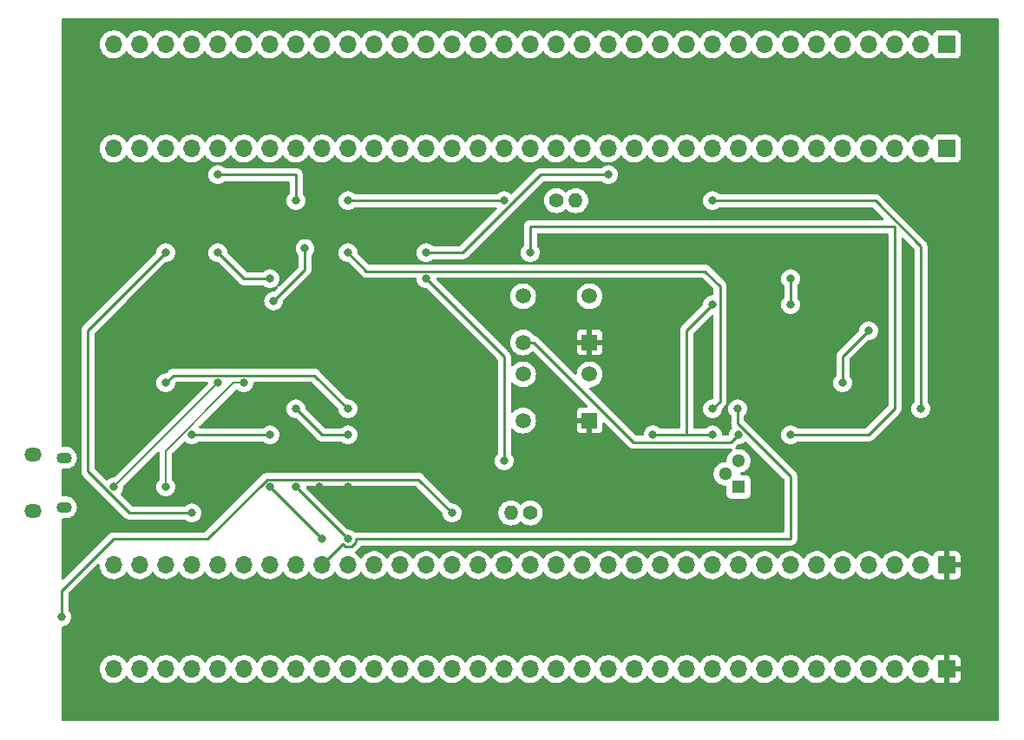
<source format=gbr>
%TF.GenerationSoftware,KiCad,Pcbnew,(6.0.2)*%
%TF.CreationDate,2022-04-14T15:11:51+02:00*%
%TF.ProjectId,main,6d61696e-2e6b-4696-9361-645f70636258,rev?*%
%TF.SameCoordinates,Original*%
%TF.FileFunction,Copper,L2,Bot*%
%TF.FilePolarity,Positive*%
%FSLAX46Y46*%
G04 Gerber Fmt 4.6, Leading zero omitted, Abs format (unit mm)*
G04 Created by KiCad (PCBNEW (6.0.2)) date 2022-04-14 15:11:51*
%MOMM*%
%LPD*%
G01*
G04 APERTURE LIST*
%TA.AperFunction,ComponentPad*%
%ADD10O,1.400000X1.400000*%
%TD*%
%TA.AperFunction,ComponentPad*%
%ADD11C,1.400000*%
%TD*%
%TA.AperFunction,ComponentPad*%
%ADD12O,1.700000X1.700000*%
%TD*%
%TA.AperFunction,ComponentPad*%
%ADD13R,1.700000X1.700000*%
%TD*%
%TA.AperFunction,ComponentPad*%
%ADD14C,1.498000*%
%TD*%
%TA.AperFunction,ComponentPad*%
%ADD15R,1.498000X1.498000*%
%TD*%
%TA.AperFunction,ComponentPad*%
%ADD16O,1.500000X1.100000*%
%TD*%
%TA.AperFunction,ComponentPad*%
%ADD17O,1.700000X1.350000*%
%TD*%
%TA.AperFunction,ComponentPad*%
%ADD18C,1.300000*%
%TD*%
%TA.AperFunction,ComponentPad*%
%ADD19R,1.300000X1.300000*%
%TD*%
%TA.AperFunction,ViaPad*%
%ADD20C,0.800000*%
%TD*%
%TA.AperFunction,Conductor*%
%ADD21C,0.250000*%
%TD*%
%TA.AperFunction,Conductor*%
%ADD22C,0.200000*%
%TD*%
G04 APERTURE END LIST*
D10*
%TO.P,LDR1,2*%
%TO.N,GND*%
X158120000Y-96520000D03*
D11*
%TO.P,LDR1,1*%
%TO.N,/PC1*%
X160020000Y-96520000D03*
%TD*%
D12*
%TO.P,J2,33,Pin_33*%
%TO.N,GND*%
X119380000Y-60960000D03*
%TO.P,J2,32,Pin_32*%
%TO.N,/PB12*%
X121920000Y-60960000D03*
%TO.P,J2,31,Pin_31*%
%TO.N,/PB11*%
X124460000Y-60960000D03*
%TO.P,J2,30,Pin_30*%
%TO.N,/PB10*%
X127000000Y-60960000D03*
%TO.P,J2,29,Pin_29*%
%TO.N,/PB2*%
X129540000Y-60960000D03*
%TO.P,J2,28,Pin_28*%
%TO.N,/PB1*%
X132080000Y-60960000D03*
%TO.P,J2,27,Pin_27*%
%TO.N,/PB0*%
X134620000Y-60960000D03*
%TO.P,J2,26,Pin_26*%
%TO.N,/PC5*%
X137160000Y-60960000D03*
%TO.P,J2,25,Pin_25*%
%TO.N,/PC4*%
X139700000Y-60960000D03*
%TO.P,J2,24,Pin_24*%
%TO.N,/PA7*%
X142240000Y-60960000D03*
%TO.P,J2,23,Pin_23*%
%TO.N,/PA6*%
X144780000Y-60960000D03*
%TO.P,J2,22,Pin_22*%
%TO.N,/PA5*%
X147320000Y-60960000D03*
%TO.P,J2,21,Pin_21*%
%TO.N,/PA4*%
X149860000Y-60960000D03*
%TO.P,J2,20,Pin_20*%
%TO.N,/PF5*%
X152400000Y-60960000D03*
%TO.P,J2,19,Pin_19*%
%TO.N,/PF4*%
X154940000Y-60960000D03*
%TO.P,J2,18,Pin_18*%
%TO.N,/PA3*%
X157480000Y-60960000D03*
%TO.P,J2,17,Pin_17*%
%TO.N,/PA2*%
X160020000Y-60960000D03*
%TO.P,J2,16,Pin_16*%
%TO.N,/PA1*%
X162560000Y-60960000D03*
%TO.P,J2,15,Pin_15*%
%TO.N,/PA0*%
X165100000Y-60960000D03*
%TO.P,J2,14,Pin_14*%
%TO.N,/PC3*%
X167640000Y-60960000D03*
%TO.P,J2,13,Pin_13*%
%TO.N,/PC2*%
X170180000Y-60960000D03*
%TO.P,J2,12,Pin_12*%
%TO.N,/PC1*%
X172720000Y-60960000D03*
%TO.P,J2,11,Pin_11*%
%TO.N,/PC0*%
X175260000Y-60960000D03*
%TO.P,J2,10,Pin_10*%
%TO.N,/NRST*%
X177800000Y-60960000D03*
%TO.P,J2,9,Pin_9*%
%TO.N,GND*%
X180340000Y-60960000D03*
%TO.P,J2,8,Pin_8*%
%TO.N,/PF1*%
X182880000Y-60960000D03*
%TO.P,J2,7,Pin_7*%
%TO.N,/PF0*%
X185420000Y-60960000D03*
%TO.P,J2,6,Pin_6*%
%TO.N,/PC15*%
X187960000Y-60960000D03*
%TO.P,J2,5,Pin_5*%
%TO.N,/PC14*%
X190500000Y-60960000D03*
%TO.P,J2,4,Pin_4*%
%TO.N,/PC13*%
X193040000Y-60960000D03*
%TO.P,J2,3,Pin_3*%
%TO.N,/VBAT*%
X195580000Y-60960000D03*
%TO.P,J2,2,Pin_2*%
%TO.N,GND*%
X198120000Y-60960000D03*
D13*
%TO.P,J2,1,Pin_1*%
%TO.N,+3V0*%
X200660000Y-60960000D03*
%TD*%
D14*
%TO.P,SW2,4*%
%TO.N,N/C*%
X159310000Y-82995000D03*
%TO.P,SW2,3*%
X165810000Y-82995000D03*
%TO.P,SW2,2,B*%
%TO.N,Net-(R18-Pad1)*%
X159310000Y-87495000D03*
D15*
%TO.P,SW2,1,A*%
%TO.N,+5V*%
X165810000Y-87495000D03*
%TD*%
D16*
%TO.P,J5,6,Shield*%
%TO.N,GND*%
X114515000Y-91145000D03*
D17*
X111515000Y-96295000D03*
D16*
X114515000Y-95985000D03*
D17*
X111515000Y-90835000D03*
%TD*%
D12*
%TO.P,J1,33,Pin_33*%
%TO.N,GND*%
X119380000Y-50800000D03*
%TO.P,J1,32,Pin_32*%
%TO.N,/PB12*%
X121920000Y-50800000D03*
%TO.P,J1,31,Pin_31*%
%TO.N,/PB11*%
X124460000Y-50800000D03*
%TO.P,J1,30,Pin_30*%
%TO.N,/PB10*%
X127000000Y-50800000D03*
%TO.P,J1,29,Pin_29*%
%TO.N,/PB2*%
X129540000Y-50800000D03*
%TO.P,J1,28,Pin_28*%
%TO.N,/PB1*%
X132080000Y-50800000D03*
%TO.P,J1,27,Pin_27*%
%TO.N,/PB0*%
X134620000Y-50800000D03*
%TO.P,J1,26,Pin_26*%
%TO.N,/PC5*%
X137160000Y-50800000D03*
%TO.P,J1,25,Pin_25*%
%TO.N,/PC4*%
X139700000Y-50800000D03*
%TO.P,J1,24,Pin_24*%
%TO.N,/PA7*%
X142240000Y-50800000D03*
%TO.P,J1,23,Pin_23*%
%TO.N,/PA6*%
X144780000Y-50800000D03*
%TO.P,J1,22,Pin_22*%
%TO.N,/PA5*%
X147320000Y-50800000D03*
%TO.P,J1,21,Pin_21*%
%TO.N,/PA4*%
X149860000Y-50800000D03*
%TO.P,J1,20,Pin_20*%
%TO.N,/PF5*%
X152400000Y-50800000D03*
%TO.P,J1,19,Pin_19*%
%TO.N,/PF4*%
X154940000Y-50800000D03*
%TO.P,J1,18,Pin_18*%
%TO.N,/PA3*%
X157480000Y-50800000D03*
%TO.P,J1,17,Pin_17*%
%TO.N,/PA2*%
X160020000Y-50800000D03*
%TO.P,J1,16,Pin_16*%
%TO.N,/PA1*%
X162560000Y-50800000D03*
%TO.P,J1,15,Pin_15*%
%TO.N,/PA0*%
X165100000Y-50800000D03*
%TO.P,J1,14,Pin_14*%
%TO.N,/PC3*%
X167640000Y-50800000D03*
%TO.P,J1,13,Pin_13*%
%TO.N,/PC2*%
X170180000Y-50800000D03*
%TO.P,J1,12,Pin_12*%
%TO.N,/PC1*%
X172720000Y-50800000D03*
%TO.P,J1,11,Pin_11*%
%TO.N,/PC0*%
X175260000Y-50800000D03*
%TO.P,J1,10,Pin_10*%
%TO.N,/NRST*%
X177800000Y-50800000D03*
%TO.P,J1,9,Pin_9*%
%TO.N,GND*%
X180340000Y-50800000D03*
%TO.P,J1,8,Pin_8*%
%TO.N,/PF1*%
X182880000Y-50800000D03*
%TO.P,J1,7,Pin_7*%
%TO.N,/PF0*%
X185420000Y-50800000D03*
%TO.P,J1,6,Pin_6*%
%TO.N,/PC15*%
X187960000Y-50800000D03*
%TO.P,J1,5,Pin_5*%
%TO.N,/PC14*%
X190500000Y-50800000D03*
%TO.P,J1,4,Pin_4*%
%TO.N,/PC13*%
X193040000Y-50800000D03*
%TO.P,J1,3,Pin_3*%
%TO.N,/VBAT*%
X195580000Y-50800000D03*
%TO.P,J1,2,Pin_2*%
%TO.N,GND*%
X198120000Y-50800000D03*
D13*
%TO.P,J1,1,Pin_1*%
%TO.N,+3V0*%
X200660000Y-50800000D03*
%TD*%
D10*
%TO.P,LDR2,2*%
%TO.N,GND*%
X164460000Y-66040000D03*
D11*
%TO.P,LDR2,1*%
%TO.N,/PC0*%
X162560000Y-66040000D03*
%TD*%
D14*
%TO.P,SW1,4*%
%TO.N,N/C*%
X159310000Y-75375000D03*
%TO.P,SW1,3*%
X165810000Y-75375000D03*
%TO.P,SW1,2,B*%
%TO.N,/microcontroller_interfacing/EEPROM MODE TP*%
X159310000Y-79875000D03*
D15*
%TO.P,SW1,1,A*%
%TO.N,+5V*%
X165810000Y-79875000D03*
%TD*%
D12*
%TO.P,J4,33,Pin_33*%
%TO.N,GND*%
X119380000Y-111760000D03*
%TO.P,J4,32,Pin_32*%
%TO.N,/PB13*%
X121920000Y-111760000D03*
%TO.P,J4,31,Pin_31*%
%TO.N,/PB14*%
X124460000Y-111760000D03*
%TO.P,J4,30,Pin_30*%
%TO.N,/PB15*%
X127000000Y-111760000D03*
%TO.P,J4,29,Pin_29*%
%TO.N,/PC6*%
X129540000Y-111760000D03*
%TO.P,J4,28,Pin_28*%
%TO.N,/PC7*%
X132080000Y-111760000D03*
%TO.P,J4,27,Pin_27*%
%TO.N,/PC8*%
X134620000Y-111760000D03*
%TO.P,J4,26,Pin_26*%
%TO.N,/PC9*%
X137160000Y-111760000D03*
%TO.P,J4,25,Pin_25*%
%TO.N,/PA8*%
X139700000Y-111760000D03*
%TO.P,J4,24,Pin_24*%
%TO.N,/PA9*%
X142240000Y-111760000D03*
%TO.P,J4,23,Pin_23*%
%TO.N,/PA10*%
X144780000Y-111760000D03*
%TO.P,J4,22,Pin_22*%
%TO.N,/PA11*%
X147320000Y-111760000D03*
%TO.P,J4,21,Pin_21*%
%TO.N,/PA12*%
X149860000Y-111760000D03*
%TO.P,J4,20,Pin_20*%
%TO.N,/PA13*%
X152400000Y-111760000D03*
%TO.P,J4,19,Pin_19*%
%TO.N,/PF6*%
X154940000Y-111760000D03*
%TO.P,J4,18,Pin_18*%
%TO.N,/PF7*%
X157480000Y-111760000D03*
%TO.P,J4,17,Pin_17*%
%TO.N,/PA14*%
X160020000Y-111760000D03*
%TO.P,J4,16,Pin_16*%
%TO.N,/PA15*%
X162560000Y-111760000D03*
%TO.P,J4,15,Pin_15*%
%TO.N,/PC10*%
X165100000Y-111760000D03*
%TO.P,J4,14,Pin_14*%
%TO.N,/PC11*%
X167640000Y-111760000D03*
%TO.P,J4,13,Pin_13*%
%TO.N,/PC12*%
X170180000Y-111760000D03*
%TO.P,J4,12,Pin_12*%
%TO.N,/PD2*%
X172720000Y-111760000D03*
%TO.P,J4,11,Pin_11*%
%TO.N,/PB3*%
X175260000Y-111760000D03*
%TO.P,J4,10,Pin_10*%
%TO.N,/PB4*%
X177800000Y-111760000D03*
%TO.P,J4,9,Pin_9*%
%TO.N,/PB5*%
X180340000Y-111760000D03*
%TO.P,J4,8,Pin_8*%
%TO.N,/PB6*%
X182880000Y-111760000D03*
%TO.P,J4,7,Pin_7*%
%TO.N,/PB7*%
X185420000Y-111760000D03*
%TO.P,J4,6,Pin_6*%
%TO.N,/BOOT*%
X187960000Y-111760000D03*
%TO.P,J4,5,Pin_5*%
%TO.N,VDD*%
X190500000Y-111760000D03*
%TO.P,J4,4,Pin_4*%
%TO.N,/PB8*%
X193040000Y-111760000D03*
%TO.P,J4,3,Pin_3*%
%TO.N,/PB9*%
X195580000Y-111760000D03*
%TO.P,J4,2,Pin_2*%
%TO.N,GND*%
X198120000Y-111760000D03*
D13*
%TO.P,J4,1,Pin_1*%
%TO.N,+5V*%
X200660000Y-111760000D03*
%TD*%
D12*
%TO.P,J3,33,Pin_33*%
%TO.N,GND*%
X119380000Y-101625000D03*
%TO.P,J3,32,Pin_32*%
%TO.N,/PB13*%
X121920000Y-101625000D03*
%TO.P,J3,31,Pin_31*%
%TO.N,/PB14*%
X124460000Y-101625000D03*
%TO.P,J3,30,Pin_30*%
%TO.N,/PB15*%
X127000000Y-101625000D03*
%TO.P,J3,29,Pin_29*%
%TO.N,/PC6*%
X129540000Y-101625000D03*
%TO.P,J3,28,Pin_28*%
%TO.N,/PC7*%
X132080000Y-101625000D03*
%TO.P,J3,27,Pin_27*%
%TO.N,/PC8*%
X134620000Y-101625000D03*
%TO.P,J3,26,Pin_26*%
%TO.N,/PC9*%
X137160000Y-101625000D03*
%TO.P,J3,25,Pin_25*%
%TO.N,/PA8*%
X139700000Y-101625000D03*
%TO.P,J3,24,Pin_24*%
%TO.N,/PA9*%
X142240000Y-101625000D03*
%TO.P,J3,23,Pin_23*%
%TO.N,/PA10*%
X144780000Y-101625000D03*
%TO.P,J3,22,Pin_22*%
%TO.N,/PA11*%
X147320000Y-101625000D03*
%TO.P,J3,21,Pin_21*%
%TO.N,/PA12*%
X149860000Y-101625000D03*
%TO.P,J3,20,Pin_20*%
%TO.N,/PA13*%
X152400000Y-101625000D03*
%TO.P,J3,19,Pin_19*%
%TO.N,/PF6*%
X154940000Y-101625000D03*
%TO.P,J3,18,Pin_18*%
%TO.N,/PF7*%
X157480000Y-101625000D03*
%TO.P,J3,17,Pin_17*%
%TO.N,/PA14*%
X160020000Y-101625000D03*
%TO.P,J3,16,Pin_16*%
%TO.N,/PA15*%
X162560000Y-101625000D03*
%TO.P,J3,15,Pin_15*%
%TO.N,/PC10*%
X165100000Y-101625000D03*
%TO.P,J3,14,Pin_14*%
%TO.N,/PC11*%
X167640000Y-101625000D03*
%TO.P,J3,13,Pin_13*%
%TO.N,/PC12*%
X170180000Y-101625000D03*
%TO.P,J3,12,Pin_12*%
%TO.N,/PD2*%
X172720000Y-101625000D03*
%TO.P,J3,11,Pin_11*%
%TO.N,/PB3*%
X175260000Y-101625000D03*
%TO.P,J3,10,Pin_10*%
%TO.N,/PB4*%
X177800000Y-101625000D03*
%TO.P,J3,9,Pin_9*%
%TO.N,/PB5*%
X180340000Y-101625000D03*
%TO.P,J3,8,Pin_8*%
%TO.N,/PB6*%
X182880000Y-101625000D03*
%TO.P,J3,7,Pin_7*%
%TO.N,/PB7*%
X185420000Y-101625000D03*
%TO.P,J3,6,Pin_6*%
%TO.N,/BOOT*%
X187960000Y-101625000D03*
%TO.P,J3,5,Pin_5*%
%TO.N,VDD*%
X190500000Y-101625000D03*
%TO.P,J3,4,Pin_4*%
%TO.N,/PB8*%
X193040000Y-101625000D03*
%TO.P,J3,3,Pin_3*%
%TO.N,/PB9*%
X195580000Y-101625000D03*
%TO.P,J3,2,Pin_2*%
%TO.N,GND*%
X198120000Y-101625000D03*
D13*
%TO.P,J3,1,Pin_1*%
%TO.N,+5V*%
X200660000Y-101625000D03*
%TD*%
D18*
%TO.P,Q1,3,C*%
%TO.N,Net-(Q1-Pad3)*%
X180340000Y-91440000D03*
%TO.P,Q1,2,B*%
%TO.N,Net-(D1-Pad1)*%
X179070000Y-92710000D03*
D19*
%TO.P,Q1,1,E*%
%TO.N,Net-(Q1-Pad1)*%
X180340000Y-93980000D03*
%TD*%
D20*
%TO.N,GND*%
X134970000Y-75840000D03*
X138040000Y-70710000D03*
%TO.N,/PC0*%
X142240000Y-66040000D03*
X157480000Y-66040000D03*
%TO.N,/PC1*%
X149860000Y-71120000D03*
X157480000Y-91440000D03*
X167640000Y-63500000D03*
X149860000Y-73660000D03*
%TO.N,+5V*%
X139455500Y-93979989D03*
X170180000Y-78740000D03*
X170180000Y-86360000D03*
X182880000Y-86360000D03*
X121920000Y-78740000D03*
X142240000Y-93980000D03*
%TO.N,/PA10*%
X137160000Y-93980000D03*
X127000000Y-88900000D03*
X134620000Y-88900000D03*
X142240000Y-99060000D03*
%TO.N,/PA9*%
X134620000Y-93980000D03*
X139700000Y-99060000D03*
%TO.N,/PA8*%
X124460000Y-71120000D03*
X180250500Y-86360000D03*
X127000000Y-96520000D03*
%TO.N,Net-(BT1-Pad1)*%
X114300000Y-106680000D03*
X171995500Y-88900000D03*
X152400000Y-96520000D03*
X177800000Y-76200000D03*
X177800000Y-88900000D03*
%TO.N,/Power/Output*%
X137160000Y-66040000D03*
X129540000Y-63500000D03*
%TO.N,Net-(C4-Pad1)*%
X142240000Y-88900000D03*
X137160000Y-86360000D03*
%TO.N,Net-(D3-Pad2)*%
X193040000Y-78740000D03*
X190500000Y-83820000D03*
X198120000Y-86360000D03*
X177800000Y-66040000D03*
%TO.N,USB D-*%
X124460000Y-93980000D03*
X132080000Y-83820000D03*
%TO.N,USB D+*%
X129540000Y-83820000D03*
X119380000Y-93980000D03*
%TO.N,Net-(R1-Pad1)*%
X185420000Y-76200000D03*
X185420000Y-73660000D03*
%TO.N,Net-(R6-Pad2)*%
X160020000Y-71120000D03*
X185420000Y-88900000D03*
%TO.N,/Sensing/I2CBUS*%
X129540000Y-71120000D03*
X134620000Y-73660000D03*
X177800000Y-86360000D03*
X142240000Y-71120000D03*
%TO.N,/microcontroller_interfacing/EEPROM MODE TP*%
X180340000Y-88900000D03*
%TO.N,Net-(R18-Pad1)*%
X124460000Y-83820000D03*
X142240000Y-86360000D03*
%TD*%
D21*
%TO.N,GND*%
X138040000Y-70710000D02*
X138040000Y-72770000D01*
X138040000Y-72770000D02*
X134970000Y-75840000D01*
%TO.N,/PC0*%
X142240000Y-66040000D02*
X157480000Y-66040000D01*
%TO.N,/PC1*%
X161044614Y-63500000D02*
X167640000Y-63500000D01*
X157480000Y-81280000D02*
X157480000Y-91440000D01*
X149860000Y-71120000D02*
X153424614Y-71120000D01*
X153424614Y-71120000D02*
X161044614Y-63500000D01*
X149860000Y-73660000D02*
X157480000Y-81280000D01*
%TO.N,+5V*%
X139455511Y-93980000D02*
X139455500Y-93979989D01*
X142240000Y-93980000D02*
X139455511Y-93980000D01*
%TO.N,/PA10*%
X134620000Y-88900000D02*
X127000000Y-88900000D01*
X137160000Y-93980000D02*
X142240000Y-99060000D01*
%TO.N,/PA9*%
X134620000Y-93980000D02*
X139700000Y-99060000D01*
%TO.N,/PA8*%
X116840000Y-78740000D02*
X116840000Y-92464614D01*
X180250500Y-86360000D02*
X180250500Y-87785886D01*
X142540103Y-99784511D02*
X141939897Y-99784511D01*
X141740193Y-99584807D02*
X139700000Y-101625000D01*
X142964511Y-99360103D02*
X142540103Y-99784511D01*
X116840000Y-92464614D02*
X120895386Y-96520000D01*
X185420000Y-92955386D02*
X185420000Y-99060000D01*
X141939897Y-99784511D02*
X141740193Y-99584807D01*
X185420000Y-99060000D02*
X142964511Y-99060000D01*
X180250500Y-87785886D02*
X185420000Y-92955386D01*
X120895386Y-96520000D02*
X127000000Y-96520000D01*
X142964511Y-99060000D02*
X142964511Y-99360103D01*
X124460000Y-71120000D02*
X116840000Y-78740000D01*
%TO.N,Net-(BT1-Pad1)*%
X175260000Y-88900000D02*
X175260000Y-78740000D01*
X134319897Y-93255489D02*
X128515386Y-99060000D01*
X152400000Y-96520000D02*
X149135489Y-93255489D01*
X119380000Y-99060000D02*
X114300000Y-104140000D01*
X149135489Y-93255489D02*
X134319897Y-93255489D01*
X114300000Y-104140000D02*
X114300000Y-106680000D01*
X128515386Y-99060000D02*
X119380000Y-99060000D01*
X175260000Y-78740000D02*
X177800000Y-76200000D01*
X177800000Y-88900000D02*
X175260000Y-88900000D01*
X175260000Y-88900000D02*
X171995500Y-88900000D01*
%TO.N,/Power/Output*%
X137160000Y-66040000D02*
X137160000Y-63500000D01*
X137160000Y-63500000D02*
X129540000Y-63500000D01*
%TO.N,Net-(C4-Pad1)*%
X139700000Y-88900000D02*
X142240000Y-88900000D01*
X137160000Y-86360000D02*
X139700000Y-88900000D01*
%TO.N,Net-(D3-Pad2)*%
X198120000Y-70484283D02*
X198120000Y-86360000D01*
X193675717Y-66040000D02*
X198120000Y-70484283D01*
X190500000Y-81280000D02*
X190500000Y-83820000D01*
X177800000Y-66040000D02*
X193675717Y-66040000D01*
X193040000Y-78740000D02*
X190500000Y-81280000D01*
D22*
%TO.N,USB D-*%
X132080000Y-83820000D02*
X131090741Y-83820000D01*
X131090741Y-83820000D02*
X124460000Y-90450741D01*
X124460000Y-90450741D02*
X124460000Y-93980000D01*
%TO.N,USB D+*%
X129540000Y-83820000D02*
X119380000Y-93980000D01*
D21*
%TO.N,Net-(R1-Pad1)*%
X185420000Y-76200000D02*
X185420000Y-73660000D01*
%TO.N,Net-(R6-Pad2)*%
X185420000Y-88900000D02*
X193040000Y-88900000D01*
X160020000Y-68580000D02*
X160020000Y-71120000D01*
X195580000Y-86360000D02*
X195580000Y-68580000D01*
X195580000Y-68580000D02*
X160020000Y-68580000D01*
X193040000Y-88900000D02*
X195580000Y-86360000D01*
%TO.N,/Sensing/I2CBUS*%
X129540000Y-71120000D02*
X132080000Y-73660000D01*
X177800000Y-86360000D02*
X178524511Y-85635489D01*
X144055489Y-72935489D02*
X142240000Y-71120000D01*
X178524511Y-74384511D02*
X177075489Y-72935489D01*
X177075489Y-72935489D02*
X144055489Y-72935489D01*
X132080000Y-73660000D02*
X134620000Y-73660000D01*
X178524511Y-85635489D02*
X178524511Y-74384511D01*
%TO.N,/microcontroller_interfacing/EEPROM MODE TP*%
X179615489Y-89624511D02*
X170086533Y-89624511D01*
X160337022Y-79875000D02*
X159310000Y-79875000D01*
X180340000Y-88900000D02*
X179615489Y-89624511D01*
X170086533Y-89624511D02*
X160337022Y-79875000D01*
%TO.N,Net-(R18-Pad1)*%
X142240000Y-86360000D02*
X138975489Y-83095489D01*
X138975489Y-83095489D02*
X125184511Y-83095489D01*
X125184511Y-83095489D02*
X124460000Y-83820000D01*
%TD*%
%TA.AperFunction,Conductor*%
%TO.N,+5V*%
G36*
X205682121Y-48280002D02*
G01*
X205728614Y-48333658D01*
X205740000Y-48386000D01*
X205740000Y-116714000D01*
X205719998Y-116782121D01*
X205666342Y-116828614D01*
X205614000Y-116840000D01*
X114426000Y-116840000D01*
X114357879Y-116819998D01*
X114311386Y-116766342D01*
X114300000Y-116714000D01*
X114300000Y-111726695D01*
X118017251Y-111726695D01*
X118030110Y-111949715D01*
X118031247Y-111954761D01*
X118031248Y-111954767D01*
X118045606Y-112018475D01*
X118079222Y-112167639D01*
X118163266Y-112374616D01*
X118214942Y-112458944D01*
X118277291Y-112560688D01*
X118279987Y-112565088D01*
X118426250Y-112733938D01*
X118598126Y-112876632D01*
X118791000Y-112989338D01*
X118999692Y-113069030D01*
X119004760Y-113070061D01*
X119004763Y-113070062D01*
X119112017Y-113091883D01*
X119218597Y-113113567D01*
X119223772Y-113113757D01*
X119223774Y-113113757D01*
X119436673Y-113121564D01*
X119436677Y-113121564D01*
X119441837Y-113121753D01*
X119446957Y-113121097D01*
X119446959Y-113121097D01*
X119658288Y-113094025D01*
X119658289Y-113094025D01*
X119663416Y-113093368D01*
X119668366Y-113091883D01*
X119872429Y-113030661D01*
X119872434Y-113030659D01*
X119877384Y-113029174D01*
X120077994Y-112930896D01*
X120259860Y-112801173D01*
X120418096Y-112643489D01*
X120477594Y-112560689D01*
X120548453Y-112462077D01*
X120549776Y-112463028D01*
X120596645Y-112419857D01*
X120666580Y-112407625D01*
X120732026Y-112435144D01*
X120759875Y-112466994D01*
X120819987Y-112565088D01*
X120966250Y-112733938D01*
X121138126Y-112876632D01*
X121331000Y-112989338D01*
X121539692Y-113069030D01*
X121544760Y-113070061D01*
X121544763Y-113070062D01*
X121652017Y-113091883D01*
X121758597Y-113113567D01*
X121763772Y-113113757D01*
X121763774Y-113113757D01*
X121976673Y-113121564D01*
X121976677Y-113121564D01*
X121981837Y-113121753D01*
X121986957Y-113121097D01*
X121986959Y-113121097D01*
X122198288Y-113094025D01*
X122198289Y-113094025D01*
X122203416Y-113093368D01*
X122208366Y-113091883D01*
X122412429Y-113030661D01*
X122412434Y-113030659D01*
X122417384Y-113029174D01*
X122617994Y-112930896D01*
X122799860Y-112801173D01*
X122958096Y-112643489D01*
X123017594Y-112560689D01*
X123088453Y-112462077D01*
X123089776Y-112463028D01*
X123136645Y-112419857D01*
X123206580Y-112407625D01*
X123272026Y-112435144D01*
X123299875Y-112466994D01*
X123359987Y-112565088D01*
X123506250Y-112733938D01*
X123678126Y-112876632D01*
X123871000Y-112989338D01*
X124079692Y-113069030D01*
X124084760Y-113070061D01*
X124084763Y-113070062D01*
X124192017Y-113091883D01*
X124298597Y-113113567D01*
X124303772Y-113113757D01*
X124303774Y-113113757D01*
X124516673Y-113121564D01*
X124516677Y-113121564D01*
X124521837Y-113121753D01*
X124526957Y-113121097D01*
X124526959Y-113121097D01*
X124738288Y-113094025D01*
X124738289Y-113094025D01*
X124743416Y-113093368D01*
X124748366Y-113091883D01*
X124952429Y-113030661D01*
X124952434Y-113030659D01*
X124957384Y-113029174D01*
X125157994Y-112930896D01*
X125339860Y-112801173D01*
X125498096Y-112643489D01*
X125557594Y-112560689D01*
X125628453Y-112462077D01*
X125629776Y-112463028D01*
X125676645Y-112419857D01*
X125746580Y-112407625D01*
X125812026Y-112435144D01*
X125839875Y-112466994D01*
X125899987Y-112565088D01*
X126046250Y-112733938D01*
X126218126Y-112876632D01*
X126411000Y-112989338D01*
X126619692Y-113069030D01*
X126624760Y-113070061D01*
X126624763Y-113070062D01*
X126732017Y-113091883D01*
X126838597Y-113113567D01*
X126843772Y-113113757D01*
X126843774Y-113113757D01*
X127056673Y-113121564D01*
X127056677Y-113121564D01*
X127061837Y-113121753D01*
X127066957Y-113121097D01*
X127066959Y-113121097D01*
X127278288Y-113094025D01*
X127278289Y-113094025D01*
X127283416Y-113093368D01*
X127288366Y-113091883D01*
X127492429Y-113030661D01*
X127492434Y-113030659D01*
X127497384Y-113029174D01*
X127697994Y-112930896D01*
X127879860Y-112801173D01*
X128038096Y-112643489D01*
X128097594Y-112560689D01*
X128168453Y-112462077D01*
X128169776Y-112463028D01*
X128216645Y-112419857D01*
X128286580Y-112407625D01*
X128352026Y-112435144D01*
X128379875Y-112466994D01*
X128439987Y-112565088D01*
X128586250Y-112733938D01*
X128758126Y-112876632D01*
X128951000Y-112989338D01*
X129159692Y-113069030D01*
X129164760Y-113070061D01*
X129164763Y-113070062D01*
X129272017Y-113091883D01*
X129378597Y-113113567D01*
X129383772Y-113113757D01*
X129383774Y-113113757D01*
X129596673Y-113121564D01*
X129596677Y-113121564D01*
X129601837Y-113121753D01*
X129606957Y-113121097D01*
X129606959Y-113121097D01*
X129818288Y-113094025D01*
X129818289Y-113094025D01*
X129823416Y-113093368D01*
X129828366Y-113091883D01*
X130032429Y-113030661D01*
X130032434Y-113030659D01*
X130037384Y-113029174D01*
X130237994Y-112930896D01*
X130419860Y-112801173D01*
X130578096Y-112643489D01*
X130637594Y-112560689D01*
X130708453Y-112462077D01*
X130709776Y-112463028D01*
X130756645Y-112419857D01*
X130826580Y-112407625D01*
X130892026Y-112435144D01*
X130919875Y-112466994D01*
X130979987Y-112565088D01*
X131126250Y-112733938D01*
X131298126Y-112876632D01*
X131491000Y-112989338D01*
X131699692Y-113069030D01*
X131704760Y-113070061D01*
X131704763Y-113070062D01*
X131812017Y-113091883D01*
X131918597Y-113113567D01*
X131923772Y-113113757D01*
X131923774Y-113113757D01*
X132136673Y-113121564D01*
X132136677Y-113121564D01*
X132141837Y-113121753D01*
X132146957Y-113121097D01*
X132146959Y-113121097D01*
X132358288Y-113094025D01*
X132358289Y-113094025D01*
X132363416Y-113093368D01*
X132368366Y-113091883D01*
X132572429Y-113030661D01*
X132572434Y-113030659D01*
X132577384Y-113029174D01*
X132777994Y-112930896D01*
X132959860Y-112801173D01*
X133118096Y-112643489D01*
X133177594Y-112560689D01*
X133248453Y-112462077D01*
X133249776Y-112463028D01*
X133296645Y-112419857D01*
X133366580Y-112407625D01*
X133432026Y-112435144D01*
X133459875Y-112466994D01*
X133519987Y-112565088D01*
X133666250Y-112733938D01*
X133838126Y-112876632D01*
X134031000Y-112989338D01*
X134239692Y-113069030D01*
X134244760Y-113070061D01*
X134244763Y-113070062D01*
X134352017Y-113091883D01*
X134458597Y-113113567D01*
X134463772Y-113113757D01*
X134463774Y-113113757D01*
X134676673Y-113121564D01*
X134676677Y-113121564D01*
X134681837Y-113121753D01*
X134686957Y-113121097D01*
X134686959Y-113121097D01*
X134898288Y-113094025D01*
X134898289Y-113094025D01*
X134903416Y-113093368D01*
X134908366Y-113091883D01*
X135112429Y-113030661D01*
X135112434Y-113030659D01*
X135117384Y-113029174D01*
X135317994Y-112930896D01*
X135499860Y-112801173D01*
X135658096Y-112643489D01*
X135717594Y-112560689D01*
X135788453Y-112462077D01*
X135789776Y-112463028D01*
X135836645Y-112419857D01*
X135906580Y-112407625D01*
X135972026Y-112435144D01*
X135999875Y-112466994D01*
X136059987Y-112565088D01*
X136206250Y-112733938D01*
X136378126Y-112876632D01*
X136571000Y-112989338D01*
X136779692Y-113069030D01*
X136784760Y-113070061D01*
X136784763Y-113070062D01*
X136892017Y-113091883D01*
X136998597Y-113113567D01*
X137003772Y-113113757D01*
X137003774Y-113113757D01*
X137216673Y-113121564D01*
X137216677Y-113121564D01*
X137221837Y-113121753D01*
X137226957Y-113121097D01*
X137226959Y-113121097D01*
X137438288Y-113094025D01*
X137438289Y-113094025D01*
X137443416Y-113093368D01*
X137448366Y-113091883D01*
X137652429Y-113030661D01*
X137652434Y-113030659D01*
X137657384Y-113029174D01*
X137857994Y-112930896D01*
X138039860Y-112801173D01*
X138198096Y-112643489D01*
X138257594Y-112560689D01*
X138328453Y-112462077D01*
X138329776Y-112463028D01*
X138376645Y-112419857D01*
X138446580Y-112407625D01*
X138512026Y-112435144D01*
X138539875Y-112466994D01*
X138599987Y-112565088D01*
X138746250Y-112733938D01*
X138918126Y-112876632D01*
X139111000Y-112989338D01*
X139319692Y-113069030D01*
X139324760Y-113070061D01*
X139324763Y-113070062D01*
X139432017Y-113091883D01*
X139538597Y-113113567D01*
X139543772Y-113113757D01*
X139543774Y-113113757D01*
X139756673Y-113121564D01*
X139756677Y-113121564D01*
X139761837Y-113121753D01*
X139766957Y-113121097D01*
X139766959Y-113121097D01*
X139978288Y-113094025D01*
X139978289Y-113094025D01*
X139983416Y-113093368D01*
X139988366Y-113091883D01*
X140192429Y-113030661D01*
X140192434Y-113030659D01*
X140197384Y-113029174D01*
X140397994Y-112930896D01*
X140579860Y-112801173D01*
X140738096Y-112643489D01*
X140797594Y-112560689D01*
X140868453Y-112462077D01*
X140869776Y-112463028D01*
X140916645Y-112419857D01*
X140986580Y-112407625D01*
X141052026Y-112435144D01*
X141079875Y-112466994D01*
X141139987Y-112565088D01*
X141286250Y-112733938D01*
X141458126Y-112876632D01*
X141651000Y-112989338D01*
X141859692Y-113069030D01*
X141864760Y-113070061D01*
X141864763Y-113070062D01*
X141972017Y-113091883D01*
X142078597Y-113113567D01*
X142083772Y-113113757D01*
X142083774Y-113113757D01*
X142296673Y-113121564D01*
X142296677Y-113121564D01*
X142301837Y-113121753D01*
X142306957Y-113121097D01*
X142306959Y-113121097D01*
X142518288Y-113094025D01*
X142518289Y-113094025D01*
X142523416Y-113093368D01*
X142528366Y-113091883D01*
X142732429Y-113030661D01*
X142732434Y-113030659D01*
X142737384Y-113029174D01*
X142937994Y-112930896D01*
X143119860Y-112801173D01*
X143278096Y-112643489D01*
X143337594Y-112560689D01*
X143408453Y-112462077D01*
X143409776Y-112463028D01*
X143456645Y-112419857D01*
X143526580Y-112407625D01*
X143592026Y-112435144D01*
X143619875Y-112466994D01*
X143679987Y-112565088D01*
X143826250Y-112733938D01*
X143998126Y-112876632D01*
X144191000Y-112989338D01*
X144399692Y-113069030D01*
X144404760Y-113070061D01*
X144404763Y-113070062D01*
X144512017Y-113091883D01*
X144618597Y-113113567D01*
X144623772Y-113113757D01*
X144623774Y-113113757D01*
X144836673Y-113121564D01*
X144836677Y-113121564D01*
X144841837Y-113121753D01*
X144846957Y-113121097D01*
X144846959Y-113121097D01*
X145058288Y-113094025D01*
X145058289Y-113094025D01*
X145063416Y-113093368D01*
X145068366Y-113091883D01*
X145272429Y-113030661D01*
X145272434Y-113030659D01*
X145277384Y-113029174D01*
X145477994Y-112930896D01*
X145659860Y-112801173D01*
X145818096Y-112643489D01*
X145877594Y-112560689D01*
X145948453Y-112462077D01*
X145949776Y-112463028D01*
X145996645Y-112419857D01*
X146066580Y-112407625D01*
X146132026Y-112435144D01*
X146159875Y-112466994D01*
X146219987Y-112565088D01*
X146366250Y-112733938D01*
X146538126Y-112876632D01*
X146731000Y-112989338D01*
X146939692Y-113069030D01*
X146944760Y-113070061D01*
X146944763Y-113070062D01*
X147052017Y-113091883D01*
X147158597Y-113113567D01*
X147163772Y-113113757D01*
X147163774Y-113113757D01*
X147376673Y-113121564D01*
X147376677Y-113121564D01*
X147381837Y-113121753D01*
X147386957Y-113121097D01*
X147386959Y-113121097D01*
X147598288Y-113094025D01*
X147598289Y-113094025D01*
X147603416Y-113093368D01*
X147608366Y-113091883D01*
X147812429Y-113030661D01*
X147812434Y-113030659D01*
X147817384Y-113029174D01*
X148017994Y-112930896D01*
X148199860Y-112801173D01*
X148358096Y-112643489D01*
X148417594Y-112560689D01*
X148488453Y-112462077D01*
X148489776Y-112463028D01*
X148536645Y-112419857D01*
X148606580Y-112407625D01*
X148672026Y-112435144D01*
X148699875Y-112466994D01*
X148759987Y-112565088D01*
X148906250Y-112733938D01*
X149078126Y-112876632D01*
X149271000Y-112989338D01*
X149479692Y-113069030D01*
X149484760Y-113070061D01*
X149484763Y-113070062D01*
X149592017Y-113091883D01*
X149698597Y-113113567D01*
X149703772Y-113113757D01*
X149703774Y-113113757D01*
X149916673Y-113121564D01*
X149916677Y-113121564D01*
X149921837Y-113121753D01*
X149926957Y-113121097D01*
X149926959Y-113121097D01*
X150138288Y-113094025D01*
X150138289Y-113094025D01*
X150143416Y-113093368D01*
X150148366Y-113091883D01*
X150352429Y-113030661D01*
X150352434Y-113030659D01*
X150357384Y-113029174D01*
X150557994Y-112930896D01*
X150739860Y-112801173D01*
X150898096Y-112643489D01*
X150957594Y-112560689D01*
X151028453Y-112462077D01*
X151029776Y-112463028D01*
X151076645Y-112419857D01*
X151146580Y-112407625D01*
X151212026Y-112435144D01*
X151239875Y-112466994D01*
X151299987Y-112565088D01*
X151446250Y-112733938D01*
X151618126Y-112876632D01*
X151811000Y-112989338D01*
X152019692Y-113069030D01*
X152024760Y-113070061D01*
X152024763Y-113070062D01*
X152132017Y-113091883D01*
X152238597Y-113113567D01*
X152243772Y-113113757D01*
X152243774Y-113113757D01*
X152456673Y-113121564D01*
X152456677Y-113121564D01*
X152461837Y-113121753D01*
X152466957Y-113121097D01*
X152466959Y-113121097D01*
X152678288Y-113094025D01*
X152678289Y-113094025D01*
X152683416Y-113093368D01*
X152688366Y-113091883D01*
X152892429Y-113030661D01*
X152892434Y-113030659D01*
X152897384Y-113029174D01*
X153097994Y-112930896D01*
X153279860Y-112801173D01*
X153438096Y-112643489D01*
X153497594Y-112560689D01*
X153568453Y-112462077D01*
X153569776Y-112463028D01*
X153616645Y-112419857D01*
X153686580Y-112407625D01*
X153752026Y-112435144D01*
X153779875Y-112466994D01*
X153839987Y-112565088D01*
X153986250Y-112733938D01*
X154158126Y-112876632D01*
X154351000Y-112989338D01*
X154559692Y-113069030D01*
X154564760Y-113070061D01*
X154564763Y-113070062D01*
X154672017Y-113091883D01*
X154778597Y-113113567D01*
X154783772Y-113113757D01*
X154783774Y-113113757D01*
X154996673Y-113121564D01*
X154996677Y-113121564D01*
X155001837Y-113121753D01*
X155006957Y-113121097D01*
X155006959Y-113121097D01*
X155218288Y-113094025D01*
X155218289Y-113094025D01*
X155223416Y-113093368D01*
X155228366Y-113091883D01*
X155432429Y-113030661D01*
X155432434Y-113030659D01*
X155437384Y-113029174D01*
X155637994Y-112930896D01*
X155819860Y-112801173D01*
X155978096Y-112643489D01*
X156037594Y-112560689D01*
X156108453Y-112462077D01*
X156109776Y-112463028D01*
X156156645Y-112419857D01*
X156226580Y-112407625D01*
X156292026Y-112435144D01*
X156319875Y-112466994D01*
X156379987Y-112565088D01*
X156526250Y-112733938D01*
X156698126Y-112876632D01*
X156891000Y-112989338D01*
X157099692Y-113069030D01*
X157104760Y-113070061D01*
X157104763Y-113070062D01*
X157212017Y-113091883D01*
X157318597Y-113113567D01*
X157323772Y-113113757D01*
X157323774Y-113113757D01*
X157536673Y-113121564D01*
X157536677Y-113121564D01*
X157541837Y-113121753D01*
X157546957Y-113121097D01*
X157546959Y-113121097D01*
X157758288Y-113094025D01*
X157758289Y-113094025D01*
X157763416Y-113093368D01*
X157768366Y-113091883D01*
X157972429Y-113030661D01*
X157972434Y-113030659D01*
X157977384Y-113029174D01*
X158177994Y-112930896D01*
X158359860Y-112801173D01*
X158518096Y-112643489D01*
X158577594Y-112560689D01*
X158648453Y-112462077D01*
X158649776Y-112463028D01*
X158696645Y-112419857D01*
X158766580Y-112407625D01*
X158832026Y-112435144D01*
X158859875Y-112466994D01*
X158919987Y-112565088D01*
X159066250Y-112733938D01*
X159238126Y-112876632D01*
X159431000Y-112989338D01*
X159639692Y-113069030D01*
X159644760Y-113070061D01*
X159644763Y-113070062D01*
X159752017Y-113091883D01*
X159858597Y-113113567D01*
X159863772Y-113113757D01*
X159863774Y-113113757D01*
X160076673Y-113121564D01*
X160076677Y-113121564D01*
X160081837Y-113121753D01*
X160086957Y-113121097D01*
X160086959Y-113121097D01*
X160298288Y-113094025D01*
X160298289Y-113094025D01*
X160303416Y-113093368D01*
X160308366Y-113091883D01*
X160512429Y-113030661D01*
X160512434Y-113030659D01*
X160517384Y-113029174D01*
X160717994Y-112930896D01*
X160899860Y-112801173D01*
X161058096Y-112643489D01*
X161117594Y-112560689D01*
X161188453Y-112462077D01*
X161189776Y-112463028D01*
X161236645Y-112419857D01*
X161306580Y-112407625D01*
X161372026Y-112435144D01*
X161399875Y-112466994D01*
X161459987Y-112565088D01*
X161606250Y-112733938D01*
X161778126Y-112876632D01*
X161971000Y-112989338D01*
X162179692Y-113069030D01*
X162184760Y-113070061D01*
X162184763Y-113070062D01*
X162292017Y-113091883D01*
X162398597Y-113113567D01*
X162403772Y-113113757D01*
X162403774Y-113113757D01*
X162616673Y-113121564D01*
X162616677Y-113121564D01*
X162621837Y-113121753D01*
X162626957Y-113121097D01*
X162626959Y-113121097D01*
X162838288Y-113094025D01*
X162838289Y-113094025D01*
X162843416Y-113093368D01*
X162848366Y-113091883D01*
X163052429Y-113030661D01*
X163052434Y-113030659D01*
X163057384Y-113029174D01*
X163257994Y-112930896D01*
X163439860Y-112801173D01*
X163598096Y-112643489D01*
X163657594Y-112560689D01*
X163728453Y-112462077D01*
X163729776Y-112463028D01*
X163776645Y-112419857D01*
X163846580Y-112407625D01*
X163912026Y-112435144D01*
X163939875Y-112466994D01*
X163999987Y-112565088D01*
X164146250Y-112733938D01*
X164318126Y-112876632D01*
X164511000Y-112989338D01*
X164719692Y-113069030D01*
X164724760Y-113070061D01*
X164724763Y-113070062D01*
X164832017Y-113091883D01*
X164938597Y-113113567D01*
X164943772Y-113113757D01*
X164943774Y-113113757D01*
X165156673Y-113121564D01*
X165156677Y-113121564D01*
X165161837Y-113121753D01*
X165166957Y-113121097D01*
X165166959Y-113121097D01*
X165378288Y-113094025D01*
X165378289Y-113094025D01*
X165383416Y-113093368D01*
X165388366Y-113091883D01*
X165592429Y-113030661D01*
X165592434Y-113030659D01*
X165597384Y-113029174D01*
X165797994Y-112930896D01*
X165979860Y-112801173D01*
X166138096Y-112643489D01*
X166197594Y-112560689D01*
X166268453Y-112462077D01*
X166269776Y-112463028D01*
X166316645Y-112419857D01*
X166386580Y-112407625D01*
X166452026Y-112435144D01*
X166479875Y-112466994D01*
X166539987Y-112565088D01*
X166686250Y-112733938D01*
X166858126Y-112876632D01*
X167051000Y-112989338D01*
X167259692Y-113069030D01*
X167264760Y-113070061D01*
X167264763Y-113070062D01*
X167372017Y-113091883D01*
X167478597Y-113113567D01*
X167483772Y-113113757D01*
X167483774Y-113113757D01*
X167696673Y-113121564D01*
X167696677Y-113121564D01*
X167701837Y-113121753D01*
X167706957Y-113121097D01*
X167706959Y-113121097D01*
X167918288Y-113094025D01*
X167918289Y-113094025D01*
X167923416Y-113093368D01*
X167928366Y-113091883D01*
X168132429Y-113030661D01*
X168132434Y-113030659D01*
X168137384Y-113029174D01*
X168337994Y-112930896D01*
X168519860Y-112801173D01*
X168678096Y-112643489D01*
X168737594Y-112560689D01*
X168808453Y-112462077D01*
X168809776Y-112463028D01*
X168856645Y-112419857D01*
X168926580Y-112407625D01*
X168992026Y-112435144D01*
X169019875Y-112466994D01*
X169079987Y-112565088D01*
X169226250Y-112733938D01*
X169398126Y-112876632D01*
X169591000Y-112989338D01*
X169799692Y-113069030D01*
X169804760Y-113070061D01*
X169804763Y-113070062D01*
X169912017Y-113091883D01*
X170018597Y-113113567D01*
X170023772Y-113113757D01*
X170023774Y-113113757D01*
X170236673Y-113121564D01*
X170236677Y-113121564D01*
X170241837Y-113121753D01*
X170246957Y-113121097D01*
X170246959Y-113121097D01*
X170458288Y-113094025D01*
X170458289Y-113094025D01*
X170463416Y-113093368D01*
X170468366Y-113091883D01*
X170672429Y-113030661D01*
X170672434Y-113030659D01*
X170677384Y-113029174D01*
X170877994Y-112930896D01*
X171059860Y-112801173D01*
X171218096Y-112643489D01*
X171277594Y-112560689D01*
X171348453Y-112462077D01*
X171349776Y-112463028D01*
X171396645Y-112419857D01*
X171466580Y-112407625D01*
X171532026Y-112435144D01*
X171559875Y-112466994D01*
X171619987Y-112565088D01*
X171766250Y-112733938D01*
X171938126Y-112876632D01*
X172131000Y-112989338D01*
X172339692Y-113069030D01*
X172344760Y-113070061D01*
X172344763Y-113070062D01*
X172452017Y-113091883D01*
X172558597Y-113113567D01*
X172563772Y-113113757D01*
X172563774Y-113113757D01*
X172776673Y-113121564D01*
X172776677Y-113121564D01*
X172781837Y-113121753D01*
X172786957Y-113121097D01*
X172786959Y-113121097D01*
X172998288Y-113094025D01*
X172998289Y-113094025D01*
X173003416Y-113093368D01*
X173008366Y-113091883D01*
X173212429Y-113030661D01*
X173212434Y-113030659D01*
X173217384Y-113029174D01*
X173417994Y-112930896D01*
X173599860Y-112801173D01*
X173758096Y-112643489D01*
X173817594Y-112560689D01*
X173888453Y-112462077D01*
X173889776Y-112463028D01*
X173936645Y-112419857D01*
X174006580Y-112407625D01*
X174072026Y-112435144D01*
X174099875Y-112466994D01*
X174159987Y-112565088D01*
X174306250Y-112733938D01*
X174478126Y-112876632D01*
X174671000Y-112989338D01*
X174879692Y-113069030D01*
X174884760Y-113070061D01*
X174884763Y-113070062D01*
X174992017Y-113091883D01*
X175098597Y-113113567D01*
X175103772Y-113113757D01*
X175103774Y-113113757D01*
X175316673Y-113121564D01*
X175316677Y-113121564D01*
X175321837Y-113121753D01*
X175326957Y-113121097D01*
X175326959Y-113121097D01*
X175538288Y-113094025D01*
X175538289Y-113094025D01*
X175543416Y-113093368D01*
X175548366Y-113091883D01*
X175752429Y-113030661D01*
X175752434Y-113030659D01*
X175757384Y-113029174D01*
X175957994Y-112930896D01*
X176139860Y-112801173D01*
X176298096Y-112643489D01*
X176357594Y-112560689D01*
X176428453Y-112462077D01*
X176429776Y-112463028D01*
X176476645Y-112419857D01*
X176546580Y-112407625D01*
X176612026Y-112435144D01*
X176639875Y-112466994D01*
X176699987Y-112565088D01*
X176846250Y-112733938D01*
X177018126Y-112876632D01*
X177211000Y-112989338D01*
X177419692Y-113069030D01*
X177424760Y-113070061D01*
X177424763Y-113070062D01*
X177532017Y-113091883D01*
X177638597Y-113113567D01*
X177643772Y-113113757D01*
X177643774Y-113113757D01*
X177856673Y-113121564D01*
X177856677Y-113121564D01*
X177861837Y-113121753D01*
X177866957Y-113121097D01*
X177866959Y-113121097D01*
X178078288Y-113094025D01*
X178078289Y-113094025D01*
X178083416Y-113093368D01*
X178088366Y-113091883D01*
X178292429Y-113030661D01*
X178292434Y-113030659D01*
X178297384Y-113029174D01*
X178497994Y-112930896D01*
X178679860Y-112801173D01*
X178838096Y-112643489D01*
X178897594Y-112560689D01*
X178968453Y-112462077D01*
X178969776Y-112463028D01*
X179016645Y-112419857D01*
X179086580Y-112407625D01*
X179152026Y-112435144D01*
X179179875Y-112466994D01*
X179239987Y-112565088D01*
X179386250Y-112733938D01*
X179558126Y-112876632D01*
X179751000Y-112989338D01*
X179959692Y-113069030D01*
X179964760Y-113070061D01*
X179964763Y-113070062D01*
X180072017Y-113091883D01*
X180178597Y-113113567D01*
X180183772Y-113113757D01*
X180183774Y-113113757D01*
X180396673Y-113121564D01*
X180396677Y-113121564D01*
X180401837Y-113121753D01*
X180406957Y-113121097D01*
X180406959Y-113121097D01*
X180618288Y-113094025D01*
X180618289Y-113094025D01*
X180623416Y-113093368D01*
X180628366Y-113091883D01*
X180832429Y-113030661D01*
X180832434Y-113030659D01*
X180837384Y-113029174D01*
X181037994Y-112930896D01*
X181219860Y-112801173D01*
X181378096Y-112643489D01*
X181437594Y-112560689D01*
X181508453Y-112462077D01*
X181509776Y-112463028D01*
X181556645Y-112419857D01*
X181626580Y-112407625D01*
X181692026Y-112435144D01*
X181719875Y-112466994D01*
X181779987Y-112565088D01*
X181926250Y-112733938D01*
X182098126Y-112876632D01*
X182291000Y-112989338D01*
X182499692Y-113069030D01*
X182504760Y-113070061D01*
X182504763Y-113070062D01*
X182612017Y-113091883D01*
X182718597Y-113113567D01*
X182723772Y-113113757D01*
X182723774Y-113113757D01*
X182936673Y-113121564D01*
X182936677Y-113121564D01*
X182941837Y-113121753D01*
X182946957Y-113121097D01*
X182946959Y-113121097D01*
X183158288Y-113094025D01*
X183158289Y-113094025D01*
X183163416Y-113093368D01*
X183168366Y-113091883D01*
X183372429Y-113030661D01*
X183372434Y-113030659D01*
X183377384Y-113029174D01*
X183577994Y-112930896D01*
X183759860Y-112801173D01*
X183918096Y-112643489D01*
X183977594Y-112560689D01*
X184048453Y-112462077D01*
X184049776Y-112463028D01*
X184096645Y-112419857D01*
X184166580Y-112407625D01*
X184232026Y-112435144D01*
X184259875Y-112466994D01*
X184319987Y-112565088D01*
X184466250Y-112733938D01*
X184638126Y-112876632D01*
X184831000Y-112989338D01*
X185039692Y-113069030D01*
X185044760Y-113070061D01*
X185044763Y-113070062D01*
X185152017Y-113091883D01*
X185258597Y-113113567D01*
X185263772Y-113113757D01*
X185263774Y-113113757D01*
X185476673Y-113121564D01*
X185476677Y-113121564D01*
X185481837Y-113121753D01*
X185486957Y-113121097D01*
X185486959Y-113121097D01*
X185698288Y-113094025D01*
X185698289Y-113094025D01*
X185703416Y-113093368D01*
X185708366Y-113091883D01*
X185912429Y-113030661D01*
X185912434Y-113030659D01*
X185917384Y-113029174D01*
X186117994Y-112930896D01*
X186299860Y-112801173D01*
X186458096Y-112643489D01*
X186517594Y-112560689D01*
X186588453Y-112462077D01*
X186589776Y-112463028D01*
X186636645Y-112419857D01*
X186706580Y-112407625D01*
X186772026Y-112435144D01*
X186799875Y-112466994D01*
X186859987Y-112565088D01*
X187006250Y-112733938D01*
X187178126Y-112876632D01*
X187371000Y-112989338D01*
X187579692Y-113069030D01*
X187584760Y-113070061D01*
X187584763Y-113070062D01*
X187692017Y-113091883D01*
X187798597Y-113113567D01*
X187803772Y-113113757D01*
X187803774Y-113113757D01*
X188016673Y-113121564D01*
X188016677Y-113121564D01*
X188021837Y-113121753D01*
X188026957Y-113121097D01*
X188026959Y-113121097D01*
X188238288Y-113094025D01*
X188238289Y-113094025D01*
X188243416Y-113093368D01*
X188248366Y-113091883D01*
X188452429Y-113030661D01*
X188452434Y-113030659D01*
X188457384Y-113029174D01*
X188657994Y-112930896D01*
X188839860Y-112801173D01*
X188998096Y-112643489D01*
X189057594Y-112560689D01*
X189128453Y-112462077D01*
X189129776Y-112463028D01*
X189176645Y-112419857D01*
X189246580Y-112407625D01*
X189312026Y-112435144D01*
X189339875Y-112466994D01*
X189399987Y-112565088D01*
X189546250Y-112733938D01*
X189718126Y-112876632D01*
X189911000Y-112989338D01*
X190119692Y-113069030D01*
X190124760Y-113070061D01*
X190124763Y-113070062D01*
X190232017Y-113091883D01*
X190338597Y-113113567D01*
X190343772Y-113113757D01*
X190343774Y-113113757D01*
X190556673Y-113121564D01*
X190556677Y-113121564D01*
X190561837Y-113121753D01*
X190566957Y-113121097D01*
X190566959Y-113121097D01*
X190778288Y-113094025D01*
X190778289Y-113094025D01*
X190783416Y-113093368D01*
X190788366Y-113091883D01*
X190992429Y-113030661D01*
X190992434Y-113030659D01*
X190997384Y-113029174D01*
X191197994Y-112930896D01*
X191379860Y-112801173D01*
X191538096Y-112643489D01*
X191597594Y-112560689D01*
X191668453Y-112462077D01*
X191669776Y-112463028D01*
X191716645Y-112419857D01*
X191786580Y-112407625D01*
X191852026Y-112435144D01*
X191879875Y-112466994D01*
X191939987Y-112565088D01*
X192086250Y-112733938D01*
X192258126Y-112876632D01*
X192451000Y-112989338D01*
X192659692Y-113069030D01*
X192664760Y-113070061D01*
X192664763Y-113070062D01*
X192772017Y-113091883D01*
X192878597Y-113113567D01*
X192883772Y-113113757D01*
X192883774Y-113113757D01*
X193096673Y-113121564D01*
X193096677Y-113121564D01*
X193101837Y-113121753D01*
X193106957Y-113121097D01*
X193106959Y-113121097D01*
X193318288Y-113094025D01*
X193318289Y-113094025D01*
X193323416Y-113093368D01*
X193328366Y-113091883D01*
X193532429Y-113030661D01*
X193532434Y-113030659D01*
X193537384Y-113029174D01*
X193737994Y-112930896D01*
X193919860Y-112801173D01*
X194078096Y-112643489D01*
X194137594Y-112560689D01*
X194208453Y-112462077D01*
X194209776Y-112463028D01*
X194256645Y-112419857D01*
X194326580Y-112407625D01*
X194392026Y-112435144D01*
X194419875Y-112466994D01*
X194479987Y-112565088D01*
X194626250Y-112733938D01*
X194798126Y-112876632D01*
X194991000Y-112989338D01*
X195199692Y-113069030D01*
X195204760Y-113070061D01*
X195204763Y-113070062D01*
X195312017Y-113091883D01*
X195418597Y-113113567D01*
X195423772Y-113113757D01*
X195423774Y-113113757D01*
X195636673Y-113121564D01*
X195636677Y-113121564D01*
X195641837Y-113121753D01*
X195646957Y-113121097D01*
X195646959Y-113121097D01*
X195858288Y-113094025D01*
X195858289Y-113094025D01*
X195863416Y-113093368D01*
X195868366Y-113091883D01*
X196072429Y-113030661D01*
X196072434Y-113030659D01*
X196077384Y-113029174D01*
X196277994Y-112930896D01*
X196459860Y-112801173D01*
X196618096Y-112643489D01*
X196677594Y-112560689D01*
X196748453Y-112462077D01*
X196749776Y-112463028D01*
X196796645Y-112419857D01*
X196866580Y-112407625D01*
X196932026Y-112435144D01*
X196959875Y-112466994D01*
X197019987Y-112565088D01*
X197166250Y-112733938D01*
X197338126Y-112876632D01*
X197531000Y-112989338D01*
X197739692Y-113069030D01*
X197744760Y-113070061D01*
X197744763Y-113070062D01*
X197852017Y-113091883D01*
X197958597Y-113113567D01*
X197963772Y-113113757D01*
X197963774Y-113113757D01*
X198176673Y-113121564D01*
X198176677Y-113121564D01*
X198181837Y-113121753D01*
X198186957Y-113121097D01*
X198186959Y-113121097D01*
X198398288Y-113094025D01*
X198398289Y-113094025D01*
X198403416Y-113093368D01*
X198408366Y-113091883D01*
X198612429Y-113030661D01*
X198612434Y-113030659D01*
X198617384Y-113029174D01*
X198817994Y-112930896D01*
X198999860Y-112801173D01*
X199067331Y-112733938D01*
X199108479Y-112692933D01*
X199170851Y-112659017D01*
X199241658Y-112664205D01*
X199298419Y-112706851D01*
X199315401Y-112737954D01*
X199356676Y-112848054D01*
X199365214Y-112863649D01*
X199441715Y-112965724D01*
X199454276Y-112978285D01*
X199556351Y-113054786D01*
X199571946Y-113063324D01*
X199692394Y-113108478D01*
X199707649Y-113112105D01*
X199758514Y-113117631D01*
X199765328Y-113118000D01*
X200387885Y-113118000D01*
X200403124Y-113113525D01*
X200404329Y-113112135D01*
X200406000Y-113104452D01*
X200406000Y-113099884D01*
X200914000Y-113099884D01*
X200918475Y-113115123D01*
X200919865Y-113116328D01*
X200927548Y-113117999D01*
X201554669Y-113117999D01*
X201561490Y-113117629D01*
X201612352Y-113112105D01*
X201627604Y-113108479D01*
X201748054Y-113063324D01*
X201763649Y-113054786D01*
X201865724Y-112978285D01*
X201878285Y-112965724D01*
X201954786Y-112863649D01*
X201963324Y-112848054D01*
X202008478Y-112727606D01*
X202012105Y-112712351D01*
X202017631Y-112661486D01*
X202018000Y-112654672D01*
X202018000Y-112032115D01*
X202013525Y-112016876D01*
X202012135Y-112015671D01*
X202004452Y-112014000D01*
X200932115Y-112014000D01*
X200916876Y-112018475D01*
X200915671Y-112019865D01*
X200914000Y-112027548D01*
X200914000Y-113099884D01*
X200406000Y-113099884D01*
X200406000Y-111487885D01*
X200914000Y-111487885D01*
X200918475Y-111503124D01*
X200919865Y-111504329D01*
X200927548Y-111506000D01*
X201999884Y-111506000D01*
X202015123Y-111501525D01*
X202016328Y-111500135D01*
X202017999Y-111492452D01*
X202017999Y-110865331D01*
X202017629Y-110858510D01*
X202012105Y-110807648D01*
X202008479Y-110792396D01*
X201963324Y-110671946D01*
X201954786Y-110656351D01*
X201878285Y-110554276D01*
X201865724Y-110541715D01*
X201763649Y-110465214D01*
X201748054Y-110456676D01*
X201627606Y-110411522D01*
X201612351Y-110407895D01*
X201561486Y-110402369D01*
X201554672Y-110402000D01*
X200932115Y-110402000D01*
X200916876Y-110406475D01*
X200915671Y-110407865D01*
X200914000Y-110415548D01*
X200914000Y-111487885D01*
X200406000Y-111487885D01*
X200406000Y-110420116D01*
X200401525Y-110404877D01*
X200400135Y-110403672D01*
X200392452Y-110402001D01*
X199765331Y-110402001D01*
X199758510Y-110402371D01*
X199707648Y-110407895D01*
X199692396Y-110411521D01*
X199571946Y-110456676D01*
X199556351Y-110465214D01*
X199454276Y-110541715D01*
X199441715Y-110554276D01*
X199365214Y-110656351D01*
X199356676Y-110671946D01*
X199315297Y-110782322D01*
X199272655Y-110839087D01*
X199206093Y-110863786D01*
X199136744Y-110848578D01*
X199104121Y-110822891D01*
X199053151Y-110766876D01*
X199053145Y-110766870D01*
X199049670Y-110763051D01*
X199045619Y-110759852D01*
X199045615Y-110759848D01*
X198878414Y-110627800D01*
X198878410Y-110627798D01*
X198874359Y-110624598D01*
X198678789Y-110516638D01*
X198673920Y-110514914D01*
X198673916Y-110514912D01*
X198473087Y-110443795D01*
X198473083Y-110443794D01*
X198468212Y-110442069D01*
X198463119Y-110441162D01*
X198463116Y-110441161D01*
X198253373Y-110403800D01*
X198253367Y-110403799D01*
X198248284Y-110402894D01*
X198174452Y-110401992D01*
X198030081Y-110400228D01*
X198030079Y-110400228D01*
X198024911Y-110400165D01*
X197804091Y-110433955D01*
X197591756Y-110503357D01*
X197393607Y-110606507D01*
X197389474Y-110609610D01*
X197389471Y-110609612D01*
X197306450Y-110671946D01*
X197214965Y-110740635D01*
X197060629Y-110902138D01*
X196953201Y-111059621D01*
X196898293Y-111104621D01*
X196827768Y-111112792D01*
X196764021Y-111081538D01*
X196743324Y-111057054D01*
X196662822Y-110932617D01*
X196662820Y-110932614D01*
X196660014Y-110928277D01*
X196509670Y-110763051D01*
X196505619Y-110759852D01*
X196505615Y-110759848D01*
X196338414Y-110627800D01*
X196338410Y-110627798D01*
X196334359Y-110624598D01*
X196138789Y-110516638D01*
X196133920Y-110514914D01*
X196133916Y-110514912D01*
X195933087Y-110443795D01*
X195933083Y-110443794D01*
X195928212Y-110442069D01*
X195923119Y-110441162D01*
X195923116Y-110441161D01*
X195713373Y-110403800D01*
X195713367Y-110403799D01*
X195708284Y-110402894D01*
X195634452Y-110401992D01*
X195490081Y-110400228D01*
X195490079Y-110400228D01*
X195484911Y-110400165D01*
X195264091Y-110433955D01*
X195051756Y-110503357D01*
X194853607Y-110606507D01*
X194849474Y-110609610D01*
X194849471Y-110609612D01*
X194766450Y-110671946D01*
X194674965Y-110740635D01*
X194520629Y-110902138D01*
X194413201Y-111059621D01*
X194358293Y-111104621D01*
X194287768Y-111112792D01*
X194224021Y-111081538D01*
X194203324Y-111057054D01*
X194122822Y-110932617D01*
X194122820Y-110932614D01*
X194120014Y-110928277D01*
X193969670Y-110763051D01*
X193965619Y-110759852D01*
X193965615Y-110759848D01*
X193798414Y-110627800D01*
X193798410Y-110627798D01*
X193794359Y-110624598D01*
X193598789Y-110516638D01*
X193593920Y-110514914D01*
X193593916Y-110514912D01*
X193393087Y-110443795D01*
X193393083Y-110443794D01*
X193388212Y-110442069D01*
X193383119Y-110441162D01*
X193383116Y-110441161D01*
X193173373Y-110403800D01*
X193173367Y-110403799D01*
X193168284Y-110402894D01*
X193094452Y-110401992D01*
X192950081Y-110400228D01*
X192950079Y-110400228D01*
X192944911Y-110400165D01*
X192724091Y-110433955D01*
X192511756Y-110503357D01*
X192313607Y-110606507D01*
X192309474Y-110609610D01*
X192309471Y-110609612D01*
X192226450Y-110671946D01*
X192134965Y-110740635D01*
X191980629Y-110902138D01*
X191873201Y-111059621D01*
X191818293Y-111104621D01*
X191747768Y-111112792D01*
X191684021Y-111081538D01*
X191663324Y-111057054D01*
X191582822Y-110932617D01*
X191582820Y-110932614D01*
X191580014Y-110928277D01*
X191429670Y-110763051D01*
X191425619Y-110759852D01*
X191425615Y-110759848D01*
X191258414Y-110627800D01*
X191258410Y-110627798D01*
X191254359Y-110624598D01*
X191058789Y-110516638D01*
X191053920Y-110514914D01*
X191053916Y-110514912D01*
X190853087Y-110443795D01*
X190853083Y-110443794D01*
X190848212Y-110442069D01*
X190843119Y-110441162D01*
X190843116Y-110441161D01*
X190633373Y-110403800D01*
X190633367Y-110403799D01*
X190628284Y-110402894D01*
X190554452Y-110401992D01*
X190410081Y-110400228D01*
X190410079Y-110400228D01*
X190404911Y-110400165D01*
X190184091Y-110433955D01*
X189971756Y-110503357D01*
X189773607Y-110606507D01*
X189769474Y-110609610D01*
X189769471Y-110609612D01*
X189686450Y-110671946D01*
X189594965Y-110740635D01*
X189440629Y-110902138D01*
X189333201Y-111059621D01*
X189278293Y-111104621D01*
X189207768Y-111112792D01*
X189144021Y-111081538D01*
X189123324Y-111057054D01*
X189042822Y-110932617D01*
X189042820Y-110932614D01*
X189040014Y-110928277D01*
X188889670Y-110763051D01*
X188885619Y-110759852D01*
X188885615Y-110759848D01*
X188718414Y-110627800D01*
X188718410Y-110627798D01*
X188714359Y-110624598D01*
X188518789Y-110516638D01*
X188513920Y-110514914D01*
X188513916Y-110514912D01*
X188313087Y-110443795D01*
X188313083Y-110443794D01*
X188308212Y-110442069D01*
X188303119Y-110441162D01*
X188303116Y-110441161D01*
X188093373Y-110403800D01*
X188093367Y-110403799D01*
X188088284Y-110402894D01*
X188014452Y-110401992D01*
X187870081Y-110400228D01*
X187870079Y-110400228D01*
X187864911Y-110400165D01*
X187644091Y-110433955D01*
X187431756Y-110503357D01*
X187233607Y-110606507D01*
X187229474Y-110609610D01*
X187229471Y-110609612D01*
X187146450Y-110671946D01*
X187054965Y-110740635D01*
X186900629Y-110902138D01*
X186793201Y-111059621D01*
X186738293Y-111104621D01*
X186667768Y-111112792D01*
X186604021Y-111081538D01*
X186583324Y-111057054D01*
X186502822Y-110932617D01*
X186502820Y-110932614D01*
X186500014Y-110928277D01*
X186349670Y-110763051D01*
X186345619Y-110759852D01*
X186345615Y-110759848D01*
X186178414Y-110627800D01*
X186178410Y-110627798D01*
X186174359Y-110624598D01*
X185978789Y-110516638D01*
X185973920Y-110514914D01*
X185973916Y-110514912D01*
X185773087Y-110443795D01*
X185773083Y-110443794D01*
X185768212Y-110442069D01*
X185763119Y-110441162D01*
X185763116Y-110441161D01*
X185553373Y-110403800D01*
X185553367Y-110403799D01*
X185548284Y-110402894D01*
X185474452Y-110401992D01*
X185330081Y-110400228D01*
X185330079Y-110400228D01*
X185324911Y-110400165D01*
X185104091Y-110433955D01*
X184891756Y-110503357D01*
X184693607Y-110606507D01*
X184689474Y-110609610D01*
X184689471Y-110609612D01*
X184606450Y-110671946D01*
X184514965Y-110740635D01*
X184360629Y-110902138D01*
X184253201Y-111059621D01*
X184198293Y-111104621D01*
X184127768Y-111112792D01*
X184064021Y-111081538D01*
X184043324Y-111057054D01*
X183962822Y-110932617D01*
X183962820Y-110932614D01*
X183960014Y-110928277D01*
X183809670Y-110763051D01*
X183805619Y-110759852D01*
X183805615Y-110759848D01*
X183638414Y-110627800D01*
X183638410Y-110627798D01*
X183634359Y-110624598D01*
X183438789Y-110516638D01*
X183433920Y-110514914D01*
X183433916Y-110514912D01*
X183233087Y-110443795D01*
X183233083Y-110443794D01*
X183228212Y-110442069D01*
X183223119Y-110441162D01*
X183223116Y-110441161D01*
X183013373Y-110403800D01*
X183013367Y-110403799D01*
X183008284Y-110402894D01*
X182934452Y-110401992D01*
X182790081Y-110400228D01*
X182790079Y-110400228D01*
X182784911Y-110400165D01*
X182564091Y-110433955D01*
X182351756Y-110503357D01*
X182153607Y-110606507D01*
X182149474Y-110609610D01*
X182149471Y-110609612D01*
X182066450Y-110671946D01*
X181974965Y-110740635D01*
X181820629Y-110902138D01*
X181713201Y-111059621D01*
X181658293Y-111104621D01*
X181587768Y-111112792D01*
X181524021Y-111081538D01*
X181503324Y-111057054D01*
X181422822Y-110932617D01*
X181422820Y-110932614D01*
X181420014Y-110928277D01*
X181269670Y-110763051D01*
X181265619Y-110759852D01*
X181265615Y-110759848D01*
X181098414Y-110627800D01*
X181098410Y-110627798D01*
X181094359Y-110624598D01*
X180898789Y-110516638D01*
X180893920Y-110514914D01*
X180893916Y-110514912D01*
X180693087Y-110443795D01*
X180693083Y-110443794D01*
X180688212Y-110442069D01*
X180683119Y-110441162D01*
X180683116Y-110441161D01*
X180473373Y-110403800D01*
X180473367Y-110403799D01*
X180468284Y-110402894D01*
X180394452Y-110401992D01*
X180250081Y-110400228D01*
X180250079Y-110400228D01*
X180244911Y-110400165D01*
X180024091Y-110433955D01*
X179811756Y-110503357D01*
X179613607Y-110606507D01*
X179609474Y-110609610D01*
X179609471Y-110609612D01*
X179526450Y-110671946D01*
X179434965Y-110740635D01*
X179280629Y-110902138D01*
X179173201Y-111059621D01*
X179118293Y-111104621D01*
X179047768Y-111112792D01*
X178984021Y-111081538D01*
X178963324Y-111057054D01*
X178882822Y-110932617D01*
X178882820Y-110932614D01*
X178880014Y-110928277D01*
X178729670Y-110763051D01*
X178725619Y-110759852D01*
X178725615Y-110759848D01*
X178558414Y-110627800D01*
X178558410Y-110627798D01*
X178554359Y-110624598D01*
X178358789Y-110516638D01*
X178353920Y-110514914D01*
X178353916Y-110514912D01*
X178153087Y-110443795D01*
X178153083Y-110443794D01*
X178148212Y-110442069D01*
X178143119Y-110441162D01*
X178143116Y-110441161D01*
X177933373Y-110403800D01*
X177933367Y-110403799D01*
X177928284Y-110402894D01*
X177854452Y-110401992D01*
X177710081Y-110400228D01*
X177710079Y-110400228D01*
X177704911Y-110400165D01*
X177484091Y-110433955D01*
X177271756Y-110503357D01*
X177073607Y-110606507D01*
X177069474Y-110609610D01*
X177069471Y-110609612D01*
X176986450Y-110671946D01*
X176894965Y-110740635D01*
X176740629Y-110902138D01*
X176633201Y-111059621D01*
X176578293Y-111104621D01*
X176507768Y-111112792D01*
X176444021Y-111081538D01*
X176423324Y-111057054D01*
X176342822Y-110932617D01*
X176342820Y-110932614D01*
X176340014Y-110928277D01*
X176189670Y-110763051D01*
X176185619Y-110759852D01*
X176185615Y-110759848D01*
X176018414Y-110627800D01*
X176018410Y-110627798D01*
X176014359Y-110624598D01*
X175818789Y-110516638D01*
X175813920Y-110514914D01*
X175813916Y-110514912D01*
X175613087Y-110443795D01*
X175613083Y-110443794D01*
X175608212Y-110442069D01*
X175603119Y-110441162D01*
X175603116Y-110441161D01*
X175393373Y-110403800D01*
X175393367Y-110403799D01*
X175388284Y-110402894D01*
X175314452Y-110401992D01*
X175170081Y-110400228D01*
X175170079Y-110400228D01*
X175164911Y-110400165D01*
X174944091Y-110433955D01*
X174731756Y-110503357D01*
X174533607Y-110606507D01*
X174529474Y-110609610D01*
X174529471Y-110609612D01*
X174446450Y-110671946D01*
X174354965Y-110740635D01*
X174200629Y-110902138D01*
X174093201Y-111059621D01*
X174038293Y-111104621D01*
X173967768Y-111112792D01*
X173904021Y-111081538D01*
X173883324Y-111057054D01*
X173802822Y-110932617D01*
X173802820Y-110932614D01*
X173800014Y-110928277D01*
X173649670Y-110763051D01*
X173645619Y-110759852D01*
X173645615Y-110759848D01*
X173478414Y-110627800D01*
X173478410Y-110627798D01*
X173474359Y-110624598D01*
X173278789Y-110516638D01*
X173273920Y-110514914D01*
X173273916Y-110514912D01*
X173073087Y-110443795D01*
X173073083Y-110443794D01*
X173068212Y-110442069D01*
X173063119Y-110441162D01*
X173063116Y-110441161D01*
X172853373Y-110403800D01*
X172853367Y-110403799D01*
X172848284Y-110402894D01*
X172774452Y-110401992D01*
X172630081Y-110400228D01*
X172630079Y-110400228D01*
X172624911Y-110400165D01*
X172404091Y-110433955D01*
X172191756Y-110503357D01*
X171993607Y-110606507D01*
X171989474Y-110609610D01*
X171989471Y-110609612D01*
X171906450Y-110671946D01*
X171814965Y-110740635D01*
X171660629Y-110902138D01*
X171553201Y-111059621D01*
X171498293Y-111104621D01*
X171427768Y-111112792D01*
X171364021Y-111081538D01*
X171343324Y-111057054D01*
X171262822Y-110932617D01*
X171262820Y-110932614D01*
X171260014Y-110928277D01*
X171109670Y-110763051D01*
X171105619Y-110759852D01*
X171105615Y-110759848D01*
X170938414Y-110627800D01*
X170938410Y-110627798D01*
X170934359Y-110624598D01*
X170738789Y-110516638D01*
X170733920Y-110514914D01*
X170733916Y-110514912D01*
X170533087Y-110443795D01*
X170533083Y-110443794D01*
X170528212Y-110442069D01*
X170523119Y-110441162D01*
X170523116Y-110441161D01*
X170313373Y-110403800D01*
X170313367Y-110403799D01*
X170308284Y-110402894D01*
X170234452Y-110401992D01*
X170090081Y-110400228D01*
X170090079Y-110400228D01*
X170084911Y-110400165D01*
X169864091Y-110433955D01*
X169651756Y-110503357D01*
X169453607Y-110606507D01*
X169449474Y-110609610D01*
X169449471Y-110609612D01*
X169366450Y-110671946D01*
X169274965Y-110740635D01*
X169120629Y-110902138D01*
X169013201Y-111059621D01*
X168958293Y-111104621D01*
X168887768Y-111112792D01*
X168824021Y-111081538D01*
X168803324Y-111057054D01*
X168722822Y-110932617D01*
X168722820Y-110932614D01*
X168720014Y-110928277D01*
X168569670Y-110763051D01*
X168565619Y-110759852D01*
X168565615Y-110759848D01*
X168398414Y-110627800D01*
X168398410Y-110627798D01*
X168394359Y-110624598D01*
X168198789Y-110516638D01*
X168193920Y-110514914D01*
X168193916Y-110514912D01*
X167993087Y-110443795D01*
X167993083Y-110443794D01*
X167988212Y-110442069D01*
X167983119Y-110441162D01*
X167983116Y-110441161D01*
X167773373Y-110403800D01*
X167773367Y-110403799D01*
X167768284Y-110402894D01*
X167694452Y-110401992D01*
X167550081Y-110400228D01*
X167550079Y-110400228D01*
X167544911Y-110400165D01*
X167324091Y-110433955D01*
X167111756Y-110503357D01*
X166913607Y-110606507D01*
X166909474Y-110609610D01*
X166909471Y-110609612D01*
X166826450Y-110671946D01*
X166734965Y-110740635D01*
X166580629Y-110902138D01*
X166473201Y-111059621D01*
X166418293Y-111104621D01*
X166347768Y-111112792D01*
X166284021Y-111081538D01*
X166263324Y-111057054D01*
X166182822Y-110932617D01*
X166182820Y-110932614D01*
X166180014Y-110928277D01*
X166029670Y-110763051D01*
X166025619Y-110759852D01*
X166025615Y-110759848D01*
X165858414Y-110627800D01*
X165858410Y-110627798D01*
X165854359Y-110624598D01*
X165658789Y-110516638D01*
X165653920Y-110514914D01*
X165653916Y-110514912D01*
X165453087Y-110443795D01*
X165453083Y-110443794D01*
X165448212Y-110442069D01*
X165443119Y-110441162D01*
X165443116Y-110441161D01*
X165233373Y-110403800D01*
X165233367Y-110403799D01*
X165228284Y-110402894D01*
X165154452Y-110401992D01*
X165010081Y-110400228D01*
X165010079Y-110400228D01*
X165004911Y-110400165D01*
X164784091Y-110433955D01*
X164571756Y-110503357D01*
X164373607Y-110606507D01*
X164369474Y-110609610D01*
X164369471Y-110609612D01*
X164286450Y-110671946D01*
X164194965Y-110740635D01*
X164040629Y-110902138D01*
X163933201Y-111059621D01*
X163878293Y-111104621D01*
X163807768Y-111112792D01*
X163744021Y-111081538D01*
X163723324Y-111057054D01*
X163642822Y-110932617D01*
X163642820Y-110932614D01*
X163640014Y-110928277D01*
X163489670Y-110763051D01*
X163485619Y-110759852D01*
X163485615Y-110759848D01*
X163318414Y-110627800D01*
X163318410Y-110627798D01*
X163314359Y-110624598D01*
X163118789Y-110516638D01*
X163113920Y-110514914D01*
X163113916Y-110514912D01*
X162913087Y-110443795D01*
X162913083Y-110443794D01*
X162908212Y-110442069D01*
X162903119Y-110441162D01*
X162903116Y-110441161D01*
X162693373Y-110403800D01*
X162693367Y-110403799D01*
X162688284Y-110402894D01*
X162614452Y-110401992D01*
X162470081Y-110400228D01*
X162470079Y-110400228D01*
X162464911Y-110400165D01*
X162244091Y-110433955D01*
X162031756Y-110503357D01*
X161833607Y-110606507D01*
X161829474Y-110609610D01*
X161829471Y-110609612D01*
X161746450Y-110671946D01*
X161654965Y-110740635D01*
X161500629Y-110902138D01*
X161393201Y-111059621D01*
X161338293Y-111104621D01*
X161267768Y-111112792D01*
X161204021Y-111081538D01*
X161183324Y-111057054D01*
X161102822Y-110932617D01*
X161102820Y-110932614D01*
X161100014Y-110928277D01*
X160949670Y-110763051D01*
X160945619Y-110759852D01*
X160945615Y-110759848D01*
X160778414Y-110627800D01*
X160778410Y-110627798D01*
X160774359Y-110624598D01*
X160578789Y-110516638D01*
X160573920Y-110514914D01*
X160573916Y-110514912D01*
X160373087Y-110443795D01*
X160373083Y-110443794D01*
X160368212Y-110442069D01*
X160363119Y-110441162D01*
X160363116Y-110441161D01*
X160153373Y-110403800D01*
X160153367Y-110403799D01*
X160148284Y-110402894D01*
X160074452Y-110401992D01*
X159930081Y-110400228D01*
X159930079Y-110400228D01*
X159924911Y-110400165D01*
X159704091Y-110433955D01*
X159491756Y-110503357D01*
X159293607Y-110606507D01*
X159289474Y-110609610D01*
X159289471Y-110609612D01*
X159206450Y-110671946D01*
X159114965Y-110740635D01*
X158960629Y-110902138D01*
X158853201Y-111059621D01*
X158798293Y-111104621D01*
X158727768Y-111112792D01*
X158664021Y-111081538D01*
X158643324Y-111057054D01*
X158562822Y-110932617D01*
X158562820Y-110932614D01*
X158560014Y-110928277D01*
X158409670Y-110763051D01*
X158405619Y-110759852D01*
X158405615Y-110759848D01*
X158238414Y-110627800D01*
X158238410Y-110627798D01*
X158234359Y-110624598D01*
X158038789Y-110516638D01*
X158033920Y-110514914D01*
X158033916Y-110514912D01*
X157833087Y-110443795D01*
X157833083Y-110443794D01*
X157828212Y-110442069D01*
X157823119Y-110441162D01*
X157823116Y-110441161D01*
X157613373Y-110403800D01*
X157613367Y-110403799D01*
X157608284Y-110402894D01*
X157534452Y-110401992D01*
X157390081Y-110400228D01*
X157390079Y-110400228D01*
X157384911Y-110400165D01*
X157164091Y-110433955D01*
X156951756Y-110503357D01*
X156753607Y-110606507D01*
X156749474Y-110609610D01*
X156749471Y-110609612D01*
X156666450Y-110671946D01*
X156574965Y-110740635D01*
X156420629Y-110902138D01*
X156313201Y-111059621D01*
X156258293Y-111104621D01*
X156187768Y-111112792D01*
X156124021Y-111081538D01*
X156103324Y-111057054D01*
X156022822Y-110932617D01*
X156022820Y-110932614D01*
X156020014Y-110928277D01*
X155869670Y-110763051D01*
X155865619Y-110759852D01*
X155865615Y-110759848D01*
X155698414Y-110627800D01*
X155698410Y-110627798D01*
X155694359Y-110624598D01*
X155498789Y-110516638D01*
X155493920Y-110514914D01*
X155493916Y-110514912D01*
X155293087Y-110443795D01*
X155293083Y-110443794D01*
X155288212Y-110442069D01*
X155283119Y-110441162D01*
X155283116Y-110441161D01*
X155073373Y-110403800D01*
X155073367Y-110403799D01*
X155068284Y-110402894D01*
X154994452Y-110401992D01*
X154850081Y-110400228D01*
X154850079Y-110400228D01*
X154844911Y-110400165D01*
X154624091Y-110433955D01*
X154411756Y-110503357D01*
X154213607Y-110606507D01*
X154209474Y-110609610D01*
X154209471Y-110609612D01*
X154126450Y-110671946D01*
X154034965Y-110740635D01*
X153880629Y-110902138D01*
X153773201Y-111059621D01*
X153718293Y-111104621D01*
X153647768Y-111112792D01*
X153584021Y-111081538D01*
X153563324Y-111057054D01*
X153482822Y-110932617D01*
X153482820Y-110932614D01*
X153480014Y-110928277D01*
X153329670Y-110763051D01*
X153325619Y-110759852D01*
X153325615Y-110759848D01*
X153158414Y-110627800D01*
X153158410Y-110627798D01*
X153154359Y-110624598D01*
X152958789Y-110516638D01*
X152953920Y-110514914D01*
X152953916Y-110514912D01*
X152753087Y-110443795D01*
X152753083Y-110443794D01*
X152748212Y-110442069D01*
X152743119Y-110441162D01*
X152743116Y-110441161D01*
X152533373Y-110403800D01*
X152533367Y-110403799D01*
X152528284Y-110402894D01*
X152454452Y-110401992D01*
X152310081Y-110400228D01*
X152310079Y-110400228D01*
X152304911Y-110400165D01*
X152084091Y-110433955D01*
X151871756Y-110503357D01*
X151673607Y-110606507D01*
X151669474Y-110609610D01*
X151669471Y-110609612D01*
X151586450Y-110671946D01*
X151494965Y-110740635D01*
X151340629Y-110902138D01*
X151233201Y-111059621D01*
X151178293Y-111104621D01*
X151107768Y-111112792D01*
X151044021Y-111081538D01*
X151023324Y-111057054D01*
X150942822Y-110932617D01*
X150942820Y-110932614D01*
X150940014Y-110928277D01*
X150789670Y-110763051D01*
X150785619Y-110759852D01*
X150785615Y-110759848D01*
X150618414Y-110627800D01*
X150618410Y-110627798D01*
X150614359Y-110624598D01*
X150418789Y-110516638D01*
X150413920Y-110514914D01*
X150413916Y-110514912D01*
X150213087Y-110443795D01*
X150213083Y-110443794D01*
X150208212Y-110442069D01*
X150203119Y-110441162D01*
X150203116Y-110441161D01*
X149993373Y-110403800D01*
X149993367Y-110403799D01*
X149988284Y-110402894D01*
X149914452Y-110401992D01*
X149770081Y-110400228D01*
X149770079Y-110400228D01*
X149764911Y-110400165D01*
X149544091Y-110433955D01*
X149331756Y-110503357D01*
X149133607Y-110606507D01*
X149129474Y-110609610D01*
X149129471Y-110609612D01*
X149046450Y-110671946D01*
X148954965Y-110740635D01*
X148800629Y-110902138D01*
X148693201Y-111059621D01*
X148638293Y-111104621D01*
X148567768Y-111112792D01*
X148504021Y-111081538D01*
X148483324Y-111057054D01*
X148402822Y-110932617D01*
X148402820Y-110932614D01*
X148400014Y-110928277D01*
X148249670Y-110763051D01*
X148245619Y-110759852D01*
X148245615Y-110759848D01*
X148078414Y-110627800D01*
X148078410Y-110627798D01*
X148074359Y-110624598D01*
X147878789Y-110516638D01*
X147873920Y-110514914D01*
X147873916Y-110514912D01*
X147673087Y-110443795D01*
X147673083Y-110443794D01*
X147668212Y-110442069D01*
X147663119Y-110441162D01*
X147663116Y-110441161D01*
X147453373Y-110403800D01*
X147453367Y-110403799D01*
X147448284Y-110402894D01*
X147374452Y-110401992D01*
X147230081Y-110400228D01*
X147230079Y-110400228D01*
X147224911Y-110400165D01*
X147004091Y-110433955D01*
X146791756Y-110503357D01*
X146593607Y-110606507D01*
X146589474Y-110609610D01*
X146589471Y-110609612D01*
X146506450Y-110671946D01*
X146414965Y-110740635D01*
X146260629Y-110902138D01*
X146153201Y-111059621D01*
X146098293Y-111104621D01*
X146027768Y-111112792D01*
X145964021Y-111081538D01*
X145943324Y-111057054D01*
X145862822Y-110932617D01*
X145862820Y-110932614D01*
X145860014Y-110928277D01*
X145709670Y-110763051D01*
X145705619Y-110759852D01*
X145705615Y-110759848D01*
X145538414Y-110627800D01*
X145538410Y-110627798D01*
X145534359Y-110624598D01*
X145338789Y-110516638D01*
X145333920Y-110514914D01*
X145333916Y-110514912D01*
X145133087Y-110443795D01*
X145133083Y-110443794D01*
X145128212Y-110442069D01*
X145123119Y-110441162D01*
X145123116Y-110441161D01*
X144913373Y-110403800D01*
X144913367Y-110403799D01*
X144908284Y-110402894D01*
X144834452Y-110401992D01*
X144690081Y-110400228D01*
X144690079Y-110400228D01*
X144684911Y-110400165D01*
X144464091Y-110433955D01*
X144251756Y-110503357D01*
X144053607Y-110606507D01*
X144049474Y-110609610D01*
X144049471Y-110609612D01*
X143966450Y-110671946D01*
X143874965Y-110740635D01*
X143720629Y-110902138D01*
X143613201Y-111059621D01*
X143558293Y-111104621D01*
X143487768Y-111112792D01*
X143424021Y-111081538D01*
X143403324Y-111057054D01*
X143322822Y-110932617D01*
X143322820Y-110932614D01*
X143320014Y-110928277D01*
X143169670Y-110763051D01*
X143165619Y-110759852D01*
X143165615Y-110759848D01*
X142998414Y-110627800D01*
X142998410Y-110627798D01*
X142994359Y-110624598D01*
X142798789Y-110516638D01*
X142793920Y-110514914D01*
X142793916Y-110514912D01*
X142593087Y-110443795D01*
X142593083Y-110443794D01*
X142588212Y-110442069D01*
X142583119Y-110441162D01*
X142583116Y-110441161D01*
X142373373Y-110403800D01*
X142373367Y-110403799D01*
X142368284Y-110402894D01*
X142294452Y-110401992D01*
X142150081Y-110400228D01*
X142150079Y-110400228D01*
X142144911Y-110400165D01*
X141924091Y-110433955D01*
X141711756Y-110503357D01*
X141513607Y-110606507D01*
X141509474Y-110609610D01*
X141509471Y-110609612D01*
X141426450Y-110671946D01*
X141334965Y-110740635D01*
X141180629Y-110902138D01*
X141073201Y-111059621D01*
X141018293Y-111104621D01*
X140947768Y-111112792D01*
X140884021Y-111081538D01*
X140863324Y-111057054D01*
X140782822Y-110932617D01*
X140782820Y-110932614D01*
X140780014Y-110928277D01*
X140629670Y-110763051D01*
X140625619Y-110759852D01*
X140625615Y-110759848D01*
X140458414Y-110627800D01*
X140458410Y-110627798D01*
X140454359Y-110624598D01*
X140258789Y-110516638D01*
X140253920Y-110514914D01*
X140253916Y-110514912D01*
X140053087Y-110443795D01*
X140053083Y-110443794D01*
X140048212Y-110442069D01*
X140043119Y-110441162D01*
X140043116Y-110441161D01*
X139833373Y-110403800D01*
X139833367Y-110403799D01*
X139828284Y-110402894D01*
X139754452Y-110401992D01*
X139610081Y-110400228D01*
X139610079Y-110400228D01*
X139604911Y-110400165D01*
X139384091Y-110433955D01*
X139171756Y-110503357D01*
X138973607Y-110606507D01*
X138969474Y-110609610D01*
X138969471Y-110609612D01*
X138886450Y-110671946D01*
X138794965Y-110740635D01*
X138640629Y-110902138D01*
X138533201Y-111059621D01*
X138478293Y-111104621D01*
X138407768Y-111112792D01*
X138344021Y-111081538D01*
X138323324Y-111057054D01*
X138242822Y-110932617D01*
X138242820Y-110932614D01*
X138240014Y-110928277D01*
X138089670Y-110763051D01*
X138085619Y-110759852D01*
X138085615Y-110759848D01*
X137918414Y-110627800D01*
X137918410Y-110627798D01*
X137914359Y-110624598D01*
X137718789Y-110516638D01*
X137713920Y-110514914D01*
X137713916Y-110514912D01*
X137513087Y-110443795D01*
X137513083Y-110443794D01*
X137508212Y-110442069D01*
X137503119Y-110441162D01*
X137503116Y-110441161D01*
X137293373Y-110403800D01*
X137293367Y-110403799D01*
X137288284Y-110402894D01*
X137214452Y-110401992D01*
X137070081Y-110400228D01*
X137070079Y-110400228D01*
X137064911Y-110400165D01*
X136844091Y-110433955D01*
X136631756Y-110503357D01*
X136433607Y-110606507D01*
X136429474Y-110609610D01*
X136429471Y-110609612D01*
X136346450Y-110671946D01*
X136254965Y-110740635D01*
X136100629Y-110902138D01*
X135993201Y-111059621D01*
X135938293Y-111104621D01*
X135867768Y-111112792D01*
X135804021Y-111081538D01*
X135783324Y-111057054D01*
X135702822Y-110932617D01*
X135702820Y-110932614D01*
X135700014Y-110928277D01*
X135549670Y-110763051D01*
X135545619Y-110759852D01*
X135545615Y-110759848D01*
X135378414Y-110627800D01*
X135378410Y-110627798D01*
X135374359Y-110624598D01*
X135178789Y-110516638D01*
X135173920Y-110514914D01*
X135173916Y-110514912D01*
X134973087Y-110443795D01*
X134973083Y-110443794D01*
X134968212Y-110442069D01*
X134963119Y-110441162D01*
X134963116Y-110441161D01*
X134753373Y-110403800D01*
X134753367Y-110403799D01*
X134748284Y-110402894D01*
X134674452Y-110401992D01*
X134530081Y-110400228D01*
X134530079Y-110400228D01*
X134524911Y-110400165D01*
X134304091Y-110433955D01*
X134091756Y-110503357D01*
X133893607Y-110606507D01*
X133889474Y-110609610D01*
X133889471Y-110609612D01*
X133806450Y-110671946D01*
X133714965Y-110740635D01*
X133560629Y-110902138D01*
X133453201Y-111059621D01*
X133398293Y-111104621D01*
X133327768Y-111112792D01*
X133264021Y-111081538D01*
X133243324Y-111057054D01*
X133162822Y-110932617D01*
X133162820Y-110932614D01*
X133160014Y-110928277D01*
X133009670Y-110763051D01*
X133005619Y-110759852D01*
X133005615Y-110759848D01*
X132838414Y-110627800D01*
X132838410Y-110627798D01*
X132834359Y-110624598D01*
X132638789Y-110516638D01*
X132633920Y-110514914D01*
X132633916Y-110514912D01*
X132433087Y-110443795D01*
X132433083Y-110443794D01*
X132428212Y-110442069D01*
X132423119Y-110441162D01*
X132423116Y-110441161D01*
X132213373Y-110403800D01*
X132213367Y-110403799D01*
X132208284Y-110402894D01*
X132134452Y-110401992D01*
X131990081Y-110400228D01*
X131990079Y-110400228D01*
X131984911Y-110400165D01*
X131764091Y-110433955D01*
X131551756Y-110503357D01*
X131353607Y-110606507D01*
X131349474Y-110609610D01*
X131349471Y-110609612D01*
X131266450Y-110671946D01*
X131174965Y-110740635D01*
X131020629Y-110902138D01*
X130913201Y-111059621D01*
X130858293Y-111104621D01*
X130787768Y-111112792D01*
X130724021Y-111081538D01*
X130703324Y-111057054D01*
X130622822Y-110932617D01*
X130622820Y-110932614D01*
X130620014Y-110928277D01*
X130469670Y-110763051D01*
X130465619Y-110759852D01*
X130465615Y-110759848D01*
X130298414Y-110627800D01*
X130298410Y-110627798D01*
X130294359Y-110624598D01*
X130098789Y-110516638D01*
X130093920Y-110514914D01*
X130093916Y-110514912D01*
X129893087Y-110443795D01*
X129893083Y-110443794D01*
X129888212Y-110442069D01*
X129883119Y-110441162D01*
X129883116Y-110441161D01*
X129673373Y-110403800D01*
X129673367Y-110403799D01*
X129668284Y-110402894D01*
X129594452Y-110401992D01*
X129450081Y-110400228D01*
X129450079Y-110400228D01*
X129444911Y-110400165D01*
X129224091Y-110433955D01*
X129011756Y-110503357D01*
X128813607Y-110606507D01*
X128809474Y-110609610D01*
X128809471Y-110609612D01*
X128726450Y-110671946D01*
X128634965Y-110740635D01*
X128480629Y-110902138D01*
X128373201Y-111059621D01*
X128318293Y-111104621D01*
X128247768Y-111112792D01*
X128184021Y-111081538D01*
X128163324Y-111057054D01*
X128082822Y-110932617D01*
X128082820Y-110932614D01*
X128080014Y-110928277D01*
X127929670Y-110763051D01*
X127925619Y-110759852D01*
X127925615Y-110759848D01*
X127758414Y-110627800D01*
X127758410Y-110627798D01*
X127754359Y-110624598D01*
X127558789Y-110516638D01*
X127553920Y-110514914D01*
X127553916Y-110514912D01*
X127353087Y-110443795D01*
X127353083Y-110443794D01*
X127348212Y-110442069D01*
X127343119Y-110441162D01*
X127343116Y-110441161D01*
X127133373Y-110403800D01*
X127133367Y-110403799D01*
X127128284Y-110402894D01*
X127054452Y-110401992D01*
X126910081Y-110400228D01*
X126910079Y-110400228D01*
X126904911Y-110400165D01*
X126684091Y-110433955D01*
X126471756Y-110503357D01*
X126273607Y-110606507D01*
X126269474Y-110609610D01*
X126269471Y-110609612D01*
X126186450Y-110671946D01*
X126094965Y-110740635D01*
X125940629Y-110902138D01*
X125833201Y-111059621D01*
X125778293Y-111104621D01*
X125707768Y-111112792D01*
X125644021Y-111081538D01*
X125623324Y-111057054D01*
X125542822Y-110932617D01*
X125542820Y-110932614D01*
X125540014Y-110928277D01*
X125389670Y-110763051D01*
X125385619Y-110759852D01*
X125385615Y-110759848D01*
X125218414Y-110627800D01*
X125218410Y-110627798D01*
X125214359Y-110624598D01*
X125018789Y-110516638D01*
X125013920Y-110514914D01*
X125013916Y-110514912D01*
X124813087Y-110443795D01*
X124813083Y-110443794D01*
X124808212Y-110442069D01*
X124803119Y-110441162D01*
X124803116Y-110441161D01*
X124593373Y-110403800D01*
X124593367Y-110403799D01*
X124588284Y-110402894D01*
X124514452Y-110401992D01*
X124370081Y-110400228D01*
X124370079Y-110400228D01*
X124364911Y-110400165D01*
X124144091Y-110433955D01*
X123931756Y-110503357D01*
X123733607Y-110606507D01*
X123729474Y-110609610D01*
X123729471Y-110609612D01*
X123646450Y-110671946D01*
X123554965Y-110740635D01*
X123400629Y-110902138D01*
X123293201Y-111059621D01*
X123238293Y-111104621D01*
X123167768Y-111112792D01*
X123104021Y-111081538D01*
X123083324Y-111057054D01*
X123002822Y-110932617D01*
X123002820Y-110932614D01*
X123000014Y-110928277D01*
X122849670Y-110763051D01*
X122845619Y-110759852D01*
X122845615Y-110759848D01*
X122678414Y-110627800D01*
X122678410Y-110627798D01*
X122674359Y-110624598D01*
X122478789Y-110516638D01*
X122473920Y-110514914D01*
X122473916Y-110514912D01*
X122273087Y-110443795D01*
X122273083Y-110443794D01*
X122268212Y-110442069D01*
X122263119Y-110441162D01*
X122263116Y-110441161D01*
X122053373Y-110403800D01*
X122053367Y-110403799D01*
X122048284Y-110402894D01*
X121974452Y-110401992D01*
X121830081Y-110400228D01*
X121830079Y-110400228D01*
X121824911Y-110400165D01*
X121604091Y-110433955D01*
X121391756Y-110503357D01*
X121193607Y-110606507D01*
X121189474Y-110609610D01*
X121189471Y-110609612D01*
X121106450Y-110671946D01*
X121014965Y-110740635D01*
X120860629Y-110902138D01*
X120753201Y-111059621D01*
X120698293Y-111104621D01*
X120627768Y-111112792D01*
X120564021Y-111081538D01*
X120543324Y-111057054D01*
X120462822Y-110932617D01*
X120462820Y-110932614D01*
X120460014Y-110928277D01*
X120309670Y-110763051D01*
X120305619Y-110759852D01*
X120305615Y-110759848D01*
X120138414Y-110627800D01*
X120138410Y-110627798D01*
X120134359Y-110624598D01*
X119938789Y-110516638D01*
X119933920Y-110514914D01*
X119933916Y-110514912D01*
X119733087Y-110443795D01*
X119733083Y-110443794D01*
X119728212Y-110442069D01*
X119723119Y-110441162D01*
X119723116Y-110441161D01*
X119513373Y-110403800D01*
X119513367Y-110403799D01*
X119508284Y-110402894D01*
X119434452Y-110401992D01*
X119290081Y-110400228D01*
X119290079Y-110400228D01*
X119284911Y-110400165D01*
X119064091Y-110433955D01*
X118851756Y-110503357D01*
X118653607Y-110606507D01*
X118649474Y-110609610D01*
X118649471Y-110609612D01*
X118566450Y-110671946D01*
X118474965Y-110740635D01*
X118320629Y-110902138D01*
X118194743Y-111086680D01*
X118100688Y-111289305D01*
X118040989Y-111504570D01*
X118017251Y-111726695D01*
X114300000Y-111726695D01*
X114300000Y-107710830D01*
X114320002Y-107642709D01*
X114373658Y-107596216D01*
X114399803Y-107587583D01*
X114479247Y-107570696D01*
X114582288Y-107548794D01*
X114588319Y-107546109D01*
X114750722Y-107473803D01*
X114750724Y-107473802D01*
X114756752Y-107471118D01*
X114911253Y-107358866D01*
X115039040Y-107216944D01*
X115134527Y-107051556D01*
X115193542Y-106869928D01*
X115213504Y-106680000D01*
X115193542Y-106490072D01*
X115134527Y-106308444D01*
X115039040Y-106143056D01*
X114965863Y-106061785D01*
X114935147Y-105997779D01*
X114933500Y-105977476D01*
X114933500Y-104454594D01*
X114953502Y-104386473D01*
X114970405Y-104365499D01*
X117803656Y-101532249D01*
X117865968Y-101498223D01*
X117936784Y-101503288D01*
X117993619Y-101545835D01*
X118018542Y-101614091D01*
X118030110Y-101814715D01*
X118031247Y-101819761D01*
X118031248Y-101819767D01*
X118045606Y-101883475D01*
X118079222Y-102032639D01*
X118163266Y-102239616D01*
X118214942Y-102323944D01*
X118277291Y-102425688D01*
X118279987Y-102430088D01*
X118426250Y-102598938D01*
X118598126Y-102741632D01*
X118791000Y-102854338D01*
X118999692Y-102934030D01*
X119004760Y-102935061D01*
X119004763Y-102935062D01*
X119072750Y-102948894D01*
X119218597Y-102978567D01*
X119223772Y-102978757D01*
X119223774Y-102978757D01*
X119436673Y-102986564D01*
X119436677Y-102986564D01*
X119441837Y-102986753D01*
X119446957Y-102986097D01*
X119446959Y-102986097D01*
X119658288Y-102959025D01*
X119658289Y-102959025D01*
X119663416Y-102958368D01*
X119668366Y-102956883D01*
X119872429Y-102895661D01*
X119872434Y-102895659D01*
X119877384Y-102894174D01*
X120077994Y-102795896D01*
X120259860Y-102666173D01*
X120418096Y-102508489D01*
X120477594Y-102425689D01*
X120548453Y-102327077D01*
X120549776Y-102328028D01*
X120596645Y-102284857D01*
X120666580Y-102272625D01*
X120732026Y-102300144D01*
X120759875Y-102331994D01*
X120819987Y-102430088D01*
X120966250Y-102598938D01*
X121138126Y-102741632D01*
X121331000Y-102854338D01*
X121539692Y-102934030D01*
X121544760Y-102935061D01*
X121544763Y-102935062D01*
X121612750Y-102948894D01*
X121758597Y-102978567D01*
X121763772Y-102978757D01*
X121763774Y-102978757D01*
X121976673Y-102986564D01*
X121976677Y-102986564D01*
X121981837Y-102986753D01*
X121986957Y-102986097D01*
X121986959Y-102986097D01*
X122198288Y-102959025D01*
X122198289Y-102959025D01*
X122203416Y-102958368D01*
X122208366Y-102956883D01*
X122412429Y-102895661D01*
X122412434Y-102895659D01*
X122417384Y-102894174D01*
X122617994Y-102795896D01*
X122799860Y-102666173D01*
X122958096Y-102508489D01*
X123017594Y-102425689D01*
X123088453Y-102327077D01*
X123089776Y-102328028D01*
X123136645Y-102284857D01*
X123206580Y-102272625D01*
X123272026Y-102300144D01*
X123299875Y-102331994D01*
X123359987Y-102430088D01*
X123506250Y-102598938D01*
X123678126Y-102741632D01*
X123871000Y-102854338D01*
X124079692Y-102934030D01*
X124084760Y-102935061D01*
X124084763Y-102935062D01*
X124152750Y-102948894D01*
X124298597Y-102978567D01*
X124303772Y-102978757D01*
X124303774Y-102978757D01*
X124516673Y-102986564D01*
X124516677Y-102986564D01*
X124521837Y-102986753D01*
X124526957Y-102986097D01*
X124526959Y-102986097D01*
X124738288Y-102959025D01*
X124738289Y-102959025D01*
X124743416Y-102958368D01*
X124748366Y-102956883D01*
X124952429Y-102895661D01*
X124952434Y-102895659D01*
X124957384Y-102894174D01*
X125157994Y-102795896D01*
X125339860Y-102666173D01*
X125498096Y-102508489D01*
X125557594Y-102425689D01*
X125628453Y-102327077D01*
X125629776Y-102328028D01*
X125676645Y-102284857D01*
X125746580Y-102272625D01*
X125812026Y-102300144D01*
X125839875Y-102331994D01*
X125899987Y-102430088D01*
X126046250Y-102598938D01*
X126218126Y-102741632D01*
X126411000Y-102854338D01*
X126619692Y-102934030D01*
X126624760Y-102935061D01*
X126624763Y-102935062D01*
X126692750Y-102948894D01*
X126838597Y-102978567D01*
X126843772Y-102978757D01*
X126843774Y-102978757D01*
X127056673Y-102986564D01*
X127056677Y-102986564D01*
X127061837Y-102986753D01*
X127066957Y-102986097D01*
X127066959Y-102986097D01*
X127278288Y-102959025D01*
X127278289Y-102959025D01*
X127283416Y-102958368D01*
X127288366Y-102956883D01*
X127492429Y-102895661D01*
X127492434Y-102895659D01*
X127497384Y-102894174D01*
X127697994Y-102795896D01*
X127879860Y-102666173D01*
X128038096Y-102508489D01*
X128097594Y-102425689D01*
X128168453Y-102327077D01*
X128169776Y-102328028D01*
X128216645Y-102284857D01*
X128286580Y-102272625D01*
X128352026Y-102300144D01*
X128379875Y-102331994D01*
X128439987Y-102430088D01*
X128586250Y-102598938D01*
X128758126Y-102741632D01*
X128951000Y-102854338D01*
X129159692Y-102934030D01*
X129164760Y-102935061D01*
X129164763Y-102935062D01*
X129232750Y-102948894D01*
X129378597Y-102978567D01*
X129383772Y-102978757D01*
X129383774Y-102978757D01*
X129596673Y-102986564D01*
X129596677Y-102986564D01*
X129601837Y-102986753D01*
X129606957Y-102986097D01*
X129606959Y-102986097D01*
X129818288Y-102959025D01*
X129818289Y-102959025D01*
X129823416Y-102958368D01*
X129828366Y-102956883D01*
X130032429Y-102895661D01*
X130032434Y-102895659D01*
X130037384Y-102894174D01*
X130237994Y-102795896D01*
X130419860Y-102666173D01*
X130578096Y-102508489D01*
X130637594Y-102425689D01*
X130708453Y-102327077D01*
X130709776Y-102328028D01*
X130756645Y-102284857D01*
X130826580Y-102272625D01*
X130892026Y-102300144D01*
X130919875Y-102331994D01*
X130979987Y-102430088D01*
X131126250Y-102598938D01*
X131298126Y-102741632D01*
X131491000Y-102854338D01*
X131699692Y-102934030D01*
X131704760Y-102935061D01*
X131704763Y-102935062D01*
X131772750Y-102948894D01*
X131918597Y-102978567D01*
X131923772Y-102978757D01*
X131923774Y-102978757D01*
X132136673Y-102986564D01*
X132136677Y-102986564D01*
X132141837Y-102986753D01*
X132146957Y-102986097D01*
X132146959Y-102986097D01*
X132358288Y-102959025D01*
X132358289Y-102959025D01*
X132363416Y-102958368D01*
X132368366Y-102956883D01*
X132572429Y-102895661D01*
X132572434Y-102895659D01*
X132577384Y-102894174D01*
X132777994Y-102795896D01*
X132959860Y-102666173D01*
X133118096Y-102508489D01*
X133177594Y-102425689D01*
X133248453Y-102327077D01*
X133249776Y-102328028D01*
X133296645Y-102284857D01*
X133366580Y-102272625D01*
X133432026Y-102300144D01*
X133459875Y-102331994D01*
X133519987Y-102430088D01*
X133666250Y-102598938D01*
X133838126Y-102741632D01*
X134031000Y-102854338D01*
X134239692Y-102934030D01*
X134244760Y-102935061D01*
X134244763Y-102935062D01*
X134312750Y-102948894D01*
X134458597Y-102978567D01*
X134463772Y-102978757D01*
X134463774Y-102978757D01*
X134676673Y-102986564D01*
X134676677Y-102986564D01*
X134681837Y-102986753D01*
X134686957Y-102986097D01*
X134686959Y-102986097D01*
X134898288Y-102959025D01*
X134898289Y-102959025D01*
X134903416Y-102958368D01*
X134908366Y-102956883D01*
X135112429Y-102895661D01*
X135112434Y-102895659D01*
X135117384Y-102894174D01*
X135317994Y-102795896D01*
X135499860Y-102666173D01*
X135658096Y-102508489D01*
X135717594Y-102425689D01*
X135788453Y-102327077D01*
X135789776Y-102328028D01*
X135836645Y-102284857D01*
X135906580Y-102272625D01*
X135972026Y-102300144D01*
X135999875Y-102331994D01*
X136059987Y-102430088D01*
X136206250Y-102598938D01*
X136378126Y-102741632D01*
X136571000Y-102854338D01*
X136779692Y-102934030D01*
X136784760Y-102935061D01*
X136784763Y-102935062D01*
X136852750Y-102948894D01*
X136998597Y-102978567D01*
X137003772Y-102978757D01*
X137003774Y-102978757D01*
X137216673Y-102986564D01*
X137216677Y-102986564D01*
X137221837Y-102986753D01*
X137226957Y-102986097D01*
X137226959Y-102986097D01*
X137438288Y-102959025D01*
X137438289Y-102959025D01*
X137443416Y-102958368D01*
X137448366Y-102956883D01*
X137652429Y-102895661D01*
X137652434Y-102895659D01*
X137657384Y-102894174D01*
X137857994Y-102795896D01*
X138039860Y-102666173D01*
X138198096Y-102508489D01*
X138257594Y-102425689D01*
X138328453Y-102327077D01*
X138329776Y-102328028D01*
X138376645Y-102284857D01*
X138446580Y-102272625D01*
X138512026Y-102300144D01*
X138539875Y-102331994D01*
X138599987Y-102430088D01*
X138746250Y-102598938D01*
X138918126Y-102741632D01*
X139111000Y-102854338D01*
X139319692Y-102934030D01*
X139324760Y-102935061D01*
X139324763Y-102935062D01*
X139392750Y-102948894D01*
X139538597Y-102978567D01*
X139543772Y-102978757D01*
X139543774Y-102978757D01*
X139756673Y-102986564D01*
X139756677Y-102986564D01*
X139761837Y-102986753D01*
X139766957Y-102986097D01*
X139766959Y-102986097D01*
X139978288Y-102959025D01*
X139978289Y-102959025D01*
X139983416Y-102958368D01*
X139988366Y-102956883D01*
X140192429Y-102895661D01*
X140192434Y-102895659D01*
X140197384Y-102894174D01*
X140397994Y-102795896D01*
X140579860Y-102666173D01*
X140738096Y-102508489D01*
X140797594Y-102425689D01*
X140868453Y-102327077D01*
X140869776Y-102328028D01*
X140916645Y-102284857D01*
X140986580Y-102272625D01*
X141052026Y-102300144D01*
X141079875Y-102331994D01*
X141139987Y-102430088D01*
X141286250Y-102598938D01*
X141458126Y-102741632D01*
X141651000Y-102854338D01*
X141859692Y-102934030D01*
X141864760Y-102935061D01*
X141864763Y-102935062D01*
X141932750Y-102948894D01*
X142078597Y-102978567D01*
X142083772Y-102978757D01*
X142083774Y-102978757D01*
X142296673Y-102986564D01*
X142296677Y-102986564D01*
X142301837Y-102986753D01*
X142306957Y-102986097D01*
X142306959Y-102986097D01*
X142518288Y-102959025D01*
X142518289Y-102959025D01*
X142523416Y-102958368D01*
X142528366Y-102956883D01*
X142732429Y-102895661D01*
X142732434Y-102895659D01*
X142737384Y-102894174D01*
X142937994Y-102795896D01*
X143119860Y-102666173D01*
X143278096Y-102508489D01*
X143337594Y-102425689D01*
X143408453Y-102327077D01*
X143409776Y-102328028D01*
X143456645Y-102284857D01*
X143526580Y-102272625D01*
X143592026Y-102300144D01*
X143619875Y-102331994D01*
X143679987Y-102430088D01*
X143826250Y-102598938D01*
X143998126Y-102741632D01*
X144191000Y-102854338D01*
X144399692Y-102934030D01*
X144404760Y-102935061D01*
X144404763Y-102935062D01*
X144472750Y-102948894D01*
X144618597Y-102978567D01*
X144623772Y-102978757D01*
X144623774Y-102978757D01*
X144836673Y-102986564D01*
X144836677Y-102986564D01*
X144841837Y-102986753D01*
X144846957Y-102986097D01*
X144846959Y-102986097D01*
X145058288Y-102959025D01*
X145058289Y-102959025D01*
X145063416Y-102958368D01*
X145068366Y-102956883D01*
X145272429Y-102895661D01*
X145272434Y-102895659D01*
X145277384Y-102894174D01*
X145477994Y-102795896D01*
X145659860Y-102666173D01*
X145818096Y-102508489D01*
X145877594Y-102425689D01*
X145948453Y-102327077D01*
X145949776Y-102328028D01*
X145996645Y-102284857D01*
X146066580Y-102272625D01*
X146132026Y-102300144D01*
X146159875Y-102331994D01*
X146219987Y-102430088D01*
X146366250Y-102598938D01*
X146538126Y-102741632D01*
X146731000Y-102854338D01*
X146939692Y-102934030D01*
X146944760Y-102935061D01*
X146944763Y-102935062D01*
X147012750Y-102948894D01*
X147158597Y-102978567D01*
X147163772Y-102978757D01*
X147163774Y-102978757D01*
X147376673Y-102986564D01*
X147376677Y-102986564D01*
X147381837Y-102986753D01*
X147386957Y-102986097D01*
X147386959Y-102986097D01*
X147598288Y-102959025D01*
X147598289Y-102959025D01*
X147603416Y-102958368D01*
X147608366Y-102956883D01*
X147812429Y-102895661D01*
X147812434Y-102895659D01*
X147817384Y-102894174D01*
X148017994Y-102795896D01*
X148199860Y-102666173D01*
X148358096Y-102508489D01*
X148417594Y-102425689D01*
X148488453Y-102327077D01*
X148489776Y-102328028D01*
X148536645Y-102284857D01*
X148606580Y-102272625D01*
X148672026Y-102300144D01*
X148699875Y-102331994D01*
X148759987Y-102430088D01*
X148906250Y-102598938D01*
X149078126Y-102741632D01*
X149271000Y-102854338D01*
X149479692Y-102934030D01*
X149484760Y-102935061D01*
X149484763Y-102935062D01*
X149552750Y-102948894D01*
X149698597Y-102978567D01*
X149703772Y-102978757D01*
X149703774Y-102978757D01*
X149916673Y-102986564D01*
X149916677Y-102986564D01*
X149921837Y-102986753D01*
X149926957Y-102986097D01*
X149926959Y-102986097D01*
X150138288Y-102959025D01*
X150138289Y-102959025D01*
X150143416Y-102958368D01*
X150148366Y-102956883D01*
X150352429Y-102895661D01*
X150352434Y-102895659D01*
X150357384Y-102894174D01*
X150557994Y-102795896D01*
X150739860Y-102666173D01*
X150898096Y-102508489D01*
X150957594Y-102425689D01*
X151028453Y-102327077D01*
X151029776Y-102328028D01*
X151076645Y-102284857D01*
X151146580Y-102272625D01*
X151212026Y-102300144D01*
X151239875Y-102331994D01*
X151299987Y-102430088D01*
X151446250Y-102598938D01*
X151618126Y-102741632D01*
X151811000Y-102854338D01*
X152019692Y-102934030D01*
X152024760Y-102935061D01*
X152024763Y-102935062D01*
X152092750Y-102948894D01*
X152238597Y-102978567D01*
X152243772Y-102978757D01*
X152243774Y-102978757D01*
X152456673Y-102986564D01*
X152456677Y-102986564D01*
X152461837Y-102986753D01*
X152466957Y-102986097D01*
X152466959Y-102986097D01*
X152678288Y-102959025D01*
X152678289Y-102959025D01*
X152683416Y-102958368D01*
X152688366Y-102956883D01*
X152892429Y-102895661D01*
X152892434Y-102895659D01*
X152897384Y-102894174D01*
X153097994Y-102795896D01*
X153279860Y-102666173D01*
X153438096Y-102508489D01*
X153497594Y-102425689D01*
X153568453Y-102327077D01*
X153569776Y-102328028D01*
X153616645Y-102284857D01*
X153686580Y-102272625D01*
X153752026Y-102300144D01*
X153779875Y-102331994D01*
X153839987Y-102430088D01*
X153986250Y-102598938D01*
X154158126Y-102741632D01*
X154351000Y-102854338D01*
X154559692Y-102934030D01*
X154564760Y-102935061D01*
X154564763Y-102935062D01*
X154632750Y-102948894D01*
X154778597Y-102978567D01*
X154783772Y-102978757D01*
X154783774Y-102978757D01*
X154996673Y-102986564D01*
X154996677Y-102986564D01*
X155001837Y-102986753D01*
X155006957Y-102986097D01*
X155006959Y-102986097D01*
X155218288Y-102959025D01*
X155218289Y-102959025D01*
X155223416Y-102958368D01*
X155228366Y-102956883D01*
X155432429Y-102895661D01*
X155432434Y-102895659D01*
X155437384Y-102894174D01*
X155637994Y-102795896D01*
X155819860Y-102666173D01*
X155978096Y-102508489D01*
X156037594Y-102425689D01*
X156108453Y-102327077D01*
X156109776Y-102328028D01*
X156156645Y-102284857D01*
X156226580Y-102272625D01*
X156292026Y-102300144D01*
X156319875Y-102331994D01*
X156379987Y-102430088D01*
X156526250Y-102598938D01*
X156698126Y-102741632D01*
X156891000Y-102854338D01*
X157099692Y-102934030D01*
X157104760Y-102935061D01*
X157104763Y-102935062D01*
X157172750Y-102948894D01*
X157318597Y-102978567D01*
X157323772Y-102978757D01*
X157323774Y-102978757D01*
X157536673Y-102986564D01*
X157536677Y-102986564D01*
X157541837Y-102986753D01*
X157546957Y-102986097D01*
X157546959Y-102986097D01*
X157758288Y-102959025D01*
X157758289Y-102959025D01*
X157763416Y-102958368D01*
X157768366Y-102956883D01*
X157972429Y-102895661D01*
X157972434Y-102895659D01*
X157977384Y-102894174D01*
X158177994Y-102795896D01*
X158359860Y-102666173D01*
X158518096Y-102508489D01*
X158577594Y-102425689D01*
X158648453Y-102327077D01*
X158649776Y-102328028D01*
X158696645Y-102284857D01*
X158766580Y-102272625D01*
X158832026Y-102300144D01*
X158859875Y-102331994D01*
X158919987Y-102430088D01*
X159066250Y-102598938D01*
X159238126Y-102741632D01*
X159431000Y-102854338D01*
X159639692Y-102934030D01*
X159644760Y-102935061D01*
X159644763Y-102935062D01*
X159712750Y-102948894D01*
X159858597Y-102978567D01*
X159863772Y-102978757D01*
X159863774Y-102978757D01*
X160076673Y-102986564D01*
X160076677Y-102986564D01*
X160081837Y-102986753D01*
X160086957Y-102986097D01*
X160086959Y-102986097D01*
X160298288Y-102959025D01*
X160298289Y-102959025D01*
X160303416Y-102958368D01*
X160308366Y-102956883D01*
X160512429Y-102895661D01*
X160512434Y-102895659D01*
X160517384Y-102894174D01*
X160717994Y-102795896D01*
X160899860Y-102666173D01*
X161058096Y-102508489D01*
X161117594Y-102425689D01*
X161188453Y-102327077D01*
X161189776Y-102328028D01*
X161236645Y-102284857D01*
X161306580Y-102272625D01*
X161372026Y-102300144D01*
X161399875Y-102331994D01*
X161459987Y-102430088D01*
X161606250Y-102598938D01*
X161778126Y-102741632D01*
X161971000Y-102854338D01*
X162179692Y-102934030D01*
X162184760Y-102935061D01*
X162184763Y-102935062D01*
X162252750Y-102948894D01*
X162398597Y-102978567D01*
X162403772Y-102978757D01*
X162403774Y-102978757D01*
X162616673Y-102986564D01*
X162616677Y-102986564D01*
X162621837Y-102986753D01*
X162626957Y-102986097D01*
X162626959Y-102986097D01*
X162838288Y-102959025D01*
X162838289Y-102959025D01*
X162843416Y-102958368D01*
X162848366Y-102956883D01*
X163052429Y-102895661D01*
X163052434Y-102895659D01*
X163057384Y-102894174D01*
X163257994Y-102795896D01*
X163439860Y-102666173D01*
X163598096Y-102508489D01*
X163657594Y-102425689D01*
X163728453Y-102327077D01*
X163729776Y-102328028D01*
X163776645Y-102284857D01*
X163846580Y-102272625D01*
X163912026Y-102300144D01*
X163939875Y-102331994D01*
X163999987Y-102430088D01*
X164146250Y-102598938D01*
X164318126Y-102741632D01*
X164511000Y-102854338D01*
X164719692Y-102934030D01*
X164724760Y-102935061D01*
X164724763Y-102935062D01*
X164792750Y-102948894D01*
X164938597Y-102978567D01*
X164943772Y-102978757D01*
X164943774Y-102978757D01*
X165156673Y-102986564D01*
X165156677Y-102986564D01*
X165161837Y-102986753D01*
X165166957Y-102986097D01*
X165166959Y-102986097D01*
X165378288Y-102959025D01*
X165378289Y-102959025D01*
X165383416Y-102958368D01*
X165388366Y-102956883D01*
X165592429Y-102895661D01*
X165592434Y-102895659D01*
X165597384Y-102894174D01*
X165797994Y-102795896D01*
X165979860Y-102666173D01*
X166138096Y-102508489D01*
X166197594Y-102425689D01*
X166268453Y-102327077D01*
X166269776Y-102328028D01*
X166316645Y-102284857D01*
X166386580Y-102272625D01*
X166452026Y-102300144D01*
X166479875Y-102331994D01*
X166539987Y-102430088D01*
X166686250Y-102598938D01*
X166858126Y-102741632D01*
X167051000Y-102854338D01*
X167259692Y-102934030D01*
X167264760Y-102935061D01*
X167264763Y-102935062D01*
X167332750Y-102948894D01*
X167478597Y-102978567D01*
X167483772Y-102978757D01*
X167483774Y-102978757D01*
X167696673Y-102986564D01*
X167696677Y-102986564D01*
X167701837Y-102986753D01*
X167706957Y-102986097D01*
X167706959Y-102986097D01*
X167918288Y-102959025D01*
X167918289Y-102959025D01*
X167923416Y-102958368D01*
X167928366Y-102956883D01*
X168132429Y-102895661D01*
X168132434Y-102895659D01*
X168137384Y-102894174D01*
X168337994Y-102795896D01*
X168519860Y-102666173D01*
X168678096Y-102508489D01*
X168737594Y-102425689D01*
X168808453Y-102327077D01*
X168809776Y-102328028D01*
X168856645Y-102284857D01*
X168926580Y-102272625D01*
X168992026Y-102300144D01*
X169019875Y-102331994D01*
X169079987Y-102430088D01*
X169226250Y-102598938D01*
X169398126Y-102741632D01*
X169591000Y-102854338D01*
X169799692Y-102934030D01*
X169804760Y-102935061D01*
X169804763Y-102935062D01*
X169872750Y-102948894D01*
X170018597Y-102978567D01*
X170023772Y-102978757D01*
X170023774Y-102978757D01*
X170236673Y-102986564D01*
X170236677Y-102986564D01*
X170241837Y-102986753D01*
X170246957Y-102986097D01*
X170246959Y-102986097D01*
X170458288Y-102959025D01*
X170458289Y-102959025D01*
X170463416Y-102958368D01*
X170468366Y-102956883D01*
X170672429Y-102895661D01*
X170672434Y-102895659D01*
X170677384Y-102894174D01*
X170877994Y-102795896D01*
X171059860Y-102666173D01*
X171218096Y-102508489D01*
X171277594Y-102425689D01*
X171348453Y-102327077D01*
X171349776Y-102328028D01*
X171396645Y-102284857D01*
X171466580Y-102272625D01*
X171532026Y-102300144D01*
X171559875Y-102331994D01*
X171619987Y-102430088D01*
X171766250Y-102598938D01*
X171938126Y-102741632D01*
X172131000Y-102854338D01*
X172339692Y-102934030D01*
X172344760Y-102935061D01*
X172344763Y-102935062D01*
X172412750Y-102948894D01*
X172558597Y-102978567D01*
X172563772Y-102978757D01*
X172563774Y-102978757D01*
X172776673Y-102986564D01*
X172776677Y-102986564D01*
X172781837Y-102986753D01*
X172786957Y-102986097D01*
X172786959Y-102986097D01*
X172998288Y-102959025D01*
X172998289Y-102959025D01*
X173003416Y-102958368D01*
X173008366Y-102956883D01*
X173212429Y-102895661D01*
X173212434Y-102895659D01*
X173217384Y-102894174D01*
X173417994Y-102795896D01*
X173599860Y-102666173D01*
X173758096Y-102508489D01*
X173817594Y-102425689D01*
X173888453Y-102327077D01*
X173889776Y-102328028D01*
X173936645Y-102284857D01*
X174006580Y-102272625D01*
X174072026Y-102300144D01*
X174099875Y-102331994D01*
X174159987Y-102430088D01*
X174306250Y-102598938D01*
X174478126Y-102741632D01*
X174671000Y-102854338D01*
X174879692Y-102934030D01*
X174884760Y-102935061D01*
X174884763Y-102935062D01*
X174952750Y-102948894D01*
X175098597Y-102978567D01*
X175103772Y-102978757D01*
X175103774Y-102978757D01*
X175316673Y-102986564D01*
X175316677Y-102986564D01*
X175321837Y-102986753D01*
X175326957Y-102986097D01*
X175326959Y-102986097D01*
X175538288Y-102959025D01*
X175538289Y-102959025D01*
X175543416Y-102958368D01*
X175548366Y-102956883D01*
X175752429Y-102895661D01*
X175752434Y-102895659D01*
X175757384Y-102894174D01*
X175957994Y-102795896D01*
X176139860Y-102666173D01*
X176298096Y-102508489D01*
X176357594Y-102425689D01*
X176428453Y-102327077D01*
X176429776Y-102328028D01*
X176476645Y-102284857D01*
X176546580Y-102272625D01*
X176612026Y-102300144D01*
X176639875Y-102331994D01*
X176699987Y-102430088D01*
X176846250Y-102598938D01*
X177018126Y-102741632D01*
X177211000Y-102854338D01*
X177419692Y-102934030D01*
X177424760Y-102935061D01*
X177424763Y-102935062D01*
X177492750Y-102948894D01*
X177638597Y-102978567D01*
X177643772Y-102978757D01*
X177643774Y-102978757D01*
X177856673Y-102986564D01*
X177856677Y-102986564D01*
X177861837Y-102986753D01*
X177866957Y-102986097D01*
X177866959Y-102986097D01*
X178078288Y-102959025D01*
X178078289Y-102959025D01*
X178083416Y-102958368D01*
X178088366Y-102956883D01*
X178292429Y-102895661D01*
X178292434Y-102895659D01*
X178297384Y-102894174D01*
X178497994Y-102795896D01*
X178679860Y-102666173D01*
X178838096Y-102508489D01*
X178897594Y-102425689D01*
X178968453Y-102327077D01*
X178969776Y-102328028D01*
X179016645Y-102284857D01*
X179086580Y-102272625D01*
X179152026Y-102300144D01*
X179179875Y-102331994D01*
X179239987Y-102430088D01*
X179386250Y-102598938D01*
X179558126Y-102741632D01*
X179751000Y-102854338D01*
X179959692Y-102934030D01*
X179964760Y-102935061D01*
X179964763Y-102935062D01*
X180032750Y-102948894D01*
X180178597Y-102978567D01*
X180183772Y-102978757D01*
X180183774Y-102978757D01*
X180396673Y-102986564D01*
X180396677Y-102986564D01*
X180401837Y-102986753D01*
X180406957Y-102986097D01*
X180406959Y-102986097D01*
X180618288Y-102959025D01*
X180618289Y-102959025D01*
X180623416Y-102958368D01*
X180628366Y-102956883D01*
X180832429Y-102895661D01*
X180832434Y-102895659D01*
X180837384Y-102894174D01*
X181037994Y-102795896D01*
X181219860Y-102666173D01*
X181378096Y-102508489D01*
X181437594Y-102425689D01*
X181508453Y-102327077D01*
X181509776Y-102328028D01*
X181556645Y-102284857D01*
X181626580Y-102272625D01*
X181692026Y-102300144D01*
X181719875Y-102331994D01*
X181779987Y-102430088D01*
X181926250Y-102598938D01*
X182098126Y-102741632D01*
X182291000Y-102854338D01*
X182499692Y-102934030D01*
X182504760Y-102935061D01*
X182504763Y-102935062D01*
X182572750Y-102948894D01*
X182718597Y-102978567D01*
X182723772Y-102978757D01*
X182723774Y-102978757D01*
X182936673Y-102986564D01*
X182936677Y-102986564D01*
X182941837Y-102986753D01*
X182946957Y-102986097D01*
X182946959Y-102986097D01*
X183158288Y-102959025D01*
X183158289Y-102959025D01*
X183163416Y-102958368D01*
X183168366Y-102956883D01*
X183372429Y-102895661D01*
X183372434Y-102895659D01*
X183377384Y-102894174D01*
X183577994Y-102795896D01*
X183759860Y-102666173D01*
X183918096Y-102508489D01*
X183977594Y-102425689D01*
X184048453Y-102327077D01*
X184049776Y-102328028D01*
X184096645Y-102284857D01*
X184166580Y-102272625D01*
X184232026Y-102300144D01*
X184259875Y-102331994D01*
X184319987Y-102430088D01*
X184466250Y-102598938D01*
X184638126Y-102741632D01*
X184831000Y-102854338D01*
X185039692Y-102934030D01*
X185044760Y-102935061D01*
X185044763Y-102935062D01*
X185112750Y-102948894D01*
X185258597Y-102978567D01*
X185263772Y-102978757D01*
X185263774Y-102978757D01*
X185476673Y-102986564D01*
X185476677Y-102986564D01*
X185481837Y-102986753D01*
X185486957Y-102986097D01*
X185486959Y-102986097D01*
X185698288Y-102959025D01*
X185698289Y-102959025D01*
X185703416Y-102958368D01*
X185708366Y-102956883D01*
X185912429Y-102895661D01*
X185912434Y-102895659D01*
X185917384Y-102894174D01*
X186117994Y-102795896D01*
X186299860Y-102666173D01*
X186458096Y-102508489D01*
X186517594Y-102425689D01*
X186588453Y-102327077D01*
X186589776Y-102328028D01*
X186636645Y-102284857D01*
X186706580Y-102272625D01*
X186772026Y-102300144D01*
X186799875Y-102331994D01*
X186859987Y-102430088D01*
X187006250Y-102598938D01*
X187178126Y-102741632D01*
X187371000Y-102854338D01*
X187579692Y-102934030D01*
X187584760Y-102935061D01*
X187584763Y-102935062D01*
X187652750Y-102948894D01*
X187798597Y-102978567D01*
X187803772Y-102978757D01*
X187803774Y-102978757D01*
X188016673Y-102986564D01*
X188016677Y-102986564D01*
X188021837Y-102986753D01*
X188026957Y-102986097D01*
X188026959Y-102986097D01*
X188238288Y-102959025D01*
X188238289Y-102959025D01*
X188243416Y-102958368D01*
X188248366Y-102956883D01*
X188452429Y-102895661D01*
X188452434Y-102895659D01*
X188457384Y-102894174D01*
X188657994Y-102795896D01*
X188839860Y-102666173D01*
X188998096Y-102508489D01*
X189057594Y-102425689D01*
X189128453Y-102327077D01*
X189129776Y-102328028D01*
X189176645Y-102284857D01*
X189246580Y-102272625D01*
X189312026Y-102300144D01*
X189339875Y-102331994D01*
X189399987Y-102430088D01*
X189546250Y-102598938D01*
X189718126Y-102741632D01*
X189911000Y-102854338D01*
X190119692Y-102934030D01*
X190124760Y-102935061D01*
X190124763Y-102935062D01*
X190192750Y-102948894D01*
X190338597Y-102978567D01*
X190343772Y-102978757D01*
X190343774Y-102978757D01*
X190556673Y-102986564D01*
X190556677Y-102986564D01*
X190561837Y-102986753D01*
X190566957Y-102986097D01*
X190566959Y-102986097D01*
X190778288Y-102959025D01*
X190778289Y-102959025D01*
X190783416Y-102958368D01*
X190788366Y-102956883D01*
X190992429Y-102895661D01*
X190992434Y-102895659D01*
X190997384Y-102894174D01*
X191197994Y-102795896D01*
X191379860Y-102666173D01*
X191538096Y-102508489D01*
X191597594Y-102425689D01*
X191668453Y-102327077D01*
X191669776Y-102328028D01*
X191716645Y-102284857D01*
X191786580Y-102272625D01*
X191852026Y-102300144D01*
X191879875Y-102331994D01*
X191939987Y-102430088D01*
X192086250Y-102598938D01*
X192258126Y-102741632D01*
X192451000Y-102854338D01*
X192659692Y-102934030D01*
X192664760Y-102935061D01*
X192664763Y-102935062D01*
X192732750Y-102948894D01*
X192878597Y-102978567D01*
X192883772Y-102978757D01*
X192883774Y-102978757D01*
X193096673Y-102986564D01*
X193096677Y-102986564D01*
X193101837Y-102986753D01*
X193106957Y-102986097D01*
X193106959Y-102986097D01*
X193318288Y-102959025D01*
X193318289Y-102959025D01*
X193323416Y-102958368D01*
X193328366Y-102956883D01*
X193532429Y-102895661D01*
X193532434Y-102895659D01*
X193537384Y-102894174D01*
X193737994Y-102795896D01*
X193919860Y-102666173D01*
X194078096Y-102508489D01*
X194137594Y-102425689D01*
X194208453Y-102327077D01*
X194209776Y-102328028D01*
X194256645Y-102284857D01*
X194326580Y-102272625D01*
X194392026Y-102300144D01*
X194419875Y-102331994D01*
X194479987Y-102430088D01*
X194626250Y-102598938D01*
X194798126Y-102741632D01*
X194991000Y-102854338D01*
X195199692Y-102934030D01*
X195204760Y-102935061D01*
X195204763Y-102935062D01*
X195272750Y-102948894D01*
X195418597Y-102978567D01*
X195423772Y-102978757D01*
X195423774Y-102978757D01*
X195636673Y-102986564D01*
X195636677Y-102986564D01*
X195641837Y-102986753D01*
X195646957Y-102986097D01*
X195646959Y-102986097D01*
X195858288Y-102959025D01*
X195858289Y-102959025D01*
X195863416Y-102958368D01*
X195868366Y-102956883D01*
X196072429Y-102895661D01*
X196072434Y-102895659D01*
X196077384Y-102894174D01*
X196277994Y-102795896D01*
X196459860Y-102666173D01*
X196618096Y-102508489D01*
X196677594Y-102425689D01*
X196748453Y-102327077D01*
X196749776Y-102328028D01*
X196796645Y-102284857D01*
X196866580Y-102272625D01*
X196932026Y-102300144D01*
X196959875Y-102331994D01*
X197019987Y-102430088D01*
X197166250Y-102598938D01*
X197338126Y-102741632D01*
X197531000Y-102854338D01*
X197739692Y-102934030D01*
X197744760Y-102935061D01*
X197744763Y-102935062D01*
X197812750Y-102948894D01*
X197958597Y-102978567D01*
X197963772Y-102978757D01*
X197963774Y-102978757D01*
X198176673Y-102986564D01*
X198176677Y-102986564D01*
X198181837Y-102986753D01*
X198186957Y-102986097D01*
X198186959Y-102986097D01*
X198398288Y-102959025D01*
X198398289Y-102959025D01*
X198403416Y-102958368D01*
X198408366Y-102956883D01*
X198612429Y-102895661D01*
X198612434Y-102895659D01*
X198617384Y-102894174D01*
X198817994Y-102795896D01*
X198999860Y-102666173D01*
X199067331Y-102598938D01*
X199108479Y-102557933D01*
X199170851Y-102524017D01*
X199241658Y-102529205D01*
X199298419Y-102571851D01*
X199315401Y-102602954D01*
X199356676Y-102713054D01*
X199365214Y-102728649D01*
X199441715Y-102830724D01*
X199454276Y-102843285D01*
X199556351Y-102919786D01*
X199571946Y-102928324D01*
X199692394Y-102973478D01*
X199707649Y-102977105D01*
X199758514Y-102982631D01*
X199765328Y-102983000D01*
X200387885Y-102983000D01*
X200403124Y-102978525D01*
X200404329Y-102977135D01*
X200406000Y-102969452D01*
X200406000Y-102964884D01*
X200914000Y-102964884D01*
X200918475Y-102980123D01*
X200919865Y-102981328D01*
X200927548Y-102982999D01*
X201554669Y-102982999D01*
X201561490Y-102982629D01*
X201612352Y-102977105D01*
X201627604Y-102973479D01*
X201748054Y-102928324D01*
X201763649Y-102919786D01*
X201865724Y-102843285D01*
X201878285Y-102830724D01*
X201954786Y-102728649D01*
X201963324Y-102713054D01*
X202008478Y-102592606D01*
X202012105Y-102577351D01*
X202017631Y-102526486D01*
X202018000Y-102519672D01*
X202018000Y-101897115D01*
X202013525Y-101881876D01*
X202012135Y-101880671D01*
X202004452Y-101879000D01*
X200932115Y-101879000D01*
X200916876Y-101883475D01*
X200915671Y-101884865D01*
X200914000Y-101892548D01*
X200914000Y-102964884D01*
X200406000Y-102964884D01*
X200406000Y-101352885D01*
X200914000Y-101352885D01*
X200918475Y-101368124D01*
X200919865Y-101369329D01*
X200927548Y-101371000D01*
X201999884Y-101371000D01*
X202015123Y-101366525D01*
X202016328Y-101365135D01*
X202017999Y-101357452D01*
X202017999Y-100730331D01*
X202017629Y-100723510D01*
X202012105Y-100672648D01*
X202008479Y-100657396D01*
X201963324Y-100536946D01*
X201954786Y-100521351D01*
X201878285Y-100419276D01*
X201865724Y-100406715D01*
X201763649Y-100330214D01*
X201748054Y-100321676D01*
X201627606Y-100276522D01*
X201612351Y-100272895D01*
X201561486Y-100267369D01*
X201554672Y-100267000D01*
X200932115Y-100267000D01*
X200916876Y-100271475D01*
X200915671Y-100272865D01*
X200914000Y-100280548D01*
X200914000Y-101352885D01*
X200406000Y-101352885D01*
X200406000Y-100285116D01*
X200401525Y-100269877D01*
X200400135Y-100268672D01*
X200392452Y-100267001D01*
X199765331Y-100267001D01*
X199758510Y-100267371D01*
X199707648Y-100272895D01*
X199692396Y-100276521D01*
X199571946Y-100321676D01*
X199556351Y-100330214D01*
X199454276Y-100406715D01*
X199441715Y-100419276D01*
X199365214Y-100521351D01*
X199356676Y-100536946D01*
X199315297Y-100647322D01*
X199272655Y-100704087D01*
X199206093Y-100728786D01*
X199136744Y-100713578D01*
X199104121Y-100687891D01*
X199053151Y-100631876D01*
X199053145Y-100631870D01*
X199049670Y-100628051D01*
X199045619Y-100624852D01*
X199045615Y-100624848D01*
X198878414Y-100492800D01*
X198878410Y-100492798D01*
X198874359Y-100489598D01*
X198851272Y-100476853D01*
X198822136Y-100460769D01*
X198678789Y-100381638D01*
X198673920Y-100379914D01*
X198673916Y-100379912D01*
X198473087Y-100308795D01*
X198473083Y-100308794D01*
X198468212Y-100307069D01*
X198463119Y-100306162D01*
X198463116Y-100306161D01*
X198253373Y-100268800D01*
X198253367Y-100268799D01*
X198248284Y-100267894D01*
X198174452Y-100266992D01*
X198030081Y-100265228D01*
X198030079Y-100265228D01*
X198024911Y-100265165D01*
X197804091Y-100298955D01*
X197591756Y-100368357D01*
X197393607Y-100471507D01*
X197389474Y-100474610D01*
X197389471Y-100474612D01*
X197306450Y-100536946D01*
X197214965Y-100605635D01*
X197060629Y-100767138D01*
X196953201Y-100924621D01*
X196898293Y-100969621D01*
X196827768Y-100977792D01*
X196764021Y-100946538D01*
X196743324Y-100922054D01*
X196662822Y-100797617D01*
X196662820Y-100797614D01*
X196660014Y-100793277D01*
X196509670Y-100628051D01*
X196505619Y-100624852D01*
X196505615Y-100624848D01*
X196338414Y-100492800D01*
X196338410Y-100492798D01*
X196334359Y-100489598D01*
X196311272Y-100476853D01*
X196282136Y-100460769D01*
X196138789Y-100381638D01*
X196133920Y-100379914D01*
X196133916Y-100379912D01*
X195933087Y-100308795D01*
X195933083Y-100308794D01*
X195928212Y-100307069D01*
X195923119Y-100306162D01*
X195923116Y-100306161D01*
X195713373Y-100268800D01*
X195713367Y-100268799D01*
X195708284Y-100267894D01*
X195634452Y-100266992D01*
X195490081Y-100265228D01*
X195490079Y-100265228D01*
X195484911Y-100265165D01*
X195264091Y-100298955D01*
X195051756Y-100368357D01*
X194853607Y-100471507D01*
X194849474Y-100474610D01*
X194849471Y-100474612D01*
X194766450Y-100536946D01*
X194674965Y-100605635D01*
X194520629Y-100767138D01*
X194413201Y-100924621D01*
X194358293Y-100969621D01*
X194287768Y-100977792D01*
X194224021Y-100946538D01*
X194203324Y-100922054D01*
X194122822Y-100797617D01*
X194122820Y-100797614D01*
X194120014Y-100793277D01*
X193969670Y-100628051D01*
X193965619Y-100624852D01*
X193965615Y-100624848D01*
X193798414Y-100492800D01*
X193798410Y-100492798D01*
X193794359Y-100489598D01*
X193771272Y-100476853D01*
X193742136Y-100460769D01*
X193598789Y-100381638D01*
X193593920Y-100379914D01*
X193593916Y-100379912D01*
X193393087Y-100308795D01*
X193393083Y-100308794D01*
X193388212Y-100307069D01*
X193383119Y-100306162D01*
X193383116Y-100306161D01*
X193173373Y-100268800D01*
X193173367Y-100268799D01*
X193168284Y-100267894D01*
X193094452Y-100266992D01*
X192950081Y-100265228D01*
X192950079Y-100265228D01*
X192944911Y-100265165D01*
X192724091Y-100298955D01*
X192511756Y-100368357D01*
X192313607Y-100471507D01*
X192309474Y-100474610D01*
X192309471Y-100474612D01*
X192226450Y-100536946D01*
X192134965Y-100605635D01*
X191980629Y-100767138D01*
X191873201Y-100924621D01*
X191818293Y-100969621D01*
X191747768Y-100977792D01*
X191684021Y-100946538D01*
X191663324Y-100922054D01*
X191582822Y-100797617D01*
X191582820Y-100797614D01*
X191580014Y-100793277D01*
X191429670Y-100628051D01*
X191425619Y-100624852D01*
X191425615Y-100624848D01*
X191258414Y-100492800D01*
X191258410Y-100492798D01*
X191254359Y-100489598D01*
X191231272Y-100476853D01*
X191202136Y-100460769D01*
X191058789Y-100381638D01*
X191053920Y-100379914D01*
X191053916Y-100379912D01*
X190853087Y-100308795D01*
X190853083Y-100308794D01*
X190848212Y-100307069D01*
X190843119Y-100306162D01*
X190843116Y-100306161D01*
X190633373Y-100268800D01*
X190633367Y-100268799D01*
X190628284Y-100267894D01*
X190554452Y-100266992D01*
X190410081Y-100265228D01*
X190410079Y-100265228D01*
X190404911Y-100265165D01*
X190184091Y-100298955D01*
X189971756Y-100368357D01*
X189773607Y-100471507D01*
X189769474Y-100474610D01*
X189769471Y-100474612D01*
X189686450Y-100536946D01*
X189594965Y-100605635D01*
X189440629Y-100767138D01*
X189333201Y-100924621D01*
X189278293Y-100969621D01*
X189207768Y-100977792D01*
X189144021Y-100946538D01*
X189123324Y-100922054D01*
X189042822Y-100797617D01*
X189042820Y-100797614D01*
X189040014Y-100793277D01*
X188889670Y-100628051D01*
X188885619Y-100624852D01*
X188885615Y-100624848D01*
X188718414Y-100492800D01*
X188718410Y-100492798D01*
X188714359Y-100489598D01*
X188691272Y-100476853D01*
X188662136Y-100460769D01*
X188518789Y-100381638D01*
X188513920Y-100379914D01*
X188513916Y-100379912D01*
X188313087Y-100308795D01*
X188313083Y-100308794D01*
X188308212Y-100307069D01*
X188303119Y-100306162D01*
X188303116Y-100306161D01*
X188093373Y-100268800D01*
X188093367Y-100268799D01*
X188088284Y-100267894D01*
X188014452Y-100266992D01*
X187870081Y-100265228D01*
X187870079Y-100265228D01*
X187864911Y-100265165D01*
X187644091Y-100298955D01*
X187431756Y-100368357D01*
X187233607Y-100471507D01*
X187229474Y-100474610D01*
X187229471Y-100474612D01*
X187146450Y-100536946D01*
X187054965Y-100605635D01*
X186900629Y-100767138D01*
X186793201Y-100924621D01*
X186738293Y-100969621D01*
X186667768Y-100977792D01*
X186604021Y-100946538D01*
X186583324Y-100922054D01*
X186502822Y-100797617D01*
X186502820Y-100797614D01*
X186500014Y-100793277D01*
X186349670Y-100628051D01*
X186345619Y-100624852D01*
X186345615Y-100624848D01*
X186178414Y-100492800D01*
X186178410Y-100492798D01*
X186174359Y-100489598D01*
X186151272Y-100476853D01*
X186122136Y-100460769D01*
X185978789Y-100381638D01*
X185973920Y-100379914D01*
X185973916Y-100379912D01*
X185773087Y-100308795D01*
X185773083Y-100308794D01*
X185768212Y-100307069D01*
X185763119Y-100306162D01*
X185763116Y-100306161D01*
X185553373Y-100268800D01*
X185553367Y-100268799D01*
X185548284Y-100267894D01*
X185474452Y-100266992D01*
X185330081Y-100265228D01*
X185330079Y-100265228D01*
X185324911Y-100265165D01*
X185104091Y-100298955D01*
X184891756Y-100368357D01*
X184693607Y-100471507D01*
X184689474Y-100474610D01*
X184689471Y-100474612D01*
X184606450Y-100536946D01*
X184514965Y-100605635D01*
X184360629Y-100767138D01*
X184253201Y-100924621D01*
X184198293Y-100969621D01*
X184127768Y-100977792D01*
X184064021Y-100946538D01*
X184043324Y-100922054D01*
X183962822Y-100797617D01*
X183962820Y-100797614D01*
X183960014Y-100793277D01*
X183809670Y-100628051D01*
X183805619Y-100624852D01*
X183805615Y-100624848D01*
X183638414Y-100492800D01*
X183638410Y-100492798D01*
X183634359Y-100489598D01*
X183611272Y-100476853D01*
X183582136Y-100460769D01*
X183438789Y-100381638D01*
X183433920Y-100379914D01*
X183433916Y-100379912D01*
X183233087Y-100308795D01*
X183233083Y-100308794D01*
X183228212Y-100307069D01*
X183223119Y-100306162D01*
X183223116Y-100306161D01*
X183013373Y-100268800D01*
X183013367Y-100268799D01*
X183008284Y-100267894D01*
X182934452Y-100266992D01*
X182790081Y-100265228D01*
X182790079Y-100265228D01*
X182784911Y-100265165D01*
X182564091Y-100298955D01*
X182351756Y-100368357D01*
X182153607Y-100471507D01*
X182149474Y-100474610D01*
X182149471Y-100474612D01*
X182066450Y-100536946D01*
X181974965Y-100605635D01*
X181820629Y-100767138D01*
X181713201Y-100924621D01*
X181658293Y-100969621D01*
X181587768Y-100977792D01*
X181524021Y-100946538D01*
X181503324Y-100922054D01*
X181422822Y-100797617D01*
X181422820Y-100797614D01*
X181420014Y-100793277D01*
X181269670Y-100628051D01*
X181265619Y-100624852D01*
X181265615Y-100624848D01*
X181098414Y-100492800D01*
X181098410Y-100492798D01*
X181094359Y-100489598D01*
X181071272Y-100476853D01*
X181042136Y-100460769D01*
X180898789Y-100381638D01*
X180893920Y-100379914D01*
X180893916Y-100379912D01*
X180693087Y-100308795D01*
X180693083Y-100308794D01*
X180688212Y-100307069D01*
X180683119Y-100306162D01*
X180683116Y-100306161D01*
X180473373Y-100268800D01*
X180473367Y-100268799D01*
X180468284Y-100267894D01*
X180394452Y-100266992D01*
X180250081Y-100265228D01*
X180250079Y-100265228D01*
X180244911Y-100265165D01*
X180024091Y-100298955D01*
X179811756Y-100368357D01*
X179613607Y-100471507D01*
X179609474Y-100474610D01*
X179609471Y-100474612D01*
X179526450Y-100536946D01*
X179434965Y-100605635D01*
X179280629Y-100767138D01*
X179173201Y-100924621D01*
X179118293Y-100969621D01*
X179047768Y-100977792D01*
X178984021Y-100946538D01*
X178963324Y-100922054D01*
X178882822Y-100797617D01*
X178882820Y-100797614D01*
X178880014Y-100793277D01*
X178729670Y-100628051D01*
X178725619Y-100624852D01*
X178725615Y-100624848D01*
X178558414Y-100492800D01*
X178558410Y-100492798D01*
X178554359Y-100489598D01*
X178531272Y-100476853D01*
X178502136Y-100460769D01*
X178358789Y-100381638D01*
X178353920Y-100379914D01*
X178353916Y-100379912D01*
X178153087Y-100308795D01*
X178153083Y-100308794D01*
X178148212Y-100307069D01*
X178143119Y-100306162D01*
X178143116Y-100306161D01*
X177933373Y-100268800D01*
X177933367Y-100268799D01*
X177928284Y-100267894D01*
X177854452Y-100266992D01*
X177710081Y-100265228D01*
X177710079Y-100265228D01*
X177704911Y-100265165D01*
X177484091Y-100298955D01*
X177271756Y-100368357D01*
X177073607Y-100471507D01*
X177069474Y-100474610D01*
X177069471Y-100474612D01*
X176986450Y-100536946D01*
X176894965Y-100605635D01*
X176740629Y-100767138D01*
X176633201Y-100924621D01*
X176578293Y-100969621D01*
X176507768Y-100977792D01*
X176444021Y-100946538D01*
X176423324Y-100922054D01*
X176342822Y-100797617D01*
X176342820Y-100797614D01*
X176340014Y-100793277D01*
X176189670Y-100628051D01*
X176185619Y-100624852D01*
X176185615Y-100624848D01*
X176018414Y-100492800D01*
X176018410Y-100492798D01*
X176014359Y-100489598D01*
X175991272Y-100476853D01*
X175962136Y-100460769D01*
X175818789Y-100381638D01*
X175813920Y-100379914D01*
X175813916Y-100379912D01*
X175613087Y-100308795D01*
X175613083Y-100308794D01*
X175608212Y-100307069D01*
X175603119Y-100306162D01*
X175603116Y-100306161D01*
X175393373Y-100268800D01*
X175393367Y-100268799D01*
X175388284Y-100267894D01*
X175314452Y-100266992D01*
X175170081Y-100265228D01*
X175170079Y-100265228D01*
X175164911Y-100265165D01*
X174944091Y-100298955D01*
X174731756Y-100368357D01*
X174533607Y-100471507D01*
X174529474Y-100474610D01*
X174529471Y-100474612D01*
X174446450Y-100536946D01*
X174354965Y-100605635D01*
X174200629Y-100767138D01*
X174093201Y-100924621D01*
X174038293Y-100969621D01*
X173967768Y-100977792D01*
X173904021Y-100946538D01*
X173883324Y-100922054D01*
X173802822Y-100797617D01*
X173802820Y-100797614D01*
X173800014Y-100793277D01*
X173649670Y-100628051D01*
X173645619Y-100624852D01*
X173645615Y-100624848D01*
X173478414Y-100492800D01*
X173478410Y-100492798D01*
X173474359Y-100489598D01*
X173451272Y-100476853D01*
X173422136Y-100460769D01*
X173278789Y-100381638D01*
X173273920Y-100379914D01*
X173273916Y-100379912D01*
X173073087Y-100308795D01*
X173073083Y-100308794D01*
X173068212Y-100307069D01*
X173063119Y-100306162D01*
X173063116Y-100306161D01*
X172853373Y-100268800D01*
X172853367Y-100268799D01*
X172848284Y-100267894D01*
X172774452Y-100266992D01*
X172630081Y-100265228D01*
X172630079Y-100265228D01*
X172624911Y-100265165D01*
X172404091Y-100298955D01*
X172191756Y-100368357D01*
X171993607Y-100471507D01*
X171989474Y-100474610D01*
X171989471Y-100474612D01*
X171906450Y-100536946D01*
X171814965Y-100605635D01*
X171660629Y-100767138D01*
X171553201Y-100924621D01*
X171498293Y-100969621D01*
X171427768Y-100977792D01*
X171364021Y-100946538D01*
X171343324Y-100922054D01*
X171262822Y-100797617D01*
X171262820Y-100797614D01*
X171260014Y-100793277D01*
X171109670Y-100628051D01*
X171105619Y-100624852D01*
X171105615Y-100624848D01*
X170938414Y-100492800D01*
X170938410Y-100492798D01*
X170934359Y-100489598D01*
X170911272Y-100476853D01*
X170882136Y-100460769D01*
X170738789Y-100381638D01*
X170733920Y-100379914D01*
X170733916Y-100379912D01*
X170533087Y-100308795D01*
X170533083Y-100308794D01*
X170528212Y-100307069D01*
X170523119Y-100306162D01*
X170523116Y-100306161D01*
X170313373Y-100268800D01*
X170313367Y-100268799D01*
X170308284Y-100267894D01*
X170234452Y-100266992D01*
X170090081Y-100265228D01*
X170090079Y-100265228D01*
X170084911Y-100265165D01*
X169864091Y-100298955D01*
X169651756Y-100368357D01*
X169453607Y-100471507D01*
X169449474Y-100474610D01*
X169449471Y-100474612D01*
X169366450Y-100536946D01*
X169274965Y-100605635D01*
X169120629Y-100767138D01*
X169013201Y-100924621D01*
X168958293Y-100969621D01*
X168887768Y-100977792D01*
X168824021Y-100946538D01*
X168803324Y-100922054D01*
X168722822Y-100797617D01*
X168722820Y-100797614D01*
X168720014Y-100793277D01*
X168569670Y-100628051D01*
X168565619Y-100624852D01*
X168565615Y-100624848D01*
X168398414Y-100492800D01*
X168398410Y-100492798D01*
X168394359Y-100489598D01*
X168371272Y-100476853D01*
X168342136Y-100460769D01*
X168198789Y-100381638D01*
X168193920Y-100379914D01*
X168193916Y-100379912D01*
X167993087Y-100308795D01*
X167993083Y-100308794D01*
X167988212Y-100307069D01*
X167983119Y-100306162D01*
X167983116Y-100306161D01*
X167773373Y-100268800D01*
X167773367Y-100268799D01*
X167768284Y-100267894D01*
X167694452Y-100266992D01*
X167550081Y-100265228D01*
X167550079Y-100265228D01*
X167544911Y-100265165D01*
X167324091Y-100298955D01*
X167111756Y-100368357D01*
X166913607Y-100471507D01*
X166909474Y-100474610D01*
X166909471Y-100474612D01*
X166826450Y-100536946D01*
X166734965Y-100605635D01*
X166580629Y-100767138D01*
X166473201Y-100924621D01*
X166418293Y-100969621D01*
X166347768Y-100977792D01*
X166284021Y-100946538D01*
X166263324Y-100922054D01*
X166182822Y-100797617D01*
X166182820Y-100797614D01*
X166180014Y-100793277D01*
X166029670Y-100628051D01*
X166025619Y-100624852D01*
X166025615Y-100624848D01*
X165858414Y-100492800D01*
X165858410Y-100492798D01*
X165854359Y-100489598D01*
X165831272Y-100476853D01*
X165802136Y-100460769D01*
X165658789Y-100381638D01*
X165653920Y-100379914D01*
X165653916Y-100379912D01*
X165453087Y-100308795D01*
X165453083Y-100308794D01*
X165448212Y-100307069D01*
X165443119Y-100306162D01*
X165443116Y-100306161D01*
X165233373Y-100268800D01*
X165233367Y-100268799D01*
X165228284Y-100267894D01*
X165154452Y-100266992D01*
X165010081Y-100265228D01*
X165010079Y-100265228D01*
X165004911Y-100265165D01*
X164784091Y-100298955D01*
X164571756Y-100368357D01*
X164373607Y-100471507D01*
X164369474Y-100474610D01*
X164369471Y-100474612D01*
X164286450Y-100536946D01*
X164194965Y-100605635D01*
X164040629Y-100767138D01*
X163933201Y-100924621D01*
X163878293Y-100969621D01*
X163807768Y-100977792D01*
X163744021Y-100946538D01*
X163723324Y-100922054D01*
X163642822Y-100797617D01*
X163642820Y-100797614D01*
X163640014Y-100793277D01*
X163489670Y-100628051D01*
X163485619Y-100624852D01*
X163485615Y-100624848D01*
X163318414Y-100492800D01*
X163318410Y-100492798D01*
X163314359Y-100489598D01*
X163291272Y-100476853D01*
X163262136Y-100460769D01*
X163118789Y-100381638D01*
X163113920Y-100379914D01*
X163113916Y-100379912D01*
X162913087Y-100308795D01*
X162913083Y-100308794D01*
X162908212Y-100307069D01*
X162903119Y-100306162D01*
X162903116Y-100306161D01*
X162693373Y-100268800D01*
X162693367Y-100268799D01*
X162688284Y-100267894D01*
X162614452Y-100266992D01*
X162470081Y-100265228D01*
X162470079Y-100265228D01*
X162464911Y-100265165D01*
X162244091Y-100298955D01*
X162031756Y-100368357D01*
X161833607Y-100471507D01*
X161829474Y-100474610D01*
X161829471Y-100474612D01*
X161746450Y-100536946D01*
X161654965Y-100605635D01*
X161500629Y-100767138D01*
X161393201Y-100924621D01*
X161338293Y-100969621D01*
X161267768Y-100977792D01*
X161204021Y-100946538D01*
X161183324Y-100922054D01*
X161102822Y-100797617D01*
X161102820Y-100797614D01*
X161100014Y-100793277D01*
X160949670Y-100628051D01*
X160945619Y-100624852D01*
X160945615Y-100624848D01*
X160778414Y-100492800D01*
X160778410Y-100492798D01*
X160774359Y-100489598D01*
X160751272Y-100476853D01*
X160722136Y-100460769D01*
X160578789Y-100381638D01*
X160573920Y-100379914D01*
X160573916Y-100379912D01*
X160373087Y-100308795D01*
X160373083Y-100308794D01*
X160368212Y-100307069D01*
X160363119Y-100306162D01*
X160363116Y-100306161D01*
X160153373Y-100268800D01*
X160153367Y-100268799D01*
X160148284Y-100267894D01*
X160074452Y-100266992D01*
X159930081Y-100265228D01*
X159930079Y-100265228D01*
X159924911Y-100265165D01*
X159704091Y-100298955D01*
X159491756Y-100368357D01*
X159293607Y-100471507D01*
X159289474Y-100474610D01*
X159289471Y-100474612D01*
X159206450Y-100536946D01*
X159114965Y-100605635D01*
X158960629Y-100767138D01*
X158853201Y-100924621D01*
X158798293Y-100969621D01*
X158727768Y-100977792D01*
X158664021Y-100946538D01*
X158643324Y-100922054D01*
X158562822Y-100797617D01*
X158562820Y-100797614D01*
X158560014Y-100793277D01*
X158409670Y-100628051D01*
X158405619Y-100624852D01*
X158405615Y-100624848D01*
X158238414Y-100492800D01*
X158238410Y-100492798D01*
X158234359Y-100489598D01*
X158211272Y-100476853D01*
X158182136Y-100460769D01*
X158038789Y-100381638D01*
X158033920Y-100379914D01*
X158033916Y-100379912D01*
X157833087Y-100308795D01*
X157833083Y-100308794D01*
X157828212Y-100307069D01*
X157823119Y-100306162D01*
X157823116Y-100306161D01*
X157613373Y-100268800D01*
X157613367Y-100268799D01*
X157608284Y-100267894D01*
X157534452Y-100266992D01*
X157390081Y-100265228D01*
X157390079Y-100265228D01*
X157384911Y-100265165D01*
X157164091Y-100298955D01*
X156951756Y-100368357D01*
X156753607Y-100471507D01*
X156749474Y-100474610D01*
X156749471Y-100474612D01*
X156666450Y-100536946D01*
X156574965Y-100605635D01*
X156420629Y-100767138D01*
X156313201Y-100924621D01*
X156258293Y-100969621D01*
X156187768Y-100977792D01*
X156124021Y-100946538D01*
X156103324Y-100922054D01*
X156022822Y-100797617D01*
X156022820Y-100797614D01*
X156020014Y-100793277D01*
X155869670Y-100628051D01*
X155865619Y-100624852D01*
X155865615Y-100624848D01*
X155698414Y-100492800D01*
X155698410Y-100492798D01*
X155694359Y-100489598D01*
X155671272Y-100476853D01*
X155642136Y-100460769D01*
X155498789Y-100381638D01*
X155493920Y-100379914D01*
X155493916Y-100379912D01*
X155293087Y-100308795D01*
X155293083Y-100308794D01*
X155288212Y-100307069D01*
X155283119Y-100306162D01*
X155283116Y-100306161D01*
X155073373Y-100268800D01*
X155073367Y-100268799D01*
X155068284Y-100267894D01*
X154994452Y-100266992D01*
X154850081Y-100265228D01*
X154850079Y-100265228D01*
X154844911Y-100265165D01*
X154624091Y-100298955D01*
X154411756Y-100368357D01*
X154213607Y-100471507D01*
X154209474Y-100474610D01*
X154209471Y-100474612D01*
X154126450Y-100536946D01*
X154034965Y-100605635D01*
X153880629Y-100767138D01*
X153773201Y-100924621D01*
X153718293Y-100969621D01*
X153647768Y-100977792D01*
X153584021Y-100946538D01*
X153563324Y-100922054D01*
X153482822Y-100797617D01*
X153482820Y-100797614D01*
X153480014Y-100793277D01*
X153329670Y-100628051D01*
X153325619Y-100624852D01*
X153325615Y-100624848D01*
X153158414Y-100492800D01*
X153158410Y-100492798D01*
X153154359Y-100489598D01*
X153131272Y-100476853D01*
X153102136Y-100460769D01*
X152958789Y-100381638D01*
X152953920Y-100379914D01*
X152953916Y-100379912D01*
X152753087Y-100308795D01*
X152753083Y-100308794D01*
X152748212Y-100307069D01*
X152743119Y-100306162D01*
X152743116Y-100306161D01*
X152533373Y-100268800D01*
X152533367Y-100268799D01*
X152528284Y-100267894D01*
X152454452Y-100266992D01*
X152310081Y-100265228D01*
X152310079Y-100265228D01*
X152304911Y-100265165D01*
X152084091Y-100298955D01*
X151871756Y-100368357D01*
X151673607Y-100471507D01*
X151669474Y-100474610D01*
X151669471Y-100474612D01*
X151586450Y-100536946D01*
X151494965Y-100605635D01*
X151340629Y-100767138D01*
X151233201Y-100924621D01*
X151178293Y-100969621D01*
X151107768Y-100977792D01*
X151044021Y-100946538D01*
X151023324Y-100922054D01*
X150942822Y-100797617D01*
X150942820Y-100797614D01*
X150940014Y-100793277D01*
X150789670Y-100628051D01*
X150785619Y-100624852D01*
X150785615Y-100624848D01*
X150618414Y-100492800D01*
X150618410Y-100492798D01*
X150614359Y-100489598D01*
X150591272Y-100476853D01*
X150562136Y-100460769D01*
X150418789Y-100381638D01*
X150413920Y-100379914D01*
X150413916Y-100379912D01*
X150213087Y-100308795D01*
X150213083Y-100308794D01*
X150208212Y-100307069D01*
X150203119Y-100306162D01*
X150203116Y-100306161D01*
X149993373Y-100268800D01*
X149993367Y-100268799D01*
X149988284Y-100267894D01*
X149914452Y-100266992D01*
X149770081Y-100265228D01*
X149770079Y-100265228D01*
X149764911Y-100265165D01*
X149544091Y-100298955D01*
X149331756Y-100368357D01*
X149133607Y-100471507D01*
X149129474Y-100474610D01*
X149129471Y-100474612D01*
X149046450Y-100536946D01*
X148954965Y-100605635D01*
X148800629Y-100767138D01*
X148693201Y-100924621D01*
X148638293Y-100969621D01*
X148567768Y-100977792D01*
X148504021Y-100946538D01*
X148483324Y-100922054D01*
X148402822Y-100797617D01*
X148402820Y-100797614D01*
X148400014Y-100793277D01*
X148249670Y-100628051D01*
X148245619Y-100624852D01*
X148245615Y-100624848D01*
X148078414Y-100492800D01*
X148078410Y-100492798D01*
X148074359Y-100489598D01*
X148051272Y-100476853D01*
X148022136Y-100460769D01*
X147878789Y-100381638D01*
X147873920Y-100379914D01*
X147873916Y-100379912D01*
X147673087Y-100308795D01*
X147673083Y-100308794D01*
X147668212Y-100307069D01*
X147663119Y-100306162D01*
X147663116Y-100306161D01*
X147453373Y-100268800D01*
X147453367Y-100268799D01*
X147448284Y-100267894D01*
X147374452Y-100266992D01*
X147230081Y-100265228D01*
X147230079Y-100265228D01*
X147224911Y-100265165D01*
X147004091Y-100298955D01*
X146791756Y-100368357D01*
X146593607Y-100471507D01*
X146589474Y-100474610D01*
X146589471Y-100474612D01*
X146506450Y-100536946D01*
X146414965Y-100605635D01*
X146260629Y-100767138D01*
X146153201Y-100924621D01*
X146098293Y-100969621D01*
X146027768Y-100977792D01*
X145964021Y-100946538D01*
X145943324Y-100922054D01*
X145862822Y-100797617D01*
X145862820Y-100797614D01*
X145860014Y-100793277D01*
X145709670Y-100628051D01*
X145705619Y-100624852D01*
X145705615Y-100624848D01*
X145538414Y-100492800D01*
X145538410Y-100492798D01*
X145534359Y-100489598D01*
X145511272Y-100476853D01*
X145482136Y-100460769D01*
X145338789Y-100381638D01*
X145333920Y-100379914D01*
X145333916Y-100379912D01*
X145133087Y-100308795D01*
X145133083Y-100308794D01*
X145128212Y-100307069D01*
X145123119Y-100306162D01*
X145123116Y-100306161D01*
X144913373Y-100268800D01*
X144913367Y-100268799D01*
X144908284Y-100267894D01*
X144834452Y-100266992D01*
X144690081Y-100265228D01*
X144690079Y-100265228D01*
X144684911Y-100265165D01*
X144464091Y-100298955D01*
X144251756Y-100368357D01*
X144053607Y-100471507D01*
X144049474Y-100474610D01*
X144049471Y-100474612D01*
X143966450Y-100536946D01*
X143874965Y-100605635D01*
X143720629Y-100767138D01*
X143613201Y-100924621D01*
X143558293Y-100969621D01*
X143487768Y-100977792D01*
X143424021Y-100946538D01*
X143403324Y-100922054D01*
X143322822Y-100797617D01*
X143322820Y-100797614D01*
X143320014Y-100793277D01*
X143169670Y-100628051D01*
X143165619Y-100624852D01*
X143165615Y-100624848D01*
X142998414Y-100492800D01*
X142998410Y-100492798D01*
X142994359Y-100489598D01*
X142971271Y-100476853D01*
X142921300Y-100426421D01*
X142906528Y-100356978D01*
X142931644Y-100290573D01*
X142943069Y-100277449D01*
X142945786Y-100274732D01*
X142960820Y-100261891D01*
X142970797Y-100254642D01*
X142977210Y-100249983D01*
X143005401Y-100215906D01*
X143013391Y-100207127D01*
X143356758Y-99863760D01*
X143365048Y-99856216D01*
X143371529Y-99852103D01*
X143418170Y-99802435D01*
X143420924Y-99799594D01*
X143440646Y-99779872D01*
X143443123Y-99776679D01*
X143450828Y-99767658D01*
X143481097Y-99735424D01*
X143483119Y-99737322D01*
X143528817Y-99702085D01*
X143574529Y-99693500D01*
X185348207Y-99693500D01*
X185371816Y-99695732D01*
X185372119Y-99695790D01*
X185372123Y-99695790D01*
X185379906Y-99697275D01*
X185435951Y-99693749D01*
X185443862Y-99693500D01*
X185459856Y-99693500D01*
X185475730Y-99691494D01*
X185483590Y-99690752D01*
X185511049Y-99689024D01*
X185531737Y-99687723D01*
X185531738Y-99687723D01*
X185539650Y-99687225D01*
X185547191Y-99684775D01*
X185547487Y-99684679D01*
X185570631Y-99679506D01*
X185570935Y-99679468D01*
X185570940Y-99679467D01*
X185578797Y-99678474D01*
X185586162Y-99675558D01*
X185586166Y-99675557D01*
X185631011Y-99657801D01*
X185638430Y-99655129D01*
X185691875Y-99637764D01*
X185698572Y-99633514D01*
X185698831Y-99633350D01*
X185719958Y-99622585D01*
X185720246Y-99622471D01*
X185720251Y-99622468D01*
X185727617Y-99619552D01*
X185734025Y-99614896D01*
X185734031Y-99614893D01*
X185773052Y-99586542D01*
X185779589Y-99582099D01*
X185827018Y-99552000D01*
X185832659Y-99545993D01*
X185850446Y-99530312D01*
X185850691Y-99530134D01*
X185850693Y-99530132D01*
X185857107Y-99525472D01*
X185889078Y-99486827D01*
X185892903Y-99482204D01*
X185898134Y-99476270D01*
X185931158Y-99441102D01*
X185931160Y-99441099D01*
X185936586Y-99435321D01*
X185940558Y-99428097D01*
X185953881Y-99408494D01*
X185954080Y-99408254D01*
X185954084Y-99408247D01*
X185959133Y-99402144D01*
X185983047Y-99351324D01*
X185986629Y-99344292D01*
X186013695Y-99295060D01*
X186015665Y-99287385D01*
X186015668Y-99287379D01*
X186015744Y-99287081D01*
X186023776Y-99264772D01*
X186023906Y-99264497D01*
X186023909Y-99264489D01*
X186027283Y-99257318D01*
X186037806Y-99202151D01*
X186039532Y-99194429D01*
X186051529Y-99147707D01*
X186051529Y-99147706D01*
X186053500Y-99140030D01*
X186053500Y-99131793D01*
X186055732Y-99108184D01*
X186055790Y-99107881D01*
X186055790Y-99107877D01*
X186057275Y-99100094D01*
X186053749Y-99044049D01*
X186053500Y-99036138D01*
X186053500Y-93034153D01*
X186054027Y-93022970D01*
X186055702Y-93015477D01*
X186053562Y-92947400D01*
X186053500Y-92943441D01*
X186053500Y-92915530D01*
X186052995Y-92911530D01*
X186052062Y-92899687D01*
X186051925Y-92895308D01*
X186050673Y-92855497D01*
X186045021Y-92836043D01*
X186041013Y-92816686D01*
X186039468Y-92804456D01*
X186039468Y-92804455D01*
X186038474Y-92796589D01*
X186034028Y-92785359D01*
X186022196Y-92755474D01*
X186018351Y-92744244D01*
X186008229Y-92709403D01*
X186008229Y-92709402D01*
X186006018Y-92701793D01*
X186001985Y-92694974D01*
X186001983Y-92694969D01*
X185995707Y-92684358D01*
X185987012Y-92666610D01*
X185979552Y-92647769D01*
X185971018Y-92636022D01*
X185953564Y-92611999D01*
X185947048Y-92602079D01*
X185928580Y-92570851D01*
X185928578Y-92570848D01*
X185924542Y-92564024D01*
X185910221Y-92549703D01*
X185897380Y-92534669D01*
X185890131Y-92524692D01*
X185885472Y-92518279D01*
X185851395Y-92490088D01*
X185842616Y-92482098D01*
X180920905Y-87560386D01*
X180886879Y-87498074D01*
X180884000Y-87471291D01*
X180884000Y-87062524D01*
X180904002Y-86994403D01*
X180916358Y-86978221D01*
X180989540Y-86896944D01*
X181085027Y-86731556D01*
X181144042Y-86549928D01*
X181145281Y-86538145D01*
X181163314Y-86366565D01*
X181164004Y-86360000D01*
X181151801Y-86243895D01*
X181144732Y-86176635D01*
X181144732Y-86176633D01*
X181144042Y-86170072D01*
X181085027Y-85988444D01*
X180989540Y-85823056D01*
X180981057Y-85813634D01*
X180866175Y-85686045D01*
X180866174Y-85686044D01*
X180861753Y-85681134D01*
X180707252Y-85568882D01*
X180701224Y-85566198D01*
X180701222Y-85566197D01*
X180538819Y-85493891D01*
X180538818Y-85493891D01*
X180532788Y-85491206D01*
X180439387Y-85471353D01*
X180352444Y-85452872D01*
X180352439Y-85452872D01*
X180345987Y-85451500D01*
X180155013Y-85451500D01*
X180148561Y-85452872D01*
X180148556Y-85452872D01*
X180061612Y-85471353D01*
X179968212Y-85491206D01*
X179962182Y-85493891D01*
X179962181Y-85493891D01*
X179799778Y-85566197D01*
X179799776Y-85566198D01*
X179793748Y-85568882D01*
X179639247Y-85681134D01*
X179634826Y-85686044D01*
X179634825Y-85686045D01*
X179519944Y-85813634D01*
X179511460Y-85823056D01*
X179415973Y-85988444D01*
X179356958Y-86170072D01*
X179356268Y-86176633D01*
X179356268Y-86176635D01*
X179349199Y-86243895D01*
X179336996Y-86360000D01*
X179337686Y-86366565D01*
X179355720Y-86538145D01*
X179356958Y-86549928D01*
X179415973Y-86731556D01*
X179511460Y-86896944D01*
X179584637Y-86978215D01*
X179615353Y-87042221D01*
X179617000Y-87062524D01*
X179617000Y-87707119D01*
X179616473Y-87718302D01*
X179614798Y-87725795D01*
X179615047Y-87733721D01*
X179615047Y-87733722D01*
X179616938Y-87793872D01*
X179617000Y-87797831D01*
X179617000Y-87825742D01*
X179617497Y-87829676D01*
X179617497Y-87829677D01*
X179617505Y-87829742D01*
X179618438Y-87841579D01*
X179619827Y-87885775D01*
X179625478Y-87905225D01*
X179629487Y-87924586D01*
X179632026Y-87944683D01*
X179634945Y-87952054D01*
X179634945Y-87952056D01*
X179648304Y-87985798D01*
X179652149Y-87997028D01*
X179662271Y-88031869D01*
X179664482Y-88039479D01*
X179668515Y-88046298D01*
X179668517Y-88046303D01*
X179674793Y-88056914D01*
X179683488Y-88074662D01*
X179690948Y-88093503D01*
X179699174Y-88104825D01*
X179723032Y-88171690D01*
X179706953Y-88240842D01*
X179690874Y-88263196D01*
X179648638Y-88310104D01*
X179600960Y-88363056D01*
X179597659Y-88368774D01*
X179523253Y-88497649D01*
X179505473Y-88528444D01*
X179446458Y-88710072D01*
X179445768Y-88716633D01*
X179445768Y-88716635D01*
X179429093Y-88875292D01*
X179402080Y-88940949D01*
X179392878Y-88951217D01*
X179389989Y-88954106D01*
X179327677Y-88988132D01*
X179300894Y-88991011D01*
X178836521Y-88991011D01*
X178768400Y-88971009D01*
X178721907Y-88917353D01*
X178711211Y-88878182D01*
X178694232Y-88716634D01*
X178694231Y-88716631D01*
X178693542Y-88710072D01*
X178634527Y-88528444D01*
X178616748Y-88497649D01*
X178542341Y-88368774D01*
X178539040Y-88363056D01*
X178488021Y-88306393D01*
X178415675Y-88226045D01*
X178415674Y-88226044D01*
X178411253Y-88221134D01*
X178256752Y-88108882D01*
X178250724Y-88106198D01*
X178250722Y-88106197D01*
X178088319Y-88033891D01*
X178088318Y-88033891D01*
X178082288Y-88031206D01*
X177988887Y-88011353D01*
X177901944Y-87992872D01*
X177901939Y-87992872D01*
X177895487Y-87991500D01*
X177704513Y-87991500D01*
X177698061Y-87992872D01*
X177698056Y-87992872D01*
X177611112Y-88011353D01*
X177517712Y-88031206D01*
X177511682Y-88033891D01*
X177511681Y-88033891D01*
X177349278Y-88106197D01*
X177349276Y-88106198D01*
X177343248Y-88108882D01*
X177337907Y-88112762D01*
X177337906Y-88112763D01*
X177249151Y-88177248D01*
X177188747Y-88221134D01*
X177184332Y-88226037D01*
X177179420Y-88230460D01*
X177178295Y-88229211D01*
X177124986Y-88262051D01*
X177091800Y-88266500D01*
X176019500Y-88266500D01*
X175951379Y-88246498D01*
X175904886Y-88192842D01*
X175893500Y-88140500D01*
X175893500Y-79054594D01*
X175913502Y-78986473D01*
X175930405Y-78965499D01*
X177675916Y-77219988D01*
X177738228Y-77185962D01*
X177809043Y-77191027D01*
X177865879Y-77233574D01*
X177890690Y-77300094D01*
X177891011Y-77309083D01*
X177891011Y-85320894D01*
X177871009Y-85389015D01*
X177854106Y-85409989D01*
X177849500Y-85414595D01*
X177787188Y-85448621D01*
X177760405Y-85451500D01*
X177704513Y-85451500D01*
X177698061Y-85452872D01*
X177698056Y-85452872D01*
X177611112Y-85471353D01*
X177517712Y-85491206D01*
X177511682Y-85493891D01*
X177511681Y-85493891D01*
X177349278Y-85566197D01*
X177349276Y-85566198D01*
X177343248Y-85568882D01*
X177188747Y-85681134D01*
X177184326Y-85686044D01*
X177184325Y-85686045D01*
X177069444Y-85813634D01*
X177060960Y-85823056D01*
X176965473Y-85988444D01*
X176906458Y-86170072D01*
X176905768Y-86176633D01*
X176905768Y-86176635D01*
X176898699Y-86243895D01*
X176886496Y-86360000D01*
X176887186Y-86366565D01*
X176905220Y-86538145D01*
X176906458Y-86549928D01*
X176965473Y-86731556D01*
X177060960Y-86896944D01*
X177188747Y-87038866D01*
X177343248Y-87151118D01*
X177349276Y-87153802D01*
X177349278Y-87153803D01*
X177504440Y-87222885D01*
X177517712Y-87228794D01*
X177611113Y-87248647D01*
X177698056Y-87267128D01*
X177698061Y-87267128D01*
X177704513Y-87268500D01*
X177895487Y-87268500D01*
X177901939Y-87267128D01*
X177901944Y-87267128D01*
X177988888Y-87248647D01*
X178082288Y-87228794D01*
X178095560Y-87222885D01*
X178250722Y-87153803D01*
X178250724Y-87153802D01*
X178256752Y-87151118D01*
X178411253Y-87038866D01*
X178539040Y-86896944D01*
X178634527Y-86731556D01*
X178693542Y-86549928D01*
X178694781Y-86538145D01*
X178708777Y-86404971D01*
X178710907Y-86384706D01*
X178737920Y-86319050D01*
X178747122Y-86308782D01*
X178916758Y-86139146D01*
X178925048Y-86131602D01*
X178931529Y-86127489D01*
X178978170Y-86077821D01*
X178980924Y-86074980D01*
X179000645Y-86055259D01*
X179003123Y-86052064D01*
X179010829Y-86043042D01*
X179035669Y-86016590D01*
X179041097Y-86010810D01*
X179050857Y-85993057D01*
X179061710Y-85976534D01*
X179069264Y-85966795D01*
X179074124Y-85960530D01*
X179091687Y-85919946D01*
X179096894Y-85909316D01*
X179118206Y-85870549D01*
X179120177Y-85862872D01*
X179120179Y-85862867D01*
X179123243Y-85850931D01*
X179129649Y-85832219D01*
X179133615Y-85823056D01*
X179137692Y-85813634D01*
X179138932Y-85805806D01*
X179138934Y-85805799D01*
X179144610Y-85769965D01*
X179147016Y-85758345D01*
X179156039Y-85723200D01*
X179156039Y-85723199D01*
X179158011Y-85715519D01*
X179158011Y-85695265D01*
X179159562Y-85675554D01*
X179161491Y-85663375D01*
X179162731Y-85655546D01*
X179158570Y-85611527D01*
X179158011Y-85599670D01*
X179158011Y-83820000D01*
X189586496Y-83820000D01*
X189587186Y-83826565D01*
X189601751Y-83965139D01*
X189606458Y-84009928D01*
X189665473Y-84191556D01*
X189760960Y-84356944D01*
X189765378Y-84361851D01*
X189765379Y-84361852D01*
X189884325Y-84493955D01*
X189888747Y-84498866D01*
X190043248Y-84611118D01*
X190049276Y-84613802D01*
X190049278Y-84613803D01*
X190211681Y-84686109D01*
X190217712Y-84688794D01*
X190311113Y-84708647D01*
X190398056Y-84727128D01*
X190398061Y-84727128D01*
X190404513Y-84728500D01*
X190595487Y-84728500D01*
X190601939Y-84727128D01*
X190601944Y-84727128D01*
X190688887Y-84708647D01*
X190782288Y-84688794D01*
X190788319Y-84686109D01*
X190950722Y-84613803D01*
X190950724Y-84613802D01*
X190956752Y-84611118D01*
X191111253Y-84498866D01*
X191115675Y-84493955D01*
X191234621Y-84361852D01*
X191234622Y-84361851D01*
X191239040Y-84356944D01*
X191334527Y-84191556D01*
X191393542Y-84009928D01*
X191398250Y-83965139D01*
X191412814Y-83826565D01*
X191413504Y-83820000D01*
X191409200Y-83779050D01*
X191394232Y-83636635D01*
X191394232Y-83636633D01*
X191393542Y-83630072D01*
X191334527Y-83448444D01*
X191324869Y-83431715D01*
X191242341Y-83288774D01*
X191239040Y-83283056D01*
X191165863Y-83201785D01*
X191135147Y-83137779D01*
X191133500Y-83117476D01*
X191133500Y-81594594D01*
X191153502Y-81526473D01*
X191170405Y-81505499D01*
X192990499Y-79685405D01*
X193052811Y-79651379D01*
X193079594Y-79648500D01*
X193135487Y-79648500D01*
X193141939Y-79647128D01*
X193141944Y-79647128D01*
X193228887Y-79628647D01*
X193322288Y-79608794D01*
X193335560Y-79602885D01*
X193490722Y-79533803D01*
X193490724Y-79533802D01*
X193496752Y-79531118D01*
X193651253Y-79418866D01*
X193671489Y-79396392D01*
X193774621Y-79281852D01*
X193774622Y-79281851D01*
X193779040Y-79276944D01*
X193874527Y-79111556D01*
X193933542Y-78929928D01*
X193937955Y-78887946D01*
X193952814Y-78746565D01*
X193953504Y-78740000D01*
X193944285Y-78652289D01*
X193934232Y-78556635D01*
X193934232Y-78556633D01*
X193933542Y-78550072D01*
X193874527Y-78368444D01*
X193779040Y-78203056D01*
X193651253Y-78061134D01*
X193496752Y-77948882D01*
X193490724Y-77946198D01*
X193490722Y-77946197D01*
X193328319Y-77873891D01*
X193328318Y-77873891D01*
X193322288Y-77871206D01*
X193228888Y-77851353D01*
X193141944Y-77832872D01*
X193141939Y-77832872D01*
X193135487Y-77831500D01*
X192944513Y-77831500D01*
X192938061Y-77832872D01*
X192938056Y-77832872D01*
X192851112Y-77851353D01*
X192757712Y-77871206D01*
X192751682Y-77873891D01*
X192751681Y-77873891D01*
X192589278Y-77946197D01*
X192589276Y-77946198D01*
X192583248Y-77948882D01*
X192428747Y-78061134D01*
X192300960Y-78203056D01*
X192205473Y-78368444D01*
X192146458Y-78550072D01*
X192145768Y-78556633D01*
X192145768Y-78556635D01*
X192129093Y-78715292D01*
X192102080Y-78780949D01*
X192092878Y-78791217D01*
X190107747Y-80776348D01*
X190099461Y-80783888D01*
X190092982Y-80788000D01*
X190087557Y-80793777D01*
X190046357Y-80837651D01*
X190043602Y-80840493D01*
X190023865Y-80860230D01*
X190021385Y-80863427D01*
X190013682Y-80872447D01*
X189983414Y-80904679D01*
X189979595Y-80911625D01*
X189979593Y-80911628D01*
X189973652Y-80922434D01*
X189962801Y-80938953D01*
X189950386Y-80954959D01*
X189947241Y-80962228D01*
X189947238Y-80962232D01*
X189932826Y-80995537D01*
X189927609Y-81006187D01*
X189906305Y-81044940D01*
X189904334Y-81052615D01*
X189904334Y-81052616D01*
X189901267Y-81064562D01*
X189894863Y-81083266D01*
X189886819Y-81101855D01*
X189885580Y-81109678D01*
X189885577Y-81109688D01*
X189879901Y-81145524D01*
X189877495Y-81157144D01*
X189871599Y-81180110D01*
X189866500Y-81199970D01*
X189866500Y-81220224D01*
X189864949Y-81239934D01*
X189861780Y-81259943D01*
X189862526Y-81267835D01*
X189865941Y-81303961D01*
X189866500Y-81315819D01*
X189866500Y-83117476D01*
X189846498Y-83185597D01*
X189834142Y-83201779D01*
X189760960Y-83283056D01*
X189757659Y-83288774D01*
X189675132Y-83431715D01*
X189665473Y-83448444D01*
X189606458Y-83630072D01*
X189605768Y-83636633D01*
X189605768Y-83636635D01*
X189590800Y-83779050D01*
X189586496Y-83820000D01*
X179158011Y-83820000D01*
X179158011Y-76200000D01*
X184506496Y-76200000D01*
X184507186Y-76206565D01*
X184521751Y-76345139D01*
X184526458Y-76389928D01*
X184585473Y-76571556D01*
X184588776Y-76577278D01*
X184588777Y-76577279D01*
X184619861Y-76631118D01*
X184680960Y-76736944D01*
X184808747Y-76878866D01*
X184963248Y-76991118D01*
X184969276Y-76993802D01*
X184969278Y-76993803D01*
X185131681Y-77066109D01*
X185137712Y-77068794D01*
X185231113Y-77088647D01*
X185318056Y-77107128D01*
X185318061Y-77107128D01*
X185324513Y-77108500D01*
X185515487Y-77108500D01*
X185521939Y-77107128D01*
X185521944Y-77107128D01*
X185608887Y-77088647D01*
X185702288Y-77068794D01*
X185708319Y-77066109D01*
X185870722Y-76993803D01*
X185870724Y-76993802D01*
X185876752Y-76991118D01*
X186031253Y-76878866D01*
X186159040Y-76736944D01*
X186220139Y-76631118D01*
X186251223Y-76577279D01*
X186251224Y-76577278D01*
X186254527Y-76571556D01*
X186313542Y-76389928D01*
X186318250Y-76345139D01*
X186332814Y-76206565D01*
X186333504Y-76200000D01*
X186313542Y-76010072D01*
X186254527Y-75828444D01*
X186244869Y-75811715D01*
X186162341Y-75668774D01*
X186159040Y-75663056D01*
X186085863Y-75581785D01*
X186055147Y-75517779D01*
X186053500Y-75497476D01*
X186053500Y-74362524D01*
X186073502Y-74294403D01*
X186085858Y-74278221D01*
X186159040Y-74196944D01*
X186234053Y-74067018D01*
X186251223Y-74037279D01*
X186251224Y-74037278D01*
X186254527Y-74031556D01*
X186313542Y-73849928D01*
X186320463Y-73784084D01*
X186332814Y-73666565D01*
X186333504Y-73660000D01*
X186324304Y-73572469D01*
X186314232Y-73476635D01*
X186314232Y-73476633D01*
X186313542Y-73470072D01*
X186254527Y-73288444D01*
X186242383Y-73267409D01*
X186175231Y-73151100D01*
X186159040Y-73123056D01*
X186127269Y-73087770D01*
X186035675Y-72986045D01*
X186035674Y-72986044D01*
X186031253Y-72981134D01*
X185876752Y-72868882D01*
X185870724Y-72866198D01*
X185870722Y-72866197D01*
X185708319Y-72793891D01*
X185708318Y-72793891D01*
X185702288Y-72791206D01*
X185608887Y-72771353D01*
X185521944Y-72752872D01*
X185521939Y-72752872D01*
X185515487Y-72751500D01*
X185324513Y-72751500D01*
X185318061Y-72752872D01*
X185318056Y-72752872D01*
X185231113Y-72771353D01*
X185137712Y-72791206D01*
X185131682Y-72793891D01*
X185131681Y-72793891D01*
X184969278Y-72866197D01*
X184969276Y-72866198D01*
X184963248Y-72868882D01*
X184808747Y-72981134D01*
X184804326Y-72986044D01*
X184804325Y-72986045D01*
X184712732Y-73087770D01*
X184680960Y-73123056D01*
X184664769Y-73151100D01*
X184597618Y-73267409D01*
X184585473Y-73288444D01*
X184526458Y-73470072D01*
X184525768Y-73476633D01*
X184525768Y-73476635D01*
X184515696Y-73572469D01*
X184506496Y-73660000D01*
X184507186Y-73666565D01*
X184519538Y-73784084D01*
X184526458Y-73849928D01*
X184585473Y-74031556D01*
X184588776Y-74037278D01*
X184588777Y-74037279D01*
X184605947Y-74067018D01*
X184680960Y-74196944D01*
X184754137Y-74278215D01*
X184784853Y-74342221D01*
X184786500Y-74362524D01*
X184786500Y-75497476D01*
X184766498Y-75565597D01*
X184754142Y-75581779D01*
X184680960Y-75663056D01*
X184677659Y-75668774D01*
X184595132Y-75811715D01*
X184585473Y-75828444D01*
X184526458Y-76010072D01*
X184506496Y-76200000D01*
X179158011Y-76200000D01*
X179158011Y-74463279D01*
X179158538Y-74452096D01*
X179160213Y-74444603D01*
X179158073Y-74376512D01*
X179158011Y-74372555D01*
X179158011Y-74344655D01*
X179157507Y-74340664D01*
X179156574Y-74328822D01*
X179155434Y-74292547D01*
X179155185Y-74284622D01*
X179152972Y-74277004D01*
X179149532Y-74265163D01*
X179145523Y-74245804D01*
X179144878Y-74240701D01*
X179142985Y-74225714D01*
X179140069Y-74218348D01*
X179140067Y-74218342D01*
X179126711Y-74184609D01*
X179122866Y-74173379D01*
X179112741Y-74138528D01*
X179112741Y-74138527D01*
X179110530Y-74130918D01*
X179100216Y-74113477D01*
X179091519Y-74095724D01*
X179086983Y-74084269D01*
X179084063Y-74076894D01*
X179058074Y-74041123D01*
X179051558Y-74031203D01*
X179033089Y-73999974D01*
X179029053Y-73993149D01*
X179014732Y-73978828D01*
X179001891Y-73963794D01*
X178994642Y-73953817D01*
X178989983Y-73947404D01*
X178955906Y-73919213D01*
X178947127Y-73911223D01*
X177579141Y-72543236D01*
X177571601Y-72534950D01*
X177567489Y-72528471D01*
X177517837Y-72481845D01*
X177514996Y-72479091D01*
X177495259Y-72459354D01*
X177492062Y-72456874D01*
X177483040Y-72449169D01*
X177456589Y-72424330D01*
X177450810Y-72418903D01*
X177443864Y-72415084D01*
X177443861Y-72415082D01*
X177433055Y-72409141D01*
X177416536Y-72398290D01*
X177416072Y-72397930D01*
X177400530Y-72385875D01*
X177393261Y-72382730D01*
X177393257Y-72382727D01*
X177359952Y-72368315D01*
X177349302Y-72363098D01*
X177310549Y-72341794D01*
X177290926Y-72336756D01*
X177272223Y-72330352D01*
X177260909Y-72325456D01*
X177260908Y-72325456D01*
X177253634Y-72322308D01*
X177245811Y-72321069D01*
X177245801Y-72321066D01*
X177209965Y-72315390D01*
X177198345Y-72312984D01*
X177163200Y-72303961D01*
X177163199Y-72303961D01*
X177155519Y-72301989D01*
X177135265Y-72301989D01*
X177115554Y-72300438D01*
X177103375Y-72298509D01*
X177095546Y-72297269D01*
X177087654Y-72298015D01*
X177051528Y-72301430D01*
X177039670Y-72301989D01*
X144370084Y-72301989D01*
X144301963Y-72281987D01*
X144280989Y-72265084D01*
X143187122Y-71171217D01*
X143153096Y-71108905D01*
X143150907Y-71095292D01*
X143134232Y-70936635D01*
X143134232Y-70936633D01*
X143133542Y-70930072D01*
X143074527Y-70748444D01*
X143052206Y-70709782D01*
X142982341Y-70588774D01*
X142979040Y-70583056D01*
X142953081Y-70554225D01*
X142855675Y-70446045D01*
X142855674Y-70446044D01*
X142851253Y-70441134D01*
X142719747Y-70345589D01*
X142702094Y-70332763D01*
X142702093Y-70332762D01*
X142696752Y-70328882D01*
X142690724Y-70326198D01*
X142690722Y-70326197D01*
X142528319Y-70253891D01*
X142528318Y-70253891D01*
X142522288Y-70251206D01*
X142425768Y-70230690D01*
X142341944Y-70212872D01*
X142341939Y-70212872D01*
X142335487Y-70211500D01*
X142144513Y-70211500D01*
X142138061Y-70212872D01*
X142138056Y-70212872D01*
X142054232Y-70230690D01*
X141957712Y-70251206D01*
X141951682Y-70253891D01*
X141951681Y-70253891D01*
X141789278Y-70326197D01*
X141789276Y-70326198D01*
X141783248Y-70328882D01*
X141777907Y-70332762D01*
X141777906Y-70332763D01*
X141760253Y-70345589D01*
X141628747Y-70441134D01*
X141624326Y-70446044D01*
X141624325Y-70446045D01*
X141526920Y-70554225D01*
X141500960Y-70583056D01*
X141497659Y-70588774D01*
X141427795Y-70709782D01*
X141405473Y-70748444D01*
X141346458Y-70930072D01*
X141326496Y-71120000D01*
X141327186Y-71126565D01*
X141340354Y-71251847D01*
X141346458Y-71309928D01*
X141405473Y-71491556D01*
X141500960Y-71656944D01*
X141505378Y-71661851D01*
X141505379Y-71661852D01*
X141587452Y-71753003D01*
X141628747Y-71798866D01*
X141783248Y-71911118D01*
X141789276Y-71913802D01*
X141789278Y-71913803D01*
X141951681Y-71986109D01*
X141957712Y-71988794D01*
X142051112Y-72008647D01*
X142138056Y-72027128D01*
X142138061Y-72027128D01*
X142144513Y-72028500D01*
X142200406Y-72028500D01*
X142268527Y-72048502D01*
X142289501Y-72065405D01*
X143551832Y-73327736D01*
X143559376Y-73336026D01*
X143563489Y-73342507D01*
X143569266Y-73347932D01*
X143613156Y-73389147D01*
X143615998Y-73391902D01*
X143635719Y-73411623D01*
X143638914Y-73414101D01*
X143647936Y-73421807D01*
X143680168Y-73452075D01*
X143687117Y-73455895D01*
X143697921Y-73461835D01*
X143714445Y-73472688D01*
X143730448Y-73485102D01*
X143771032Y-73502665D01*
X143781662Y-73507872D01*
X143820429Y-73529184D01*
X143828106Y-73531155D01*
X143828111Y-73531157D01*
X143840047Y-73534221D01*
X143858755Y-73540626D01*
X143877344Y-73548670D01*
X143885172Y-73549910D01*
X143885179Y-73549912D01*
X143921013Y-73555588D01*
X143932633Y-73557994D01*
X143967778Y-73567017D01*
X143975459Y-73568989D01*
X143995713Y-73568989D01*
X144015423Y-73570540D01*
X144035432Y-73573709D01*
X144043324Y-73572963D01*
X144079450Y-73569548D01*
X144091308Y-73568989D01*
X148823479Y-73568989D01*
X148891600Y-73588991D01*
X148938093Y-73642647D01*
X148948789Y-73681818D01*
X148959538Y-73784084D01*
X148966458Y-73849928D01*
X149025473Y-74031556D01*
X149028776Y-74037278D01*
X149028777Y-74037279D01*
X149045947Y-74067018D01*
X149120960Y-74196944D01*
X149125375Y-74201847D01*
X149125379Y-74201852D01*
X149212148Y-74298219D01*
X149248747Y-74338866D01*
X149403248Y-74451118D01*
X149409276Y-74453802D01*
X149409278Y-74453803D01*
X149571681Y-74526109D01*
X149577712Y-74528794D01*
X149653353Y-74544872D01*
X149758056Y-74567128D01*
X149758061Y-74567128D01*
X149764513Y-74568500D01*
X149820406Y-74568500D01*
X149888527Y-74588502D01*
X149909501Y-74605405D01*
X156809595Y-81505499D01*
X156843621Y-81567811D01*
X156846500Y-81594594D01*
X156846500Y-90737476D01*
X156826498Y-90805597D01*
X156814142Y-90821779D01*
X156740960Y-90903056D01*
X156645473Y-91068444D01*
X156586458Y-91250072D01*
X156566496Y-91440000D01*
X156567186Y-91446565D01*
X156579381Y-91562590D01*
X156586458Y-91629928D01*
X156645473Y-91811556D01*
X156740960Y-91976944D01*
X156868747Y-92118866D01*
X156948489Y-92176802D01*
X157000907Y-92214886D01*
X157023248Y-92231118D01*
X157029276Y-92233802D01*
X157029278Y-92233803D01*
X157098814Y-92264762D01*
X157197712Y-92308794D01*
X157291112Y-92328647D01*
X157378056Y-92347128D01*
X157378061Y-92347128D01*
X157384513Y-92348500D01*
X157575487Y-92348500D01*
X157581939Y-92347128D01*
X157581944Y-92347128D01*
X157668888Y-92328647D01*
X157762288Y-92308794D01*
X157861186Y-92264762D01*
X157930722Y-92233803D01*
X157930724Y-92233802D01*
X157936752Y-92231118D01*
X157959094Y-92214886D01*
X158011511Y-92176802D01*
X158091253Y-92118866D01*
X158219040Y-91976944D01*
X158314527Y-91811556D01*
X158373542Y-91629928D01*
X158380620Y-91562590D01*
X158392814Y-91446565D01*
X158393504Y-91440000D01*
X158373542Y-91250072D01*
X158314527Y-91068444D01*
X158219040Y-90903056D01*
X158145863Y-90821785D01*
X158115147Y-90757779D01*
X158113500Y-90737476D01*
X158113500Y-88378225D01*
X158133502Y-88310104D01*
X158187158Y-88263611D01*
X158257432Y-88253507D01*
X158322012Y-88283001D01*
X158335714Y-88298186D01*
X158336328Y-88297671D01*
X158339861Y-88301881D01*
X158343020Y-88306393D01*
X158498607Y-88461980D01*
X158503115Y-88465137D01*
X158503118Y-88465139D01*
X158602503Y-88534729D01*
X158678848Y-88588186D01*
X158683830Y-88590509D01*
X158683835Y-88590512D01*
X158873285Y-88678854D01*
X158878267Y-88681177D01*
X158883575Y-88682599D01*
X158883577Y-88682600D01*
X158906664Y-88688786D01*
X159090803Y-88738126D01*
X159310000Y-88757303D01*
X159529197Y-88738126D01*
X159713336Y-88688786D01*
X159736423Y-88682600D01*
X159736425Y-88682599D01*
X159741733Y-88681177D01*
X159746715Y-88678854D01*
X159936165Y-88590512D01*
X159936170Y-88590509D01*
X159941152Y-88588186D01*
X160017497Y-88534729D01*
X160116882Y-88465139D01*
X160116885Y-88465137D01*
X160121393Y-88461980D01*
X160276980Y-88306393D01*
X160289390Y-88288669D01*
X164553001Y-88288669D01*
X164553371Y-88295490D01*
X164558895Y-88346352D01*
X164562521Y-88361604D01*
X164607676Y-88482054D01*
X164616214Y-88497649D01*
X164692715Y-88599724D01*
X164705276Y-88612285D01*
X164807351Y-88688786D01*
X164822946Y-88697324D01*
X164943394Y-88742478D01*
X164958649Y-88746105D01*
X165009514Y-88751631D01*
X165016328Y-88752000D01*
X165537885Y-88752000D01*
X165553124Y-88747525D01*
X165554329Y-88746135D01*
X165556000Y-88738452D01*
X165556000Y-87767115D01*
X165551525Y-87751876D01*
X165550135Y-87750671D01*
X165542452Y-87749000D01*
X164571116Y-87749000D01*
X164555877Y-87753475D01*
X164554672Y-87754865D01*
X164553001Y-87762548D01*
X164553001Y-88288669D01*
X160289390Y-88288669D01*
X160403186Y-88126151D01*
X160421848Y-88086132D01*
X160493854Y-87931715D01*
X160493855Y-87931713D01*
X160496177Y-87926733D01*
X160553126Y-87714197D01*
X160572303Y-87495000D01*
X160553126Y-87275803D01*
X160496177Y-87063267D01*
X160484799Y-87038866D01*
X160405509Y-86868830D01*
X160405507Y-86868827D01*
X160403186Y-86863849D01*
X160276980Y-86683607D01*
X160121393Y-86528020D01*
X160116885Y-86524863D01*
X160116882Y-86524861D01*
X159945661Y-86404971D01*
X159945658Y-86404969D01*
X159941152Y-86401814D01*
X159936170Y-86399491D01*
X159936165Y-86399488D01*
X159746715Y-86311146D01*
X159746713Y-86311145D01*
X159741733Y-86308823D01*
X159736425Y-86307401D01*
X159736423Y-86307400D01*
X159670317Y-86289687D01*
X159529197Y-86251874D01*
X159310000Y-86232697D01*
X159090803Y-86251874D01*
X158949683Y-86289687D01*
X158883577Y-86307400D01*
X158883575Y-86307401D01*
X158878267Y-86308823D01*
X158873287Y-86311145D01*
X158873285Y-86311146D01*
X158683830Y-86399491D01*
X158683827Y-86399493D01*
X158678849Y-86401814D01*
X158498607Y-86528020D01*
X158343020Y-86683607D01*
X158339861Y-86688119D01*
X158336328Y-86692329D01*
X158334396Y-86690708D01*
X158287201Y-86728397D01*
X158216578Y-86735672D01*
X158153233Y-86703612D01*
X158117277Y-86642393D01*
X158113500Y-86611775D01*
X158113500Y-83878225D01*
X158133502Y-83810104D01*
X158187158Y-83763611D01*
X158257432Y-83753507D01*
X158322012Y-83783001D01*
X158335714Y-83798186D01*
X158336328Y-83797671D01*
X158339861Y-83801881D01*
X158343020Y-83806393D01*
X158498607Y-83961980D01*
X158503115Y-83965137D01*
X158503118Y-83965139D01*
X158674339Y-84085029D01*
X158678848Y-84088186D01*
X158683830Y-84090509D01*
X158683835Y-84090512D01*
X158873285Y-84178854D01*
X158878267Y-84181177D01*
X158883575Y-84182599D01*
X158883577Y-84182600D01*
X158917002Y-84191556D01*
X159090803Y-84238126D01*
X159310000Y-84257303D01*
X159529197Y-84238126D01*
X159702998Y-84191556D01*
X159736423Y-84182600D01*
X159736425Y-84182599D01*
X159741733Y-84181177D01*
X159746715Y-84178854D01*
X159936165Y-84090512D01*
X159936170Y-84090509D01*
X159941152Y-84088186D01*
X159945661Y-84085029D01*
X160116882Y-83965139D01*
X160116885Y-83965137D01*
X160121393Y-83961980D01*
X160276980Y-83806393D01*
X160403186Y-83626151D01*
X160496177Y-83426733D01*
X160553126Y-83214197D01*
X160572303Y-82995000D01*
X160553126Y-82775803D01*
X160509311Y-82612285D01*
X160497600Y-82568577D01*
X160497599Y-82568575D01*
X160496177Y-82563267D01*
X160479955Y-82528479D01*
X160405509Y-82368830D01*
X160405507Y-82368827D01*
X160403186Y-82363849D01*
X160276980Y-82183607D01*
X160121393Y-82028020D01*
X160116885Y-82024863D01*
X160116882Y-82024861D01*
X159945661Y-81904971D01*
X159945658Y-81904969D01*
X159941152Y-81901814D01*
X159936170Y-81899491D01*
X159936165Y-81899488D01*
X159746715Y-81811146D01*
X159746713Y-81811145D01*
X159741733Y-81808823D01*
X159736425Y-81807401D01*
X159736423Y-81807400D01*
X159670317Y-81789687D01*
X159529197Y-81751874D01*
X159310000Y-81732697D01*
X159090803Y-81751874D01*
X158949683Y-81789687D01*
X158883577Y-81807400D01*
X158883575Y-81807401D01*
X158878267Y-81808823D01*
X158873287Y-81811145D01*
X158873285Y-81811146D01*
X158683830Y-81899491D01*
X158683827Y-81899493D01*
X158678849Y-81901814D01*
X158498607Y-82028020D01*
X158343020Y-82183607D01*
X158339861Y-82188119D01*
X158336328Y-82192329D01*
X158334396Y-82190708D01*
X158287201Y-82228397D01*
X158216578Y-82235672D01*
X158153233Y-82203612D01*
X158117277Y-82142393D01*
X158113500Y-82111775D01*
X158113500Y-81358763D01*
X158114027Y-81347579D01*
X158115701Y-81340091D01*
X158113562Y-81272032D01*
X158113500Y-81268075D01*
X158113500Y-81240144D01*
X158112994Y-81236138D01*
X158112061Y-81224292D01*
X158110922Y-81188037D01*
X158110673Y-81180110D01*
X158105022Y-81160658D01*
X158101014Y-81141306D01*
X158099838Y-81131999D01*
X158098474Y-81121203D01*
X158090814Y-81101855D01*
X158082200Y-81080097D01*
X158078355Y-81068870D01*
X158075445Y-81058854D01*
X158066018Y-81026407D01*
X158061984Y-81019585D01*
X158061981Y-81019579D01*
X158055706Y-81008968D01*
X158047010Y-80991218D01*
X158042472Y-80979756D01*
X158042469Y-80979751D01*
X158039552Y-80972383D01*
X158013573Y-80936625D01*
X158007057Y-80926707D01*
X157994029Y-80904679D01*
X157984542Y-80888637D01*
X157970218Y-80874313D01*
X157957376Y-80859278D01*
X157945472Y-80842893D01*
X157911406Y-80814711D01*
X157902627Y-80806722D01*
X152470905Y-75375000D01*
X158047697Y-75375000D01*
X158066874Y-75594197D01*
X158123823Y-75806733D01*
X158216814Y-76006151D01*
X158343020Y-76186393D01*
X158498607Y-76341980D01*
X158503115Y-76345137D01*
X158503118Y-76345139D01*
X158674339Y-76465029D01*
X158678848Y-76468186D01*
X158683830Y-76470509D01*
X158683835Y-76470512D01*
X158795858Y-76522749D01*
X158878267Y-76561177D01*
X158883575Y-76562599D01*
X158883577Y-76562600D01*
X158917002Y-76571556D01*
X159090803Y-76618126D01*
X159310000Y-76637303D01*
X159529197Y-76618126D01*
X159702998Y-76571556D01*
X159736423Y-76562600D01*
X159736425Y-76562599D01*
X159741733Y-76561177D01*
X159824142Y-76522749D01*
X159936165Y-76470512D01*
X159936170Y-76470509D01*
X159941152Y-76468186D01*
X159945661Y-76465029D01*
X160116882Y-76345139D01*
X160116885Y-76345137D01*
X160121393Y-76341980D01*
X160276980Y-76186393D01*
X160403186Y-76006151D01*
X160496177Y-75806733D01*
X160553126Y-75594197D01*
X160572303Y-75375000D01*
X164547697Y-75375000D01*
X164566874Y-75594197D01*
X164623823Y-75806733D01*
X164716814Y-76006151D01*
X164843020Y-76186393D01*
X164998607Y-76341980D01*
X165003115Y-76345137D01*
X165003118Y-76345139D01*
X165174339Y-76465029D01*
X165178848Y-76468186D01*
X165183830Y-76470509D01*
X165183835Y-76470512D01*
X165295858Y-76522749D01*
X165378267Y-76561177D01*
X165383575Y-76562599D01*
X165383577Y-76562600D01*
X165417002Y-76571556D01*
X165590803Y-76618126D01*
X165810000Y-76637303D01*
X166029197Y-76618126D01*
X166202998Y-76571556D01*
X166236423Y-76562600D01*
X166236425Y-76562599D01*
X166241733Y-76561177D01*
X166324142Y-76522749D01*
X166436165Y-76470512D01*
X166436170Y-76470509D01*
X166441152Y-76468186D01*
X166445661Y-76465029D01*
X166616882Y-76345139D01*
X166616885Y-76345137D01*
X166621393Y-76341980D01*
X166776980Y-76186393D01*
X166903186Y-76006151D01*
X166996177Y-75806733D01*
X167053126Y-75594197D01*
X167072303Y-75375000D01*
X167053126Y-75155803D01*
X166996177Y-74943267D01*
X166990690Y-74931500D01*
X166905509Y-74748830D01*
X166905507Y-74748827D01*
X166903186Y-74743849D01*
X166776980Y-74563607D01*
X166621393Y-74408020D01*
X166616885Y-74404863D01*
X166616882Y-74404861D01*
X166445661Y-74284971D01*
X166445658Y-74284969D01*
X166441152Y-74281814D01*
X166436170Y-74279491D01*
X166436165Y-74279488D01*
X166246715Y-74191146D01*
X166246713Y-74191145D01*
X166241733Y-74188823D01*
X166236425Y-74187401D01*
X166236423Y-74187400D01*
X166170317Y-74169687D01*
X166029197Y-74131874D01*
X165810000Y-74112697D01*
X165590803Y-74131874D01*
X165449683Y-74169687D01*
X165383577Y-74187400D01*
X165383575Y-74187401D01*
X165378267Y-74188823D01*
X165373287Y-74191145D01*
X165373285Y-74191146D01*
X165183830Y-74279491D01*
X165183827Y-74279493D01*
X165178849Y-74281814D01*
X164998607Y-74408020D01*
X164843020Y-74563607D01*
X164716814Y-74743849D01*
X164714493Y-74748827D01*
X164714491Y-74748830D01*
X164629310Y-74931500D01*
X164623823Y-74943267D01*
X164566874Y-75155803D01*
X164547697Y-75375000D01*
X160572303Y-75375000D01*
X160553126Y-75155803D01*
X160496177Y-74943267D01*
X160490690Y-74931500D01*
X160405509Y-74748830D01*
X160405507Y-74748827D01*
X160403186Y-74743849D01*
X160276980Y-74563607D01*
X160121393Y-74408020D01*
X160116885Y-74404863D01*
X160116882Y-74404861D01*
X159945661Y-74284971D01*
X159945658Y-74284969D01*
X159941152Y-74281814D01*
X159936170Y-74279491D01*
X159936165Y-74279488D01*
X159746715Y-74191146D01*
X159746713Y-74191145D01*
X159741733Y-74188823D01*
X159736425Y-74187401D01*
X159736423Y-74187400D01*
X159670317Y-74169687D01*
X159529197Y-74131874D01*
X159310000Y-74112697D01*
X159090803Y-74131874D01*
X158949683Y-74169687D01*
X158883577Y-74187400D01*
X158883575Y-74187401D01*
X158878267Y-74188823D01*
X158873287Y-74191145D01*
X158873285Y-74191146D01*
X158683830Y-74279491D01*
X158683827Y-74279493D01*
X158678849Y-74281814D01*
X158498607Y-74408020D01*
X158343020Y-74563607D01*
X158216814Y-74743849D01*
X158214493Y-74748827D01*
X158214491Y-74748830D01*
X158129310Y-74931500D01*
X158123823Y-74943267D01*
X158066874Y-75155803D01*
X158047697Y-75375000D01*
X152470905Y-75375000D01*
X150879989Y-73784084D01*
X150845963Y-73721772D01*
X150851028Y-73650957D01*
X150893575Y-73594121D01*
X150960095Y-73569310D01*
X150969084Y-73568989D01*
X176760895Y-73568989D01*
X176829016Y-73588991D01*
X176849990Y-73605894D01*
X177854106Y-74610010D01*
X177888132Y-74672322D01*
X177891011Y-74699105D01*
X177891011Y-75165500D01*
X177871009Y-75233621D01*
X177817353Y-75280114D01*
X177765011Y-75291500D01*
X177704513Y-75291500D01*
X177698061Y-75292872D01*
X177698056Y-75292872D01*
X177611113Y-75311353D01*
X177517712Y-75331206D01*
X177511682Y-75333891D01*
X177511681Y-75333891D01*
X177349278Y-75406197D01*
X177349276Y-75406198D01*
X177343248Y-75408882D01*
X177188747Y-75521134D01*
X177184326Y-75526044D01*
X177184325Y-75526045D01*
X177078304Y-75643794D01*
X177060960Y-75663056D01*
X177057659Y-75668774D01*
X176975132Y-75811715D01*
X176965473Y-75828444D01*
X176906458Y-76010072D01*
X176905768Y-76016633D01*
X176905768Y-76016635D01*
X176889093Y-76175292D01*
X176862080Y-76240949D01*
X176852878Y-76251217D01*
X174867747Y-78236348D01*
X174859461Y-78243888D01*
X174852982Y-78248000D01*
X174847557Y-78253777D01*
X174806357Y-78297651D01*
X174803602Y-78300493D01*
X174783865Y-78320230D01*
X174781385Y-78323427D01*
X174773682Y-78332447D01*
X174743414Y-78364679D01*
X174739595Y-78371625D01*
X174739593Y-78371628D01*
X174733652Y-78382434D01*
X174722801Y-78398953D01*
X174710386Y-78414959D01*
X174707241Y-78422228D01*
X174707238Y-78422232D01*
X174692826Y-78455537D01*
X174687609Y-78466187D01*
X174666305Y-78504940D01*
X174664334Y-78512615D01*
X174664334Y-78512616D01*
X174661267Y-78524562D01*
X174654863Y-78543266D01*
X174646819Y-78561855D01*
X174645580Y-78569678D01*
X174645577Y-78569688D01*
X174639901Y-78605524D01*
X174637495Y-78617144D01*
X174633348Y-78633298D01*
X174626500Y-78659970D01*
X174626500Y-78680224D01*
X174624949Y-78699934D01*
X174621780Y-78719943D01*
X174622526Y-78727835D01*
X174625941Y-78763961D01*
X174626500Y-78775819D01*
X174626500Y-88140500D01*
X174606498Y-88208621D01*
X174552842Y-88255114D01*
X174500500Y-88266500D01*
X172703700Y-88266500D01*
X172635579Y-88246498D01*
X172616353Y-88230157D01*
X172616080Y-88230460D01*
X172611168Y-88226037D01*
X172606753Y-88221134D01*
X172546349Y-88177248D01*
X172457594Y-88112763D01*
X172457593Y-88112762D01*
X172452252Y-88108882D01*
X172446224Y-88106198D01*
X172446222Y-88106197D01*
X172283819Y-88033891D01*
X172283818Y-88033891D01*
X172277788Y-88031206D01*
X172184387Y-88011353D01*
X172097444Y-87992872D01*
X172097439Y-87992872D01*
X172090987Y-87991500D01*
X171900013Y-87991500D01*
X171893561Y-87992872D01*
X171893556Y-87992872D01*
X171806612Y-88011353D01*
X171713212Y-88031206D01*
X171707182Y-88033891D01*
X171707181Y-88033891D01*
X171544778Y-88106197D01*
X171544776Y-88106198D01*
X171538748Y-88108882D01*
X171384247Y-88221134D01*
X171379826Y-88226044D01*
X171379825Y-88226045D01*
X171307480Y-88306393D01*
X171256460Y-88363056D01*
X171253159Y-88368774D01*
X171178753Y-88497649D01*
X171160973Y-88528444D01*
X171101958Y-88710072D01*
X171101269Y-88716631D01*
X171101268Y-88716634D01*
X171084289Y-88878182D01*
X171057276Y-88943838D01*
X170999054Y-88984468D01*
X170958979Y-88991011D01*
X170401127Y-88991011D01*
X170333006Y-88971009D01*
X170312032Y-88954106D01*
X165821965Y-84464038D01*
X165787939Y-84401726D01*
X165793004Y-84330911D01*
X165835551Y-84274075D01*
X165900078Y-84249422D01*
X166029197Y-84238126D01*
X166202998Y-84191556D01*
X166236423Y-84182600D01*
X166236425Y-84182599D01*
X166241733Y-84181177D01*
X166246715Y-84178854D01*
X166436165Y-84090512D01*
X166436170Y-84090509D01*
X166441152Y-84088186D01*
X166445661Y-84085029D01*
X166616882Y-83965139D01*
X166616885Y-83965137D01*
X166621393Y-83961980D01*
X166776980Y-83806393D01*
X166903186Y-83626151D01*
X166996177Y-83426733D01*
X167053126Y-83214197D01*
X167072303Y-82995000D01*
X167053126Y-82775803D01*
X167009311Y-82612285D01*
X166997600Y-82568577D01*
X166997599Y-82568575D01*
X166996177Y-82563267D01*
X166979955Y-82528479D01*
X166905509Y-82368830D01*
X166905507Y-82368827D01*
X166903186Y-82363849D01*
X166776980Y-82183607D01*
X166621393Y-82028020D01*
X166616885Y-82024863D01*
X166616882Y-82024861D01*
X166445661Y-81904971D01*
X166445658Y-81904969D01*
X166441152Y-81901814D01*
X166436170Y-81899491D01*
X166436165Y-81899488D01*
X166246715Y-81811146D01*
X166246713Y-81811145D01*
X166241733Y-81808823D01*
X166236425Y-81807401D01*
X166236423Y-81807400D01*
X166170317Y-81789687D01*
X166029197Y-81751874D01*
X165810000Y-81732697D01*
X165590803Y-81751874D01*
X165449683Y-81789687D01*
X165383577Y-81807400D01*
X165383575Y-81807401D01*
X165378267Y-81808823D01*
X165373287Y-81811145D01*
X165373285Y-81811146D01*
X165183830Y-81899491D01*
X165183827Y-81899493D01*
X165178849Y-81901814D01*
X164998607Y-82028020D01*
X164843020Y-82183607D01*
X164716814Y-82363849D01*
X164714493Y-82368827D01*
X164714491Y-82368830D01*
X164640045Y-82528479D01*
X164623823Y-82563267D01*
X164622401Y-82568575D01*
X164622400Y-82568577D01*
X164610689Y-82612285D01*
X164566874Y-82775803D01*
X164566395Y-82781282D01*
X164555578Y-82904921D01*
X164529715Y-82971040D01*
X164472211Y-83012679D01*
X164401324Y-83016620D01*
X164340962Y-82983035D01*
X162026596Y-80668669D01*
X164553001Y-80668669D01*
X164553371Y-80675490D01*
X164558895Y-80726352D01*
X164562521Y-80741604D01*
X164607676Y-80862054D01*
X164616214Y-80877649D01*
X164692715Y-80979724D01*
X164705276Y-80992285D01*
X164807351Y-81068786D01*
X164822946Y-81077324D01*
X164943394Y-81122478D01*
X164958649Y-81126105D01*
X165009514Y-81131631D01*
X165016328Y-81132000D01*
X165537885Y-81132000D01*
X165553124Y-81127525D01*
X165554329Y-81126135D01*
X165556000Y-81118452D01*
X165556000Y-81113884D01*
X166064000Y-81113884D01*
X166068475Y-81129123D01*
X166069865Y-81130328D01*
X166077548Y-81131999D01*
X166603669Y-81131999D01*
X166610490Y-81131629D01*
X166661352Y-81126105D01*
X166676604Y-81122479D01*
X166797054Y-81077324D01*
X166812649Y-81068786D01*
X166914724Y-80992285D01*
X166927285Y-80979724D01*
X167003786Y-80877649D01*
X167012324Y-80862054D01*
X167057478Y-80741606D01*
X167061105Y-80726351D01*
X167066631Y-80675486D01*
X167067000Y-80668672D01*
X167067000Y-80147115D01*
X167062525Y-80131876D01*
X167061135Y-80130671D01*
X167053452Y-80129000D01*
X166082115Y-80129000D01*
X166066876Y-80133475D01*
X166065671Y-80134865D01*
X166064000Y-80142548D01*
X166064000Y-81113884D01*
X165556000Y-81113884D01*
X165556000Y-80147115D01*
X165551525Y-80131876D01*
X165550135Y-80130671D01*
X165542452Y-80129000D01*
X164571116Y-80129000D01*
X164555877Y-80133475D01*
X164554672Y-80134865D01*
X164553001Y-80142548D01*
X164553001Y-80668669D01*
X162026596Y-80668669D01*
X160960812Y-79602885D01*
X164553000Y-79602885D01*
X164557475Y-79618124D01*
X164558865Y-79619329D01*
X164566548Y-79621000D01*
X165537885Y-79621000D01*
X165553124Y-79616525D01*
X165554329Y-79615135D01*
X165556000Y-79607452D01*
X165556000Y-79602885D01*
X166064000Y-79602885D01*
X166068475Y-79618124D01*
X166069865Y-79619329D01*
X166077548Y-79621000D01*
X167048884Y-79621000D01*
X167064123Y-79616525D01*
X167065328Y-79615135D01*
X167066999Y-79607452D01*
X167066999Y-79081331D01*
X167066629Y-79074510D01*
X167061105Y-79023648D01*
X167057479Y-79008396D01*
X167012324Y-78887946D01*
X167003786Y-78872351D01*
X166927285Y-78770276D01*
X166914724Y-78757715D01*
X166812649Y-78681214D01*
X166797054Y-78672676D01*
X166676606Y-78627522D01*
X166661351Y-78623895D01*
X166610486Y-78618369D01*
X166603672Y-78618000D01*
X166082115Y-78618000D01*
X166066876Y-78622475D01*
X166065671Y-78623865D01*
X166064000Y-78631548D01*
X166064000Y-79602885D01*
X165556000Y-79602885D01*
X165556000Y-78636116D01*
X165551525Y-78620877D01*
X165550135Y-78619672D01*
X165542452Y-78618001D01*
X165016331Y-78618001D01*
X165009510Y-78618371D01*
X164958648Y-78623895D01*
X164943396Y-78627521D01*
X164822946Y-78672676D01*
X164807351Y-78681214D01*
X164705276Y-78757715D01*
X164692715Y-78770276D01*
X164616214Y-78872351D01*
X164607676Y-78887946D01*
X164562522Y-79008394D01*
X164558895Y-79023649D01*
X164553369Y-79074514D01*
X164553000Y-79081328D01*
X164553000Y-79602885D01*
X160960812Y-79602885D01*
X160840674Y-79482747D01*
X160833134Y-79474461D01*
X160829022Y-79467982D01*
X160779370Y-79421356D01*
X160776529Y-79418602D01*
X160756792Y-79398865D01*
X160753595Y-79396385D01*
X160744573Y-79388680D01*
X160718122Y-79363841D01*
X160712343Y-79358414D01*
X160705397Y-79354595D01*
X160705394Y-79354593D01*
X160694588Y-79348652D01*
X160678069Y-79337801D01*
X160677605Y-79337441D01*
X160662063Y-79325386D01*
X160654794Y-79322241D01*
X160654790Y-79322238D01*
X160621485Y-79307826D01*
X160610835Y-79302609D01*
X160572082Y-79281305D01*
X160552459Y-79276267D01*
X160533756Y-79269863D01*
X160522442Y-79264967D01*
X160522441Y-79264967D01*
X160515167Y-79261819D01*
X160507344Y-79260580D01*
X160507334Y-79260577D01*
X160471498Y-79254901D01*
X160459875Y-79252494D01*
X160443284Y-79248234D01*
X160382278Y-79211919D01*
X160371407Y-79198464D01*
X160314561Y-79117279D01*
X160276980Y-79063607D01*
X160121393Y-78908020D01*
X160116885Y-78904863D01*
X160116882Y-78904861D01*
X159945661Y-78784971D01*
X159945658Y-78784969D01*
X159941152Y-78781814D01*
X159936170Y-78779491D01*
X159936165Y-78779488D01*
X159746715Y-78691146D01*
X159746713Y-78691145D01*
X159741733Y-78688823D01*
X159736425Y-78687401D01*
X159736423Y-78687400D01*
X159634052Y-78659970D01*
X159529197Y-78631874D01*
X159310000Y-78612697D01*
X159090803Y-78631874D01*
X158985948Y-78659970D01*
X158883577Y-78687400D01*
X158883575Y-78687401D01*
X158878267Y-78688823D01*
X158873287Y-78691145D01*
X158873285Y-78691146D01*
X158683830Y-78779491D01*
X158683827Y-78779493D01*
X158678849Y-78781814D01*
X158498607Y-78908020D01*
X158343020Y-79063607D01*
X158216814Y-79243849D01*
X158214493Y-79248827D01*
X158214491Y-79248830D01*
X158135201Y-79418866D01*
X158123823Y-79443267D01*
X158122401Y-79448575D01*
X158122400Y-79448577D01*
X158115597Y-79473968D01*
X158066874Y-79655803D01*
X158047697Y-79875000D01*
X158066874Y-80094197D01*
X158123823Y-80306733D01*
X158216814Y-80506151D01*
X158343020Y-80686393D01*
X158498607Y-80841980D01*
X158503114Y-80845136D01*
X158503118Y-80845139D01*
X158674339Y-80965029D01*
X158678848Y-80968186D01*
X158683830Y-80970509D01*
X158683835Y-80970512D01*
X158859908Y-81052616D01*
X158878267Y-81061177D01*
X158883575Y-81062599D01*
X158883577Y-81062600D01*
X158926742Y-81074166D01*
X159090803Y-81118126D01*
X159310000Y-81137303D01*
X159529197Y-81118126D01*
X159693258Y-81074166D01*
X159736423Y-81062600D01*
X159736425Y-81062599D01*
X159741733Y-81061177D01*
X159760092Y-81052616D01*
X159936165Y-80970512D01*
X159936170Y-80970509D01*
X159941152Y-80968186D01*
X159949656Y-80962232D01*
X160116886Y-80845136D01*
X160116887Y-80845135D01*
X160121393Y-80841980D01*
X160125283Y-80838090D01*
X160125289Y-80838085D01*
X160175651Y-80787723D01*
X160237963Y-80753697D01*
X160308778Y-80758762D01*
X160353841Y-80787723D01*
X165589024Y-86022906D01*
X165623050Y-86085218D01*
X165617985Y-86156033D01*
X165575438Y-86212869D01*
X165508918Y-86237680D01*
X165499929Y-86238001D01*
X165016331Y-86238001D01*
X165009510Y-86238371D01*
X164958648Y-86243895D01*
X164943396Y-86247521D01*
X164822946Y-86292676D01*
X164807351Y-86301214D01*
X164705276Y-86377715D01*
X164692715Y-86390276D01*
X164616214Y-86492351D01*
X164607676Y-86507946D01*
X164562522Y-86628394D01*
X164558895Y-86643649D01*
X164553369Y-86694514D01*
X164553000Y-86701328D01*
X164553000Y-87222885D01*
X164557475Y-87238124D01*
X164558865Y-87239329D01*
X164566548Y-87241000D01*
X165938000Y-87241000D01*
X166006121Y-87261002D01*
X166052614Y-87314658D01*
X166064000Y-87367000D01*
X166064000Y-88733884D01*
X166068475Y-88749123D01*
X166069865Y-88750328D01*
X166077548Y-88751999D01*
X166603669Y-88751999D01*
X166610490Y-88751629D01*
X166661352Y-88746105D01*
X166676604Y-88742479D01*
X166797054Y-88697324D01*
X166812649Y-88688786D01*
X166914724Y-88612285D01*
X166927285Y-88599724D01*
X167003786Y-88497649D01*
X167012324Y-88482054D01*
X167057478Y-88361606D01*
X167061105Y-88346351D01*
X167066631Y-88295486D01*
X167067000Y-88288672D01*
X167067000Y-87805072D01*
X167087002Y-87736951D01*
X167140658Y-87690458D01*
X167210932Y-87680354D01*
X167275512Y-87709848D01*
X167282095Y-87715977D01*
X169582876Y-90016758D01*
X169590420Y-90025048D01*
X169594533Y-90031529D01*
X169600310Y-90036954D01*
X169644200Y-90078169D01*
X169647042Y-90080924D01*
X169666764Y-90100646D01*
X169669888Y-90103069D01*
X169669892Y-90103073D01*
X169669957Y-90103123D01*
X169678978Y-90110828D01*
X169711212Y-90141097D01*
X169718160Y-90144916D01*
X169718162Y-90144918D01*
X169728965Y-90150857D01*
X169745492Y-90161713D01*
X169755231Y-90169268D01*
X169755233Y-90169269D01*
X169761493Y-90174125D01*
X169802073Y-90191685D01*
X169812721Y-90196902D01*
X169837509Y-90210529D01*
X169851473Y-90218206D01*
X169859149Y-90220177D01*
X169859152Y-90220178D01*
X169871095Y-90223244D01*
X169889800Y-90229648D01*
X169908388Y-90237692D01*
X169916211Y-90238931D01*
X169916221Y-90238934D01*
X169952057Y-90244610D01*
X169963677Y-90247016D01*
X169995492Y-90255184D01*
X170006503Y-90258011D01*
X170026757Y-90258011D01*
X170046467Y-90259562D01*
X170066476Y-90262731D01*
X170074368Y-90261985D01*
X170093113Y-90260213D01*
X170110495Y-90258570D01*
X170122352Y-90258011D01*
X179536722Y-90258011D01*
X179547905Y-90258538D01*
X179555398Y-90260213D01*
X179563323Y-90259964D01*
X179563324Y-90259964D01*
X179579552Y-90259454D01*
X179597194Y-90258899D01*
X179665908Y-90276751D01*
X179714064Y-90328919D01*
X179726371Y-90398841D01*
X179698922Y-90464316D01*
X179665577Y-90493121D01*
X179656134Y-90498739D01*
X179496054Y-90639125D01*
X179364238Y-90806333D01*
X179361549Y-90811444D01*
X179361547Y-90811447D01*
X179315929Y-90898153D01*
X179265100Y-90994762D01*
X179263386Y-91000283D01*
X179263384Y-91000287D01*
X179243998Y-91062721D01*
X179201961Y-91198102D01*
X179176936Y-91409544D01*
X179177314Y-91415308D01*
X179177414Y-91416835D01*
X179177256Y-91417543D01*
X179177163Y-91421080D01*
X179176468Y-91421062D01*
X179161906Y-91486118D01*
X179111403Y-91536017D01*
X179050034Y-91551058D01*
X178978716Y-91550124D01*
X178973019Y-91551103D01*
X178973018Y-91551103D01*
X178774564Y-91585203D01*
X178774561Y-91585204D01*
X178768874Y-91586181D01*
X178569116Y-91659875D01*
X178386134Y-91768739D01*
X178226054Y-91909125D01*
X178094238Y-92076333D01*
X178091549Y-92081444D01*
X178091547Y-92081447D01*
X178066861Y-92128368D01*
X177995100Y-92264762D01*
X177993386Y-92270283D01*
X177993384Y-92270287D01*
X177952592Y-92401659D01*
X177931961Y-92468102D01*
X177906936Y-92679544D01*
X177916985Y-92832862D01*
X177920424Y-92885331D01*
X177920861Y-92892006D01*
X177922282Y-92897602D01*
X177922283Y-92897607D01*
X177950206Y-93007550D01*
X177973272Y-93098372D01*
X177975689Y-93103615D01*
X177979189Y-93111206D01*
X178062411Y-93291731D01*
X178185296Y-93465609D01*
X178337809Y-93614181D01*
X178342605Y-93617386D01*
X178342608Y-93617388D01*
X178483533Y-93711550D01*
X178514843Y-93732471D01*
X178520146Y-93734749D01*
X178520149Y-93734751D01*
X178705163Y-93814239D01*
X178710470Y-93816519D01*
X178786316Y-93833681D01*
X178912501Y-93862234D01*
X178912506Y-93862235D01*
X178918138Y-93863509D01*
X178923909Y-93863736D01*
X178923911Y-93863736D01*
X179060447Y-93869101D01*
X179127730Y-93891763D01*
X179172080Y-93947202D01*
X179181500Y-93995004D01*
X179181500Y-94678134D01*
X179188255Y-94740316D01*
X179239385Y-94876705D01*
X179326739Y-94993261D01*
X179443295Y-95080615D01*
X179579684Y-95131745D01*
X179641866Y-95138500D01*
X181038134Y-95138500D01*
X181100316Y-95131745D01*
X181236705Y-95080615D01*
X181353261Y-94993261D01*
X181440615Y-94876705D01*
X181491745Y-94740316D01*
X181498500Y-94678134D01*
X181498500Y-93281866D01*
X181491745Y-93219684D01*
X181440615Y-93083295D01*
X181353261Y-92966739D01*
X181236705Y-92879385D01*
X181100316Y-92828255D01*
X181038134Y-92821500D01*
X180631818Y-92821500D01*
X180563697Y-92801498D01*
X180517204Y-92747842D01*
X180507100Y-92677568D01*
X180536594Y-92612988D01*
X180602402Y-92572982D01*
X180605889Y-92572145D01*
X180611605Y-92571316D01*
X180631676Y-92564503D01*
X180782727Y-92513228D01*
X180813223Y-92502876D01*
X180998993Y-92398840D01*
X181014616Y-92385847D01*
X181158255Y-92266384D01*
X181162693Y-92262693D01*
X181256402Y-92150019D01*
X181295149Y-92103431D01*
X181298840Y-92098993D01*
X181402876Y-91913223D01*
X181471316Y-91711605D01*
X181489213Y-91588180D01*
X181501337Y-91504561D01*
X181501337Y-91504559D01*
X181501869Y-91500891D01*
X181503463Y-91440000D01*
X181491487Y-91309669D01*
X181484510Y-91233730D01*
X181484509Y-91233727D01*
X181483981Y-91227976D01*
X181426186Y-91023052D01*
X181385125Y-90939787D01*
X181334570Y-90837273D01*
X181332015Y-90832092D01*
X181204622Y-90661491D01*
X181048271Y-90516963D01*
X180868201Y-90403347D01*
X180670441Y-90324449D01*
X180664781Y-90323323D01*
X180664777Y-90323322D01*
X180467282Y-90284038D01*
X180467280Y-90284038D01*
X180461615Y-90282911D01*
X180455840Y-90282835D01*
X180455836Y-90282835D01*
X180349161Y-90281439D01*
X180248716Y-90280124D01*
X180243019Y-90281103D01*
X180243018Y-90281103D01*
X180171988Y-90293308D01*
X180101463Y-90285131D01*
X180046556Y-90240124D01*
X180024697Y-90172576D01*
X180042828Y-90103933D01*
X180053565Y-90088813D01*
X180080787Y-90055907D01*
X180088777Y-90047127D01*
X180290499Y-89845405D01*
X180352811Y-89811379D01*
X180379594Y-89808500D01*
X180435487Y-89808500D01*
X180441939Y-89807128D01*
X180441944Y-89807128D01*
X180528887Y-89788647D01*
X180622288Y-89768794D01*
X180628319Y-89766109D01*
X180790722Y-89693803D01*
X180790724Y-89693802D01*
X180796752Y-89691118D01*
X180951253Y-89578866D01*
X180955675Y-89573954D01*
X180960577Y-89569541D01*
X180961454Y-89570516D01*
X181015879Y-89536990D01*
X181086863Y-89538346D01*
X181138157Y-89569447D01*
X182972517Y-91403808D01*
X184749595Y-93180886D01*
X184783621Y-93243198D01*
X184786500Y-93269981D01*
X184786500Y-98300500D01*
X184766498Y-98368621D01*
X184712842Y-98415114D01*
X184660500Y-98426500D01*
X143036304Y-98426500D01*
X143012695Y-98424268D01*
X143012392Y-98424210D01*
X143012388Y-98424210D01*
X143004605Y-98422725D01*
X142983318Y-98424064D01*
X142955705Y-98425801D01*
X142886463Y-98410116D01*
X142861094Y-98389890D01*
X142860580Y-98390461D01*
X142855672Y-98386041D01*
X142851253Y-98381134D01*
X142834031Y-98368621D01*
X142702094Y-98272763D01*
X142702093Y-98272762D01*
X142696752Y-98268882D01*
X142690724Y-98266198D01*
X142690722Y-98266197D01*
X142528319Y-98193891D01*
X142528318Y-98193891D01*
X142522288Y-98191206D01*
X142428888Y-98171353D01*
X142341944Y-98152872D01*
X142341939Y-98152872D01*
X142335487Y-98151500D01*
X142279594Y-98151500D01*
X142211473Y-98131498D01*
X142190499Y-98114595D01*
X138179989Y-94104084D01*
X138145963Y-94041772D01*
X138151028Y-93970956D01*
X138193575Y-93914121D01*
X138260095Y-93889310D01*
X138269084Y-93888989D01*
X148820895Y-93888989D01*
X148889016Y-93908991D01*
X148909990Y-93925894D01*
X151452878Y-96468783D01*
X151486904Y-96531095D01*
X151489093Y-96544706D01*
X151506458Y-96709928D01*
X151565473Y-96891556D01*
X151660960Y-97056944D01*
X151665378Y-97061851D01*
X151665379Y-97061852D01*
X151752149Y-97158220D01*
X151788747Y-97198866D01*
X151943248Y-97311118D01*
X151949276Y-97313802D01*
X151949278Y-97313803D01*
X152006346Y-97339211D01*
X152117712Y-97388794D01*
X152211112Y-97408647D01*
X152298056Y-97427128D01*
X152298061Y-97427128D01*
X152304513Y-97428500D01*
X152495487Y-97428500D01*
X152501939Y-97427128D01*
X152501944Y-97427128D01*
X152588888Y-97408647D01*
X152682288Y-97388794D01*
X152793654Y-97339211D01*
X152850722Y-97313803D01*
X152850724Y-97313802D01*
X152856752Y-97311118D01*
X153011253Y-97198866D01*
X153047851Y-97158220D01*
X153134621Y-97061852D01*
X153134622Y-97061851D01*
X153139040Y-97056944D01*
X153234527Y-96891556D01*
X153293542Y-96709928D01*
X153313504Y-96520000D01*
X156906884Y-96520000D01*
X156925314Y-96730655D01*
X156926738Y-96735968D01*
X156926738Y-96735970D01*
X156961852Y-96867015D01*
X156980044Y-96934910D01*
X156982366Y-96939891D01*
X156982367Y-96939892D01*
X157042858Y-97069614D01*
X157069411Y-97126558D01*
X157190699Y-97299776D01*
X157340224Y-97449301D01*
X157513442Y-97570589D01*
X157518420Y-97572910D01*
X157518423Y-97572912D01*
X157700108Y-97657633D01*
X157705090Y-97659956D01*
X157710398Y-97661378D01*
X157710400Y-97661379D01*
X157904030Y-97713262D01*
X157904032Y-97713262D01*
X157909345Y-97714686D01*
X158120000Y-97733116D01*
X158330655Y-97714686D01*
X158335968Y-97713262D01*
X158335970Y-97713262D01*
X158529600Y-97661379D01*
X158529602Y-97661378D01*
X158534910Y-97659956D01*
X158539892Y-97657633D01*
X158721577Y-97572912D01*
X158721580Y-97572910D01*
X158726558Y-97570589D01*
X158899776Y-97449301D01*
X158980905Y-97368172D01*
X159043217Y-97334146D01*
X159114032Y-97339211D01*
X159159095Y-97368172D01*
X159240224Y-97449301D01*
X159413442Y-97570589D01*
X159418420Y-97572910D01*
X159418423Y-97572912D01*
X159600108Y-97657633D01*
X159605090Y-97659956D01*
X159610398Y-97661378D01*
X159610400Y-97661379D01*
X159804030Y-97713262D01*
X159804032Y-97713262D01*
X159809345Y-97714686D01*
X160020000Y-97733116D01*
X160230655Y-97714686D01*
X160235968Y-97713262D01*
X160235970Y-97713262D01*
X160429600Y-97661379D01*
X160429602Y-97661378D01*
X160434910Y-97659956D01*
X160439892Y-97657633D01*
X160621577Y-97572912D01*
X160621580Y-97572910D01*
X160626558Y-97570589D01*
X160799776Y-97449301D01*
X160949301Y-97299776D01*
X161070589Y-97126558D01*
X161097143Y-97069614D01*
X161157633Y-96939892D01*
X161157634Y-96939891D01*
X161159956Y-96934910D01*
X161178149Y-96867015D01*
X161213262Y-96735970D01*
X161213262Y-96735968D01*
X161214686Y-96730655D01*
X161233116Y-96520000D01*
X161214686Y-96309345D01*
X161213262Y-96304030D01*
X161161379Y-96110400D01*
X161161378Y-96110398D01*
X161159956Y-96105090D01*
X161157633Y-96100108D01*
X161072912Y-95918423D01*
X161072910Y-95918420D01*
X161070589Y-95913442D01*
X160949301Y-95740224D01*
X160799776Y-95590699D01*
X160626558Y-95469411D01*
X160621580Y-95467090D01*
X160621577Y-95467088D01*
X160439892Y-95382367D01*
X160439891Y-95382366D01*
X160434910Y-95380044D01*
X160429602Y-95378622D01*
X160429600Y-95378621D01*
X160235970Y-95326738D01*
X160235968Y-95326738D01*
X160230655Y-95325314D01*
X160020000Y-95306884D01*
X159809345Y-95325314D01*
X159804032Y-95326738D01*
X159804030Y-95326738D01*
X159610400Y-95378621D01*
X159610398Y-95378622D01*
X159605090Y-95380044D01*
X159600109Y-95382366D01*
X159600108Y-95382367D01*
X159418423Y-95467088D01*
X159418420Y-95467090D01*
X159413442Y-95469411D01*
X159240224Y-95590699D01*
X159159095Y-95671828D01*
X159096783Y-95705854D01*
X159025968Y-95700789D01*
X158980905Y-95671828D01*
X158899776Y-95590699D01*
X158726558Y-95469411D01*
X158721580Y-95467090D01*
X158721577Y-95467088D01*
X158539892Y-95382367D01*
X158539891Y-95382366D01*
X158534910Y-95380044D01*
X158529602Y-95378622D01*
X158529600Y-95378621D01*
X158335970Y-95326738D01*
X158335968Y-95326738D01*
X158330655Y-95325314D01*
X158120000Y-95306884D01*
X157909345Y-95325314D01*
X157904032Y-95326738D01*
X157904030Y-95326738D01*
X157710400Y-95378621D01*
X157710398Y-95378622D01*
X157705090Y-95380044D01*
X157700109Y-95382366D01*
X157700108Y-95382367D01*
X157518423Y-95467088D01*
X157518420Y-95467090D01*
X157513442Y-95469411D01*
X157340224Y-95590699D01*
X157190699Y-95740224D01*
X157069411Y-95913442D01*
X157067090Y-95918420D01*
X157067088Y-95918423D01*
X156982367Y-96100108D01*
X156980044Y-96105090D01*
X156978622Y-96110398D01*
X156978621Y-96110400D01*
X156926738Y-96304030D01*
X156925314Y-96309345D01*
X156906884Y-96520000D01*
X153313504Y-96520000D01*
X153300594Y-96397170D01*
X153294232Y-96336635D01*
X153294232Y-96336633D01*
X153293542Y-96330072D01*
X153234527Y-96148444D01*
X153139040Y-95983056D01*
X153011253Y-95841134D01*
X152856752Y-95728882D01*
X152850724Y-95726198D01*
X152850722Y-95726197D01*
X152688319Y-95653891D01*
X152688318Y-95653891D01*
X152682288Y-95651206D01*
X152588888Y-95631353D01*
X152501944Y-95612872D01*
X152501939Y-95612872D01*
X152495487Y-95611500D01*
X152439594Y-95611500D01*
X152371473Y-95591498D01*
X152350499Y-95574595D01*
X149639141Y-92863236D01*
X149631601Y-92854950D01*
X149627489Y-92848471D01*
X149577837Y-92801845D01*
X149574996Y-92799091D01*
X149555259Y-92779354D01*
X149552062Y-92776874D01*
X149543040Y-92769169D01*
X149538889Y-92765271D01*
X149510810Y-92738903D01*
X149503864Y-92735084D01*
X149503861Y-92735082D01*
X149493055Y-92729141D01*
X149476536Y-92718290D01*
X149476072Y-92717930D01*
X149460530Y-92705875D01*
X149453261Y-92702730D01*
X149453257Y-92702727D01*
X149419952Y-92688315D01*
X149409302Y-92683098D01*
X149370549Y-92661794D01*
X149350926Y-92656756D01*
X149332223Y-92650352D01*
X149320909Y-92645456D01*
X149320908Y-92645456D01*
X149313634Y-92642308D01*
X149305811Y-92641069D01*
X149305801Y-92641066D01*
X149269965Y-92635390D01*
X149258345Y-92632984D01*
X149223200Y-92623961D01*
X149223199Y-92623961D01*
X149215519Y-92621989D01*
X149195265Y-92621989D01*
X149175554Y-92620438D01*
X149163375Y-92618509D01*
X149155546Y-92617269D01*
X149126275Y-92620036D01*
X149111528Y-92621430D01*
X149099670Y-92621989D01*
X134398664Y-92621989D01*
X134387481Y-92621462D01*
X134379988Y-92619787D01*
X134372062Y-92620036D01*
X134372061Y-92620036D01*
X134311911Y-92621927D01*
X134307952Y-92621989D01*
X134280041Y-92621989D01*
X134276107Y-92622486D01*
X134276106Y-92622486D01*
X134276041Y-92622494D01*
X134264204Y-92623427D01*
X134232387Y-92624427D01*
X134227926Y-92624567D01*
X134220007Y-92624816D01*
X134202351Y-92629945D01*
X134200555Y-92630467D01*
X134181203Y-92634475D01*
X134174132Y-92635369D01*
X134161100Y-92637015D01*
X134153731Y-92639932D01*
X134153729Y-92639933D01*
X134119994Y-92653289D01*
X134108766Y-92657134D01*
X134066304Y-92669471D01*
X134059482Y-92673505D01*
X134059476Y-92673508D01*
X134048865Y-92679783D01*
X134031115Y-92688479D01*
X134019653Y-92693017D01*
X134019648Y-92693020D01*
X134012280Y-92695937D01*
X133994867Y-92708588D01*
X133976522Y-92721916D01*
X133966604Y-92728432D01*
X133955360Y-92735082D01*
X133928534Y-92750947D01*
X133914210Y-92765271D01*
X133899178Y-92778110D01*
X133882790Y-92790017D01*
X133859706Y-92817921D01*
X133854609Y-92824082D01*
X133846619Y-92832862D01*
X128289886Y-98389595D01*
X128227574Y-98423621D01*
X128200791Y-98426500D01*
X119458767Y-98426500D01*
X119447584Y-98425973D01*
X119440091Y-98424298D01*
X119432165Y-98424547D01*
X119432164Y-98424547D01*
X119372001Y-98426438D01*
X119368043Y-98426500D01*
X119340144Y-98426500D01*
X119336154Y-98427004D01*
X119324320Y-98427936D01*
X119280111Y-98429326D01*
X119272497Y-98431538D01*
X119272492Y-98431539D01*
X119260659Y-98434977D01*
X119241296Y-98438988D01*
X119221203Y-98441526D01*
X119213836Y-98444443D01*
X119213831Y-98444444D01*
X119180092Y-98457802D01*
X119168865Y-98461646D01*
X119126407Y-98473982D01*
X119119581Y-98478019D01*
X119108972Y-98484293D01*
X119091224Y-98492988D01*
X119072383Y-98500448D01*
X119065967Y-98505110D01*
X119065966Y-98505110D01*
X119036613Y-98526436D01*
X119026693Y-98532952D01*
X118995465Y-98551420D01*
X118995462Y-98551422D01*
X118988638Y-98555458D01*
X118974317Y-98569779D01*
X118959284Y-98582619D01*
X118942893Y-98594528D01*
X118937842Y-98600634D01*
X118914702Y-98628605D01*
X118906712Y-98637384D01*
X114515095Y-103029000D01*
X114452783Y-103063026D01*
X114381967Y-103057961D01*
X114325132Y-103015414D01*
X114300321Y-102948894D01*
X114300000Y-102939905D01*
X114300000Y-97169500D01*
X114320002Y-97101379D01*
X114373658Y-97054886D01*
X114426000Y-97043500D01*
X114767237Y-97043500D01*
X114770293Y-97043200D01*
X114770300Y-97043200D01*
X114915466Y-97028966D01*
X114915469Y-97028965D01*
X114921592Y-97028365D01*
X115053546Y-96988526D01*
X115114407Y-96970152D01*
X115114410Y-96970151D01*
X115120315Y-96968368D01*
X115125762Y-96965472D01*
X115298153Y-96873809D01*
X115298155Y-96873808D01*
X115303599Y-96870913D01*
X115363471Y-96822083D01*
X115459689Y-96743610D01*
X115459692Y-96743607D01*
X115464464Y-96739715D01*
X115483913Y-96716206D01*
X115592855Y-96584518D01*
X115596783Y-96579770D01*
X115599714Y-96574350D01*
X115692584Y-96402590D01*
X115692586Y-96402585D01*
X115695514Y-96397170D01*
X115756898Y-96198871D01*
X115758429Y-96184303D01*
X115777952Y-95998554D01*
X115777952Y-95998552D01*
X115778596Y-95992425D01*
X115759782Y-95785697D01*
X115755495Y-95771129D01*
X115708513Y-95611500D01*
X115701173Y-95586560D01*
X115605001Y-95402600D01*
X115474929Y-95240823D01*
X115462371Y-95230285D01*
X115352545Y-95138131D01*
X115315911Y-95107391D01*
X115310519Y-95104427D01*
X115310515Y-95104424D01*
X115139402Y-95010354D01*
X115134005Y-95007387D01*
X114936139Y-94944621D01*
X114930022Y-94943935D01*
X114930018Y-94943934D01*
X114853402Y-94935341D01*
X114774587Y-94926500D01*
X114426000Y-94926500D01*
X114357879Y-94906498D01*
X114311386Y-94852842D01*
X114300000Y-94800500D01*
X114300000Y-92329500D01*
X114320002Y-92261379D01*
X114373658Y-92214886D01*
X114426000Y-92203500D01*
X114767237Y-92203500D01*
X114770293Y-92203200D01*
X114770300Y-92203200D01*
X114915466Y-92188966D01*
X114915469Y-92188965D01*
X114921592Y-92188365D01*
X115053546Y-92148526D01*
X115114407Y-92130152D01*
X115114410Y-92130151D01*
X115120315Y-92128368D01*
X115130883Y-92122749D01*
X115298153Y-92033809D01*
X115298155Y-92033808D01*
X115303599Y-92030913D01*
X115376783Y-91971226D01*
X115459689Y-91903610D01*
X115459692Y-91903607D01*
X115464464Y-91899715D01*
X115532662Y-91817279D01*
X115592855Y-91744518D01*
X115596783Y-91739770D01*
X115599714Y-91734350D01*
X115692584Y-91562590D01*
X115692586Y-91562585D01*
X115695514Y-91557170D01*
X115756898Y-91358871D01*
X115770051Y-91233730D01*
X115777952Y-91158554D01*
X115777952Y-91158552D01*
X115778596Y-91152425D01*
X115764750Y-91000287D01*
X115760341Y-90951836D01*
X115760340Y-90951833D01*
X115759782Y-90945697D01*
X115755495Y-90931129D01*
X115702912Y-90752469D01*
X115701173Y-90746560D01*
X115605001Y-90562600D01*
X115474929Y-90400823D01*
X115462371Y-90390285D01*
X115331176Y-90280200D01*
X115315911Y-90267391D01*
X115310519Y-90264427D01*
X115310515Y-90264424D01*
X115139402Y-90170354D01*
X115134005Y-90167387D01*
X114936139Y-90104621D01*
X114930022Y-90103935D01*
X114930018Y-90103934D01*
X114853402Y-90095341D01*
X114774587Y-90086500D01*
X114426000Y-90086500D01*
X114357879Y-90066498D01*
X114311386Y-90012842D01*
X114300000Y-89960500D01*
X114300000Y-78719943D01*
X116201780Y-78719943D01*
X116202526Y-78727835D01*
X116205941Y-78763961D01*
X116206500Y-78775819D01*
X116206500Y-92385847D01*
X116205973Y-92397030D01*
X116204298Y-92404523D01*
X116204547Y-92412449D01*
X116204547Y-92412450D01*
X116206438Y-92472600D01*
X116206500Y-92476559D01*
X116206500Y-92504470D01*
X116206997Y-92508404D01*
X116206997Y-92508405D01*
X116207005Y-92508470D01*
X116207938Y-92520307D01*
X116209327Y-92564503D01*
X116214978Y-92583953D01*
X116218987Y-92603314D01*
X116221526Y-92623411D01*
X116224445Y-92630782D01*
X116224445Y-92630784D01*
X116237804Y-92664526D01*
X116241649Y-92675756D01*
X116242819Y-92679783D01*
X116253982Y-92718207D01*
X116258015Y-92725026D01*
X116258017Y-92725031D01*
X116264293Y-92735642D01*
X116272988Y-92753390D01*
X116280448Y-92772231D01*
X116285110Y-92778647D01*
X116285110Y-92778648D01*
X116306436Y-92808001D01*
X116312952Y-92817921D01*
X116319064Y-92828255D01*
X116335458Y-92855976D01*
X116349779Y-92870297D01*
X116362619Y-92885330D01*
X116374528Y-92901721D01*
X116380634Y-92906772D01*
X116408605Y-92929912D01*
X116417384Y-92937902D01*
X120391734Y-96912253D01*
X120399274Y-96920539D01*
X120403386Y-96927018D01*
X120409163Y-96932443D01*
X120453037Y-96973643D01*
X120455879Y-96976398D01*
X120475616Y-96996135D01*
X120478813Y-96998615D01*
X120487833Y-97006318D01*
X120520065Y-97036586D01*
X120527011Y-97040405D01*
X120527014Y-97040407D01*
X120537820Y-97046348D01*
X120554339Y-97057199D01*
X120570345Y-97069614D01*
X120577614Y-97072759D01*
X120577618Y-97072762D01*
X120610923Y-97087174D01*
X120621573Y-97092391D01*
X120660326Y-97113695D01*
X120668001Y-97115666D01*
X120668002Y-97115666D01*
X120679948Y-97118733D01*
X120698653Y-97125137D01*
X120717241Y-97133181D01*
X120725064Y-97134420D01*
X120725074Y-97134423D01*
X120760910Y-97140099D01*
X120772530Y-97142505D01*
X120807675Y-97151528D01*
X120815356Y-97153500D01*
X120835610Y-97153500D01*
X120855320Y-97155051D01*
X120875329Y-97158220D01*
X120883221Y-97157474D01*
X120919347Y-97154059D01*
X120931205Y-97153500D01*
X126291800Y-97153500D01*
X126359921Y-97173502D01*
X126379147Y-97189843D01*
X126379420Y-97189540D01*
X126384332Y-97193963D01*
X126388747Y-97198866D01*
X126543248Y-97311118D01*
X126549276Y-97313802D01*
X126549278Y-97313803D01*
X126606346Y-97339211D01*
X126717712Y-97388794D01*
X126811112Y-97408647D01*
X126898056Y-97427128D01*
X126898061Y-97427128D01*
X126904513Y-97428500D01*
X127095487Y-97428500D01*
X127101939Y-97427128D01*
X127101944Y-97427128D01*
X127188888Y-97408647D01*
X127282288Y-97388794D01*
X127393654Y-97339211D01*
X127450722Y-97313803D01*
X127450724Y-97313802D01*
X127456752Y-97311118D01*
X127611253Y-97198866D01*
X127647851Y-97158220D01*
X127734621Y-97061852D01*
X127734622Y-97061851D01*
X127739040Y-97056944D01*
X127834527Y-96891556D01*
X127893542Y-96709928D01*
X127913504Y-96520000D01*
X127900594Y-96397170D01*
X127894232Y-96336635D01*
X127894232Y-96336633D01*
X127893542Y-96330072D01*
X127834527Y-96148444D01*
X127739040Y-95983056D01*
X127611253Y-95841134D01*
X127456752Y-95728882D01*
X127450724Y-95726198D01*
X127450722Y-95726197D01*
X127288319Y-95653891D01*
X127288318Y-95653891D01*
X127282288Y-95651206D01*
X127188888Y-95631353D01*
X127101944Y-95612872D01*
X127101939Y-95612872D01*
X127095487Y-95611500D01*
X126904513Y-95611500D01*
X126898061Y-95612872D01*
X126898056Y-95612872D01*
X126811112Y-95631353D01*
X126717712Y-95651206D01*
X126711682Y-95653891D01*
X126711681Y-95653891D01*
X126549278Y-95726197D01*
X126549276Y-95726198D01*
X126543248Y-95728882D01*
X126537907Y-95732762D01*
X126537906Y-95732763D01*
X126410329Y-95825454D01*
X126388747Y-95841134D01*
X126384332Y-95846037D01*
X126379420Y-95850460D01*
X126378295Y-95849211D01*
X126324986Y-95882051D01*
X126291800Y-95886500D01*
X121209980Y-95886500D01*
X121141859Y-95866498D01*
X121120885Y-95849595D01*
X120046854Y-94775564D01*
X120012828Y-94713252D01*
X120017893Y-94642437D01*
X120042312Y-94602159D01*
X120119040Y-94516944D01*
X120214527Y-94351556D01*
X120273542Y-94169928D01*
X120280463Y-94104084D01*
X120292814Y-93986565D01*
X120293504Y-93980000D01*
X120293316Y-93978214D01*
X120312816Y-93911804D01*
X120329719Y-93890830D01*
X123636405Y-90584144D01*
X123698717Y-90550118D01*
X123769532Y-90555183D01*
X123826368Y-90597730D01*
X123851179Y-90664250D01*
X123851500Y-90673239D01*
X123851500Y-93249710D01*
X123831498Y-93317831D01*
X123819136Y-93334020D01*
X123755730Y-93404440D01*
X123720960Y-93443056D01*
X123625473Y-93608444D01*
X123566458Y-93790072D01*
X123565768Y-93796633D01*
X123565768Y-93796635D01*
X123556028Y-93889310D01*
X123546496Y-93980000D01*
X123547186Y-93986565D01*
X123559538Y-94104084D01*
X123566458Y-94169928D01*
X123625473Y-94351556D01*
X123720960Y-94516944D01*
X123725378Y-94521851D01*
X123725379Y-94521852D01*
X123841439Y-94650750D01*
X123848747Y-94658866D01*
X124003248Y-94771118D01*
X124009276Y-94773802D01*
X124009278Y-94773803D01*
X124171681Y-94846109D01*
X124177712Y-94848794D01*
X124269466Y-94868297D01*
X124358056Y-94887128D01*
X124358061Y-94887128D01*
X124364513Y-94888500D01*
X124555487Y-94888500D01*
X124561939Y-94887128D01*
X124561944Y-94887128D01*
X124650534Y-94868297D01*
X124742288Y-94848794D01*
X124748319Y-94846109D01*
X124910722Y-94773803D01*
X124910724Y-94773802D01*
X124916752Y-94771118D01*
X125071253Y-94658866D01*
X125078561Y-94650750D01*
X125194621Y-94521852D01*
X125194622Y-94521851D01*
X125199040Y-94516944D01*
X125294527Y-94351556D01*
X125353542Y-94169928D01*
X125360463Y-94104084D01*
X125372814Y-93986565D01*
X125373504Y-93980000D01*
X125363972Y-93889310D01*
X125354232Y-93796635D01*
X125354232Y-93796633D01*
X125353542Y-93790072D01*
X125294527Y-93608444D01*
X125199040Y-93443056D01*
X125164270Y-93404440D01*
X125100864Y-93334020D01*
X125070146Y-93270013D01*
X125068500Y-93249710D01*
X125068500Y-90754980D01*
X125088502Y-90686859D01*
X125105405Y-90665885D01*
X126201843Y-89569447D01*
X126264155Y-89535421D01*
X126334970Y-89540486D01*
X126378762Y-89570276D01*
X126379423Y-89569541D01*
X126384325Y-89573954D01*
X126388747Y-89578866D01*
X126543248Y-89691118D01*
X126549276Y-89693802D01*
X126549278Y-89693803D01*
X126711681Y-89766109D01*
X126717712Y-89768794D01*
X126811112Y-89788647D01*
X126898056Y-89807128D01*
X126898061Y-89807128D01*
X126904513Y-89808500D01*
X127095487Y-89808500D01*
X127101939Y-89807128D01*
X127101944Y-89807128D01*
X127188887Y-89788647D01*
X127282288Y-89768794D01*
X127288319Y-89766109D01*
X127450722Y-89693803D01*
X127450724Y-89693802D01*
X127456752Y-89691118D01*
X127611253Y-89578866D01*
X127615668Y-89573963D01*
X127620580Y-89569540D01*
X127621705Y-89570789D01*
X127675014Y-89537949D01*
X127708200Y-89533500D01*
X133
... [171456 chars truncated]
</source>
